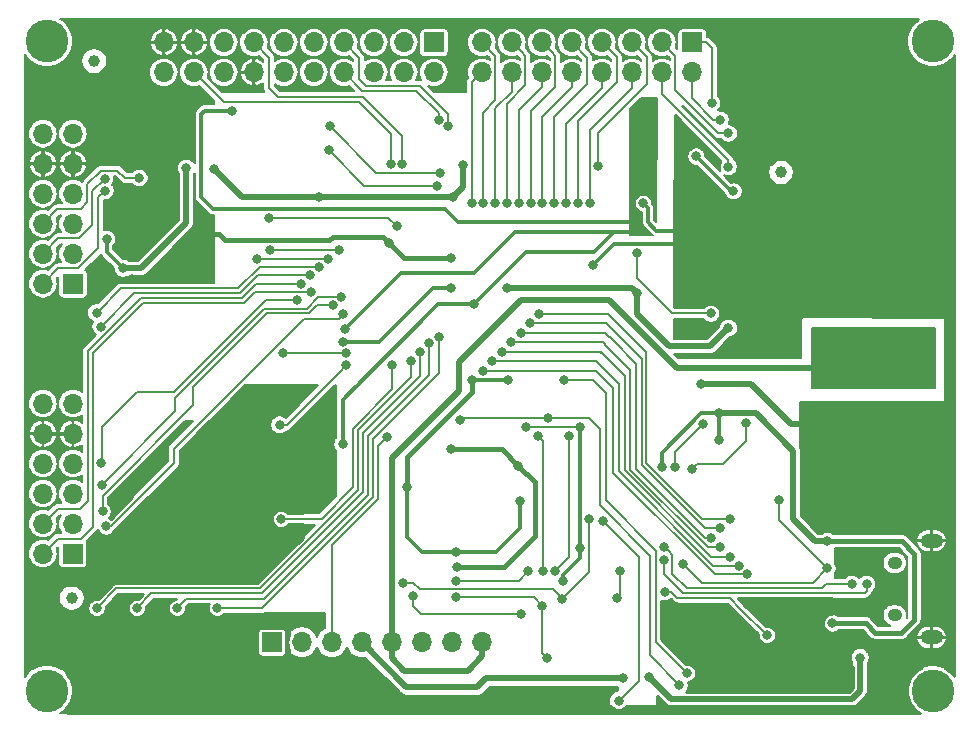
<source format=gbl>
G04 #@! TF.GenerationSoftware,KiCad,Pcbnew,5.0.2-bee76a0~70~ubuntu16.04.1*
G04 #@! TF.CreationDate,2020-05-07T16:47:39-03:00*
G04 #@! TF.ProjectId,FPGA para todos,46504741-2070-4617-9261-20746f646f73,1.2*
G04 #@! TF.SameCoordinates,Original*
G04 #@! TF.FileFunction,Copper,L2,Bot*
G04 #@! TF.FilePolarity,Positive*
%FSLAX46Y46*%
G04 Gerber Fmt 4.6, Leading zero omitted, Abs format (unit mm)*
G04 Created by KiCad (PCBNEW 5.0.2-bee76a0~70~ubuntu16.04.1) date jue 07 may 2020 16:47:39 -03*
%MOMM*%
%LPD*%
G01*
G04 APERTURE LIST*
G04 #@! TA.AperFunction,ComponentPad*
%ADD10O,1.250000X1.050000*%
G04 #@! TD*
G04 #@! TA.AperFunction,ComponentPad*
%ADD11O,1.900000X1.225000*%
G04 #@! TD*
G04 #@! TA.AperFunction,ComponentPad*
%ADD12O,1.700000X1.700000*%
G04 #@! TD*
G04 #@! TA.AperFunction,ComponentPad*
%ADD13R,1.700000X1.700000*%
G04 #@! TD*
G04 #@! TA.AperFunction,BGAPad,CuDef*
%ADD14C,1.000000*%
G04 #@! TD*
G04 #@! TA.AperFunction,ViaPad*
%ADD15C,3.610000*%
G04 #@! TD*
G04 #@! TA.AperFunction,ViaPad*
%ADD16C,0.800000*%
G04 #@! TD*
G04 #@! TA.AperFunction,Conductor*
%ADD17C,0.200000*%
G04 #@! TD*
G04 #@! TA.AperFunction,Conductor*
%ADD18C,0.300000*%
G04 #@! TD*
G04 #@! TA.AperFunction,Conductor*
%ADD19C,0.500000*%
G04 #@! TD*
G04 #@! TA.AperFunction,Conductor*
%ADD20C,0.400000*%
G04 #@! TD*
G04 #@! TA.AperFunction,Conductor*
%ADD21C,0.254000*%
G04 #@! TD*
G04 APERTURE END LIST*
D10*
G04 #@! TO.P,J1,*
G04 #@! TO.N,*
X175375000Y-112475000D03*
X175375000Y-108025000D03*
D11*
G04 #@! TO.P,J1,6*
G04 #@! TO.N,GND*
X178500000Y-114350000D03*
G04 #@! TO.P,J1,9*
X178500000Y-106150000D03*
G04 #@! TD*
D12*
G04 #@! TO.P,J5,7*
G04 #@! TO.N,/FPGA_banks/B34*
X103260612Y-84400000D03*
D13*
G04 #@! TO.P,J5,1*
G04 #@! TO.N,/FPGA_banks/B38*
X105800612Y-84400000D03*
D12*
G04 #@! TO.P,J5,2*
G04 #@! TO.N,/FPGA_banks/B37*
X105800612Y-81860000D03*
G04 #@! TO.P,J5,9*
G04 #@! TO.N,/FPGA_banks/B32*
X103260612Y-79320000D03*
G04 #@! TO.P,J5,3*
G04 #@! TO.N,/FPGA_banks/B36*
X105800612Y-79320000D03*
G04 #@! TO.P,J5,8*
G04 #@! TO.N,/FPGA_banks/B33*
X103260612Y-81860000D03*
G04 #@! TO.P,J5,4*
G04 #@! TO.N,/FPGA_banks/B35*
X105800612Y-76780000D03*
G04 #@! TO.P,J5,10*
G04 #@! TO.N,/FPGA_banks/B31*
X103260612Y-76780000D03*
G04 #@! TO.P,J5,5*
G04 #@! TO.N,GND*
X105800612Y-74240000D03*
G04 #@! TO.P,J5,11*
X103260612Y-74240000D03*
G04 #@! TO.P,J5,6*
G04 #@! TO.N,+3V3*
X105800612Y-71700000D03*
G04 #@! TO.P,J5,12*
X103260612Y-71700000D03*
G04 #@! TD*
G04 #@! TO.P,J6,7*
G04 #@! TO.N,/FPGA_banks/B312*
X103260612Y-107250000D03*
D13*
G04 #@! TO.P,J6,1*
G04 #@! TO.N,/FPGA_banks/B316*
X105800612Y-107250000D03*
D12*
G04 #@! TO.P,J6,2*
G04 #@! TO.N,/FPGA_banks/B315*
X105800612Y-104710000D03*
G04 #@! TO.P,J6,9*
G04 #@! TO.N,/FPGA_banks/B310*
X103260612Y-102170000D03*
G04 #@! TO.P,J6,3*
G04 #@! TO.N,/FPGA_banks/B314*
X105800612Y-102170000D03*
G04 #@! TO.P,J6,8*
G04 #@! TO.N,/FPGA_banks/B311*
X103260612Y-104710000D03*
G04 #@! TO.P,J6,4*
G04 #@! TO.N,/FPGA_banks/B313*
X105800612Y-99630000D03*
G04 #@! TO.P,J6,10*
G04 #@! TO.N,/FPGA_banks/B39*
X103260612Y-99630000D03*
G04 #@! TO.P,J6,5*
G04 #@! TO.N,GND*
X105800612Y-97090000D03*
G04 #@! TO.P,J6,11*
X103260612Y-97090000D03*
G04 #@! TO.P,J6,6*
G04 #@! TO.N,+3V3*
X105800612Y-94550000D03*
G04 #@! TO.P,J6,12*
X103260612Y-94550000D03*
G04 #@! TD*
D14*
G04 #@! TO.P,FID4,*
G04 #@! TO.N,*
X105700000Y-111000000D03*
G04 #@! TD*
G04 #@! TO.P,FID6,*
G04 #@! TO.N,*
X165750000Y-74950000D03*
G04 #@! TD*
G04 #@! TO.P,FID5,*
G04 #@! TO.N,*
X107600000Y-65550000D03*
G04 #@! TD*
D12*
G04 #@! TO.P,J3,15*
G04 #@! TO.N,/FPGA_banks/B17*
X140420000Y-63960000D03*
G04 #@! TO.P,J3,16*
G04 #@! TO.N,/FPGA_banks/B16*
X140420000Y-66500000D03*
G04 #@! TO.P,J3,13*
G04 #@! TO.N,/FPGA_banks/B19*
X142960000Y-63960000D03*
G04 #@! TO.P,J3,14*
G04 #@! TO.N,/FPGA_banks/B18*
X142960000Y-66500000D03*
G04 #@! TO.P,J3,11*
G04 #@! TO.N,/FPGA_banks/B111*
X145500000Y-63960000D03*
G04 #@! TO.P,J3,12*
G04 #@! TO.N,/FPGA_banks/B110*
X145500000Y-66500000D03*
G04 #@! TO.P,J3,9*
G04 #@! TO.N,/FPGA_banks/B113*
X148040000Y-63960000D03*
G04 #@! TO.P,J3,10*
G04 #@! TO.N,/FPGA_banks/B112*
X148040000Y-66500000D03*
G04 #@! TO.P,J3,7*
G04 #@! TO.N,/FPGA_banks/B115*
X150580000Y-63960000D03*
G04 #@! TO.P,J3,8*
G04 #@! TO.N,/FPGA_banks/B114*
X150580000Y-66500000D03*
G04 #@! TO.P,J3,5*
G04 #@! TO.N,/FPGA_banks/B117*
X153120000Y-63960000D03*
G04 #@! TO.P,J3,6*
G04 #@! TO.N,/FPGA_banks/B116*
X153120000Y-66500000D03*
G04 #@! TO.P,J3,3*
G04 #@! TO.N,/FPGA_banks/B119*
X155660000Y-63960000D03*
G04 #@! TO.P,J3,4*
G04 #@! TO.N,/FPGA_banks/B118*
X155660000Y-66500000D03*
G04 #@! TO.P,J3,2*
G04 #@! TO.N,/FPGA_banks/B120*
X158200000Y-66500000D03*
D13*
G04 #@! TO.P,J3,1*
G04 #@! TO.N,/FPGA_banks/B121*
X158200000Y-63960000D03*
G04 #@! TD*
D12*
G04 #@! TO.P,J2,19*
G04 #@! TO.N,GND*
X113490000Y-63960000D03*
G04 #@! TO.P,J2,20*
G04 #@! TO.N,/FPGA_banks/B016*
X113490000Y-66500000D03*
G04 #@! TO.P,J2,17*
G04 #@! TO.N,GND*
X116030000Y-63960000D03*
G04 #@! TO.P,J2,18*
G04 #@! TO.N,/FPGA_banks/B015*
X116030000Y-66500000D03*
G04 #@! TO.P,J2,15*
G04 #@! TO.N,/FPGA_banks/B014*
X118570000Y-63960000D03*
G04 #@! TO.P,J2,16*
G04 #@! TO.N,Net-(J2-Pad16)*
X118570000Y-66500000D03*
G04 #@! TO.P,J2,13*
G04 #@! TO.N,/FPGA_banks/B013*
X121110000Y-63960000D03*
G04 #@! TO.P,J2,14*
G04 #@! TO.N,GND*
X121110000Y-66500000D03*
G04 #@! TO.P,J2,11*
G04 #@! TO.N,/FPGA_banks/B011*
X123650000Y-63960000D03*
G04 #@! TO.P,J2,12*
G04 #@! TO.N,/FPGA_banks/B012*
X123650000Y-66500000D03*
G04 #@! TO.P,J2,9*
G04 #@! TO.N,/FPGA_banks/B09*
X126190000Y-63960000D03*
G04 #@! TO.P,J2,10*
G04 #@! TO.N,/FPGA_banks/B010*
X126190000Y-66500000D03*
G04 #@! TO.P,J2,7*
G04 #@! TO.N,/FPGA_banks/B07*
X128730000Y-63960000D03*
G04 #@! TO.P,J2,8*
G04 #@! TO.N,/FPGA_banks/B08*
X128730000Y-66500000D03*
G04 #@! TO.P,J2,5*
G04 #@! TO.N,/FPGA_banks/B05*
X131270000Y-63960000D03*
G04 #@! TO.P,J2,6*
G04 #@! TO.N,/FPGA_banks/B06*
X131270000Y-66500000D03*
G04 #@! TO.P,J2,3*
G04 #@! TO.N,/FPGA_banks/B03*
X133810000Y-63960000D03*
G04 #@! TO.P,J2,4*
G04 #@! TO.N,/FPGA_banks/B04*
X133810000Y-66500000D03*
G04 #@! TO.P,J2,2*
G04 #@! TO.N,/FPGA_banks/B02*
X136350000Y-66500000D03*
D13*
G04 #@! TO.P,J2,1*
G04 #@! TO.N,/FPGA_banks/B01*
X136350000Y-63960000D03*
G04 #@! TD*
D12*
G04 #@! TO.P,J4,8*
G04 #@! TO.N,+5V*
X140420000Y-114750000D03*
G04 #@! TO.P,J4,7*
G04 #@! TO.N,GND*
X137880000Y-114750000D03*
G04 #@! TO.P,J4,6*
X135340000Y-114750000D03*
G04 #@! TO.P,J4,5*
G04 #@! TO.N,+5V*
X132800000Y-114750000D03*
G04 #@! TO.P,J4,4*
G04 #@! TO.N,+3V3*
X130260000Y-114750000D03*
G04 #@! TO.P,J4,3*
G04 #@! TO.N,/FPGA_banks/B21*
X127720000Y-114750000D03*
G04 #@! TO.P,J4,2*
G04 #@! TO.N,+5V*
X125180000Y-114750000D03*
D13*
G04 #@! TO.P,J4,1*
G04 #@! TO.N,Net-(J4-Pad1)*
X122640000Y-114750000D03*
G04 #@! TD*
D15*
G04 #@! TO.N,*
X178600000Y-63850000D03*
X103600000Y-63850000D03*
X178600000Y-118850000D03*
X103600000Y-118850000D03*
D16*
G04 #@! TO.N,GND*
X175400000Y-116300000D03*
X173000000Y-108200000D03*
X172900000Y-96250000D03*
X179500000Y-99950000D03*
X179500000Y-102450000D03*
X169450000Y-77300000D03*
X165700000Y-62950000D03*
X169450000Y-79450000D03*
X159350000Y-85200000D03*
X159650000Y-78450000D03*
X152150000Y-108750000D03*
X151850000Y-111000000D03*
X168900000Y-102200000D03*
X110550000Y-68600000D03*
X154100000Y-77600000D03*
X157500000Y-71700000D03*
X158950000Y-92850000D03*
X159750000Y-111950000D03*
X125750000Y-103100000D03*
X103600000Y-111550000D03*
X123650000Y-94150000D03*
X144200000Y-96550000D03*
X148750000Y-96500000D03*
X138300000Y-108350000D03*
X143500000Y-99800000D03*
X148750000Y-106800000D03*
X147300000Y-109600000D03*
X137800000Y-98400000D03*
X132600000Y-80950000D03*
X137850000Y-82200000D03*
X149850000Y-82800000D03*
X120200000Y-120000000D03*
X122700000Y-120000000D03*
X125200000Y-120000000D03*
X127700000Y-120000000D03*
X110550000Y-62600000D03*
X108300000Y-62600000D03*
X103600000Y-112950000D03*
X103600000Y-114350000D03*
X103600000Y-115750000D03*
X167050000Y-84350000D03*
X167950000Y-112350000D03*
X111252000Y-101092000D03*
X118930000Y-101230000D03*
X110790000Y-84010000D03*
G04 #@! TO.N,+5V*
X173950000Y-90900000D03*
X175150000Y-90900000D03*
G04 #@! TO.N,+3V3*
X117750000Y-74650000D03*
X158550000Y-73600000D03*
X161700000Y-76550000D03*
X153550000Y-85150000D03*
X142550000Y-84750000D03*
X160500000Y-97600000D03*
X160500000Y-95350000D03*
X155651973Y-99898025D03*
X169650000Y-106200000D03*
X170050000Y-113150000D03*
X142650000Y-92550000D03*
X139600000Y-92550000D03*
X134100000Y-101600000D03*
X143650000Y-102800000D03*
X154550000Y-117700000D03*
X152400000Y-117750000D03*
X172450000Y-116050000D03*
X137850000Y-84750000D03*
X115400000Y-74600000D03*
X110050000Y-83100000D03*
X108650000Y-80650000D03*
X138274978Y-107100599D03*
X138000000Y-77015685D03*
X138850000Y-74350000D03*
X161300000Y-88150000D03*
X126600000Y-77050000D03*
X128700000Y-89300000D03*
G04 #@! TO.N,/FPGA_banks/btn_1*
X133200000Y-79500000D03*
X122400000Y-78800000D03*
G04 #@! TO.N,/FPGA_banks/btn_2*
X128950000Y-90300000D03*
X123600000Y-90300000D03*
G04 #@! TO.N,/FPGA_banks/btn_3*
X123300000Y-96350000D03*
X128950001Y-91300001D03*
G04 #@! TO.N,/FPGA_banks/btn_4*
X123400000Y-104300000D03*
X132850000Y-91250000D03*
G04 #@! TO.N,+1V8*
X165550000Y-102750000D03*
X157450000Y-108100000D03*
X169650000Y-108500000D03*
G04 #@! TO.N,+1V2*
X154300000Y-70050000D03*
X128800000Y-88250000D03*
X119300000Y-69750000D03*
X128650000Y-98000000D03*
X139750000Y-86150000D03*
X153575000Y-79625000D03*
G04 #@! TO.N,Net-(C34-Pad2)*
X136900000Y-75000000D03*
X127550000Y-71050000D03*
G04 #@! TO.N,Net-(C34-Pad1)*
X127450000Y-73100000D03*
X136650000Y-76100000D03*
G04 #@! TO.N,Net-(D8-Pad1)*
X157150000Y-118350000D03*
X146050000Y-95800000D03*
X138600000Y-95950000D03*
G04 #@! TO.N,/FTDI_config/USB_DM*
X171750000Y-109850000D03*
X155850000Y-106650000D03*
G04 #@! TO.N,/FTDI_config/USB_DP*
X155850000Y-107800000D03*
X173000000Y-109850000D03*
G04 #@! TO.N,/FPGA_banks/B08*
X136754654Y-70500030D03*
G04 #@! TO.N,/FPGA_banks/B07*
X137567525Y-71082475D03*
G04 #@! TO.N,/FPGA_banks/B013*
X133699639Y-74300000D03*
G04 #@! TO.N,/FPGA_banks/B015*
X132699636Y-74300000D03*
G04 #@! TO.N,/FPGA_banks/B121*
X159900000Y-69100000D03*
G04 #@! TO.N,/FPGA_banks/B120*
X160600000Y-70500000D03*
G04 #@! TO.N,/FPGA_banks/B118*
X161285674Y-74485674D03*
G04 #@! TO.N,/FPGA_banks/B119*
X161300000Y-71650000D03*
G04 #@! TO.N,/FPGA_banks/B116*
X149550024Y-77600000D03*
G04 #@! TO.N,/FPGA_banks/B117*
X150250024Y-74450000D03*
G04 #@! TO.N,/FPGA_banks/B114*
X147550018Y-77600000D03*
G04 #@! TO.N,/FPGA_banks/B115*
X148550021Y-77600000D03*
G04 #@! TO.N,/FPGA_banks/B112*
X145550012Y-77600000D03*
G04 #@! TO.N,/FPGA_banks/B113*
X146550015Y-77600000D03*
G04 #@! TO.N,/FPGA_banks/B110*
X143550006Y-77600000D03*
G04 #@! TO.N,/FPGA_banks/B111*
X144550009Y-77600000D03*
G04 #@! TO.N,/FPGA_banks/B18*
X141550000Y-77600000D03*
G04 #@! TO.N,/FPGA_banks/B19*
X142550003Y-77600000D03*
G04 #@! TO.N,/FPGA_banks/B16*
X139548617Y-77600000D03*
G04 #@! TO.N,/FPGA_banks/B17*
X140548620Y-77600000D03*
G04 #@! TO.N,/FPGA_banks/B21*
X132400000Y-97350000D03*
G04 #@! TO.N,/FPGA_banks/B33*
X108495757Y-75518551D03*
G04 #@! TO.N,/FPGA_banks/B37*
X122500000Y-81500000D03*
X128300000Y-81500000D03*
G04 #@! TO.N,/FPGA_banks/B32*
X111400000Y-75450021D03*
G04 #@! TO.N,/FPGA_banks/B34*
X108528020Y-76518032D03*
G04 #@! TO.N,/FPGA_banks/B38*
X121400000Y-82300000D03*
X127400000Y-82300000D03*
G04 #@! TO.N,/FPGA_banks/B316*
X128700000Y-86950000D03*
X108600000Y-104950000D03*
G04 #@! TO.N,/FPGA_banks/B314*
X128494373Y-85494373D03*
X108250000Y-101400000D03*
G04 #@! TO.N,/FPGA_banks/B312*
X125948988Y-85100000D03*
G04 #@! TO.N,/FPGA_banks/B310*
X125882160Y-83700000D03*
X108172176Y-88022176D03*
G04 #@! TO.N,/FPGA_banks/B315*
X127787264Y-86201481D03*
X108309274Y-103617230D03*
G04 #@! TO.N,/FPGA_banks/B313*
X124786426Y-85800000D03*
X108199999Y-99600000D03*
G04 #@! TO.N,/FPGA_banks/B311*
X125151091Y-84400000D03*
G04 #@! TO.N,/FPGA_banks/B39*
X126644309Y-83000000D03*
X107800000Y-86850000D03*
G04 #@! TO.N,/FPGA_banks/blue_led*
X107800000Y-111850000D03*
X134450000Y-90950000D03*
G04 #@! TO.N,/FPGA_banks/yellow_led*
X111200000Y-111850000D03*
X135200000Y-90200000D03*
G04 #@! TO.N,/FPGA_banks/red_led*
X114600000Y-111850000D03*
X135950000Y-89450000D03*
G04 #@! TO.N,/FPGA_banks/green_led*
X118000000Y-111850000D03*
X136800000Y-88900000D03*
G04 #@! TO.N,Net-(R17-Pad1)*
X155900000Y-110500000D03*
X164550000Y-114150000D03*
G04 #@! TO.N,/FTDI_config/EECS_ftdi*
X159150000Y-96300000D03*
X156775000Y-99876215D03*
G04 #@! TO.N,/FTDI_config/EEDATA_ftdi*
X162750000Y-96200000D03*
X158250000Y-100050000D03*
G04 #@! TO.N,Net-(R22-Pad2)*
X150700000Y-104500000D03*
X152000000Y-119706629D03*
G04 #@! TO.N,Net-(R23-Pad2)*
X147400000Y-92550000D03*
X157800000Y-117350000D03*
G04 #@! TO.N,Net-(R25-Pad2)*
X143750000Y-112350000D03*
X145600000Y-108750000D03*
X134600000Y-110800000D03*
X145200000Y-97300000D03*
G04 #@! TO.N,Net-(R26-Pad2)*
X138250000Y-110950010D03*
X147800000Y-97300000D03*
X146600000Y-108750000D03*
X145900000Y-116050000D03*
X145550000Y-111650000D03*
G04 #@! TO.N,Net-(R27-Pad2)*
X149500000Y-104350000D03*
X147250000Y-111050000D03*
X133750000Y-109700000D03*
G04 #@! TO.N,Net-(R32-Pad2)*
X144350000Y-108750000D03*
X138250000Y-109550009D03*
G04 #@! TO.N,/FPGA_banks/Rx*
X140500000Y-91750000D03*
X162907108Y-109007108D03*
G04 #@! TO.N,/FPGA_banks/Tx*
X141300000Y-90950000D03*
X162200000Y-108300000D03*
G04 #@! TO.N,/FPGA_banks/RTS*
X142100000Y-90150000D03*
X161400000Y-107500000D03*
G04 #@! TO.N,/FPGA_banks/CTS*
X142900000Y-89350000D03*
X160600000Y-106700000D03*
G04 #@! TO.N,/FPGA_banks/DTR*
X143700000Y-88550000D03*
X159800000Y-105900000D03*
G04 #@! TO.N,/FPGA_banks/DSR*
X144500000Y-87750000D03*
X160600000Y-105100000D03*
G04 #@! TO.N,/FPGA_banks/DCD*
X145300000Y-86950000D03*
X161400000Y-104300000D03*
G04 #@! TO.N,/FPGA_banks/FPGA_CLOCK*
X153550000Y-81800000D03*
X159800000Y-86900000D03*
G04 #@! TD*
D17*
G04 #@! TO.N,GND*
X152150000Y-108750000D02*
X152150000Y-110700000D01*
X152150000Y-110700000D02*
X151850000Y-111000000D01*
D18*
X154499999Y-77999999D02*
X154499999Y-79199999D01*
X154100000Y-77600000D02*
X154499999Y-77999999D01*
X154499999Y-79199999D02*
X155200000Y-79900000D01*
X158200000Y-79900000D02*
X159650000Y-78450000D01*
X155200000Y-79900000D02*
X158200000Y-79900000D01*
D19*
X158950000Y-92850000D02*
X163200000Y-92850000D01*
X166600000Y-96250000D02*
X172050000Y-96250000D01*
X163200000Y-92850000D02*
X166600000Y-96250000D01*
D17*
X144237623Y-96512377D02*
X144200000Y-96550000D01*
D20*
X144900000Y-101200000D02*
X143500000Y-99800000D01*
X144900000Y-105750000D02*
X144900000Y-101200000D01*
X138300000Y-108350000D02*
X142300000Y-108350000D01*
X142300000Y-108350000D02*
X144900000Y-105750000D01*
D18*
X148750000Y-106234315D02*
X148750000Y-96500000D01*
X148750000Y-106800000D02*
X148750000Y-106234315D01*
D17*
X144250000Y-96500000D02*
X144200000Y-96550000D01*
X148750000Y-96500000D02*
X144250000Y-96500000D01*
D18*
X148750000Y-107365685D02*
X148750000Y-106800000D01*
X148750000Y-107600000D02*
X148750000Y-107365685D01*
X147300000Y-109050000D02*
X148750000Y-107600000D01*
X147300000Y-109600000D02*
X147300000Y-109050000D01*
D20*
X142100000Y-98400000D02*
X143500000Y-99800000D01*
X137800000Y-98400000D02*
X142100000Y-98400000D01*
X116250000Y-80200000D02*
X118150000Y-80200000D01*
X118150000Y-80200000D02*
X118650000Y-80700000D01*
X132049999Y-80399999D02*
X132600000Y-80950000D01*
X127815999Y-80399999D02*
X132049999Y-80399999D01*
X118650000Y-80700000D02*
X127515998Y-80700000D01*
X127515998Y-80700000D02*
X127815999Y-80399999D01*
X133850000Y-82200000D02*
X132600000Y-80950000D01*
X137850000Y-82200000D02*
X133850000Y-82200000D01*
D18*
X151600001Y-81049999D02*
X157849999Y-81049999D01*
X149850000Y-82800000D02*
X151600001Y-81049999D01*
X125184315Y-103100000D02*
X125750000Y-103100000D01*
X123489998Y-103100000D02*
X125184315Y-103100000D01*
X117999999Y-108589999D02*
X123489998Y-103100000D01*
X117999999Y-108800001D02*
X117999999Y-108589999D01*
X117600000Y-109200000D02*
X117999999Y-108800001D01*
X105800000Y-97090000D02*
X103260000Y-97090000D01*
D19*
G04 #@! TO.N,+5V*
X132800000Y-114750000D02*
X132800000Y-99150000D01*
X132800000Y-99150000D02*
X138450000Y-93500000D01*
X138450000Y-93500000D02*
X138450000Y-91050000D01*
X138450000Y-91050000D02*
X143750000Y-85750000D01*
X143750000Y-85750000D02*
X151200000Y-85750000D01*
X156950000Y-91500000D02*
X174800000Y-91500000D01*
X151200000Y-85750000D02*
X156950000Y-91500000D01*
X132800000Y-114750000D02*
X132800000Y-116100000D01*
X132800000Y-116100000D02*
X133850000Y-117150000D01*
X139222081Y-117150000D02*
X133850000Y-117150000D01*
X140420000Y-115952081D02*
X139222081Y-117150000D01*
X140420000Y-114750000D02*
X140420000Y-115952081D01*
D18*
G04 #@! TO.N,+3V3*
X161500000Y-76550000D02*
X161700000Y-76550000D01*
X158550000Y-73600000D02*
X161500000Y-76550000D01*
D19*
X153150001Y-84750001D02*
X143200001Y-84750001D01*
X153550000Y-85150000D02*
X153150001Y-84750001D01*
X143200000Y-84750000D02*
X142550000Y-84750000D01*
X143200001Y-84750001D02*
X143200000Y-84750000D01*
D18*
X160500000Y-97600000D02*
X160500000Y-95350000D01*
X159934315Y-95350000D02*
X160500000Y-95350000D01*
X158989998Y-95350000D02*
X159934315Y-95350000D01*
X155651973Y-98688025D02*
X158989998Y-95350000D01*
X155651973Y-99898025D02*
X155651973Y-98688025D01*
D20*
X169650000Y-106200000D02*
X173350000Y-106200000D01*
D18*
X142650000Y-92550000D02*
X139600000Y-92550000D01*
D20*
X139600000Y-93115685D02*
X139600000Y-92550000D01*
X139600000Y-93589998D02*
X139600000Y-93115685D01*
X134100000Y-99089998D02*
X139600000Y-93589998D01*
X134100000Y-101600000D02*
X134100000Y-99089998D01*
D18*
X134100000Y-101600000D02*
X134100000Y-105850000D01*
X135350599Y-107100599D02*
X138274978Y-107100599D01*
X134100000Y-105850000D02*
X135350599Y-107100599D01*
X138274978Y-107100599D02*
X141649401Y-107100599D01*
X143650000Y-105100000D02*
X143650000Y-102800000D01*
X141649401Y-107100599D02*
X143650000Y-105100000D01*
D19*
X152400000Y-117750000D02*
X140800000Y-117750000D01*
X140800000Y-117750000D02*
X140050000Y-118500000D01*
X134010000Y-118500000D02*
X130260000Y-114750000D01*
X140050000Y-118500000D02*
X134010000Y-118500000D01*
X156400000Y-119550000D02*
X154550000Y-117700000D01*
X172450000Y-118900000D02*
X171800000Y-119550000D01*
X171800000Y-119550000D02*
X156400000Y-119550000D01*
X172450000Y-116050000D02*
X172450000Y-118900000D01*
X160500000Y-95350000D02*
X163600000Y-95350000D01*
X163600000Y-95350000D02*
X166800000Y-98550000D01*
X166800000Y-98550000D02*
X166800000Y-104350000D01*
X168650000Y-106200000D02*
X169650000Y-106200000D01*
X166800000Y-104350000D02*
X168650000Y-106200000D01*
D18*
X136260050Y-84750000D02*
X137850000Y-84750000D01*
X132480025Y-88530025D02*
X136260050Y-84750000D01*
D19*
X115400000Y-74600000D02*
X115400000Y-75165685D01*
X115400000Y-75165685D02*
X115400000Y-79250000D01*
X111550000Y-83100000D02*
X115400000Y-79250000D01*
X110050000Y-83100000D02*
X111550000Y-83100000D01*
X137965685Y-77050000D02*
X138000000Y-77015685D01*
X117750000Y-74650000D02*
X120150000Y-77050000D01*
X138850000Y-76165685D02*
X138000000Y-77015685D01*
D18*
X108650000Y-81700000D02*
X108650000Y-80650000D01*
X110050000Y-83100000D02*
X108650000Y-81700000D01*
D19*
X138850000Y-74350000D02*
X138850000Y-76165685D01*
X159750000Y-89700000D02*
X161300000Y-88150000D01*
X156300000Y-89700000D02*
X159750000Y-89700000D01*
X153550000Y-86950000D02*
X156300000Y-89700000D01*
X153550000Y-85150000D02*
X153550000Y-86950000D01*
X120150000Y-77050000D02*
X126600000Y-77050000D01*
X126600000Y-77050000D02*
X137965685Y-77050000D01*
D18*
X131710050Y-89300000D02*
X132480025Y-88530025D01*
X128700000Y-89300000D02*
X131710050Y-89300000D01*
D20*
X170050000Y-113150000D02*
X172950000Y-113150000D01*
X172950000Y-113150000D02*
X173750000Y-113950000D01*
X173750000Y-113950000D02*
X175950000Y-113950000D01*
X175950000Y-113950000D02*
X177050000Y-112850000D01*
X177050000Y-112850000D02*
X177050000Y-107250000D01*
X176000000Y-106200000D02*
X173350000Y-106200000D01*
X177050000Y-107250000D02*
X176000000Y-106200000D01*
D17*
G04 #@! TO.N,/FPGA_banks/btn_1*
X132500000Y-78800000D02*
X133200000Y-79500000D01*
X122400000Y-78800000D02*
X132500000Y-78800000D01*
G04 #@! TO.N,/FPGA_banks/btn_2*
X128950000Y-90300000D02*
X123600000Y-90300000D01*
G04 #@! TO.N,/FPGA_banks/btn_3*
X123900000Y-96350000D02*
X123300000Y-96350000D01*
X128300001Y-91949999D02*
X123900000Y-96350000D01*
X128950001Y-91300001D02*
X128300001Y-91949999D01*
G04 #@! TO.N,/FPGA_banks/btn_4*
X126850000Y-104300000D02*
X123400000Y-104300000D01*
X132850000Y-91250000D02*
X132850000Y-93350000D01*
X132850000Y-93350000D02*
X129500000Y-96700000D01*
X129500000Y-96700000D02*
X129500000Y-101650000D01*
X129500000Y-101650000D02*
X126850000Y-104300000D01*
G04 #@! TO.N,+1V8*
X169650000Y-108500000D02*
X165550000Y-104400000D01*
X165550000Y-104400000D02*
X165550000Y-102750000D01*
X168442891Y-109707109D02*
X169650000Y-108500000D01*
X159057109Y-109707109D02*
X168442891Y-109707109D01*
X157450000Y-108100000D02*
X159057109Y-109707109D01*
D18*
G04 #@! TO.N,+1V2*
X151650000Y-80050000D02*
X154000000Y-80050000D01*
X149950000Y-81750000D02*
X151650000Y-80050000D01*
X119300000Y-69750000D02*
X116950000Y-69750000D01*
X116950000Y-69750000D02*
X116650000Y-70050000D01*
X116650000Y-70050000D02*
X116650000Y-77050000D01*
X116650000Y-77050000D02*
X117650000Y-78050000D01*
X117650000Y-78050000D02*
X137300000Y-78050000D01*
X137300000Y-78050000D02*
X138400000Y-79150000D01*
X138400000Y-79150000D02*
X153100000Y-79150000D01*
X128650000Y-94200000D02*
X129700001Y-93149999D01*
X128650000Y-98000000D02*
X128650000Y-94200000D01*
X136700000Y-86150000D02*
X128650000Y-94200000D01*
X148100000Y-81750000D02*
X144150000Y-81750000D01*
X147900000Y-81750000D02*
X148100000Y-81750000D01*
X148100000Y-81750000D02*
X149950000Y-81750000D01*
X139750000Y-86150000D02*
X136700000Y-86150000D01*
X144150000Y-81750000D02*
X139750000Y-86150000D01*
X154000000Y-80050000D02*
X143200000Y-80050000D01*
X143200000Y-80050000D02*
X139750000Y-83500000D01*
X133550000Y-83500000D02*
X128800000Y-88250000D01*
X139750000Y-83500000D02*
X133550000Y-83500000D01*
X153575000Y-79625000D02*
X154000000Y-80050000D01*
D17*
G04 #@! TO.N,Net-(C34-Pad2)*
X131500000Y-75000000D02*
X127550000Y-71050000D01*
X136900000Y-75000000D02*
X131500000Y-75000000D01*
G04 #@! TO.N,Net-(C34-Pad1)*
X130450000Y-76100000D02*
X127450000Y-73100000D01*
X136650000Y-76100000D02*
X130450000Y-76100000D01*
G04 #@! TO.N,Net-(D8-Pad1)*
X154650000Y-107413998D02*
X154650000Y-115850000D01*
X150400000Y-103163998D02*
X154650000Y-107413998D01*
X154650000Y-115850000D02*
X157150000Y-118350000D01*
X146050000Y-95800000D02*
X149500000Y-95800000D01*
X150400000Y-96700000D02*
X150400000Y-103163998D01*
X149500000Y-95800000D02*
X150400000Y-96700000D01*
X146050000Y-95800000D02*
X138750000Y-95800000D01*
X138750000Y-95800000D02*
X138600000Y-95950000D01*
G04 #@! TO.N,/FTDI_config/USB_DM*
X156249999Y-107049999D02*
X155850000Y-106650000D01*
X156550001Y-107350001D02*
X156249999Y-107049999D01*
X156550001Y-108950001D02*
X156550001Y-107350001D01*
X171750000Y-109850000D02*
X169550000Y-109850000D01*
X169550000Y-109850000D02*
X169250000Y-110150000D01*
X157750000Y-110150000D02*
X156550001Y-108950001D01*
X169250000Y-110150000D02*
X157750000Y-110150000D01*
G04 #@! TO.N,/FTDI_config/USB_DP*
X173000000Y-110415685D02*
X172865684Y-110550001D01*
X173000000Y-109850000D02*
X173000000Y-110415685D01*
X157450001Y-110550001D02*
X158750000Y-110550001D01*
X172865684Y-110550001D02*
X158750000Y-110550001D01*
X158750000Y-110550001D02*
X158600001Y-110550001D01*
X155850000Y-107800000D02*
X155850000Y-108950000D01*
X155850000Y-108950000D02*
X157450001Y-110550001D01*
G04 #@! TO.N,/FPGA_banks/B08*
X136754654Y-69934345D02*
X134870320Y-68050011D01*
X136754654Y-70500030D02*
X136754654Y-69934345D01*
X130280011Y-68050011D02*
X128730000Y-66500000D01*
X134870320Y-68050011D02*
X130280011Y-68050011D01*
G04 #@! TO.N,/FPGA_banks/B07*
X130050000Y-65280000D02*
X128730000Y-63960000D01*
X130050000Y-67050000D02*
X130050000Y-65280000D01*
X137567525Y-71082475D02*
X137567525Y-70067525D01*
X135150001Y-67650001D02*
X130650001Y-67650001D01*
X137567525Y-70067525D02*
X135150001Y-67650001D01*
X130650001Y-67650001D02*
X130050000Y-67050000D01*
G04 #@! TO.N,/FPGA_banks/B013*
X130400000Y-68600000D02*
X133699639Y-71899639D01*
X133699639Y-71899639D02*
X133699639Y-74300000D01*
X121110000Y-63960000D02*
X122400000Y-65250000D01*
X122400000Y-65250000D02*
X122400000Y-67850000D01*
X123150000Y-68600000D02*
X130400000Y-68600000D01*
X122400000Y-67850000D02*
X123150000Y-68600000D01*
G04 #@! TO.N,/FPGA_banks/B015*
X132699636Y-71749636D02*
X130000000Y-69050000D01*
X132699636Y-74300000D02*
X132699636Y-71749636D01*
X116030000Y-66500000D02*
X118580000Y-69050000D01*
X118750000Y-69050000D02*
X118650000Y-69050000D01*
X118580000Y-69050000D02*
X118750000Y-69050000D01*
X130000000Y-69050000D02*
X118750000Y-69050000D01*
G04 #@! TO.N,/FPGA_banks/B121*
X159900000Y-64460000D02*
X159400000Y-63960000D01*
X159900000Y-69100000D02*
X159900000Y-64460000D01*
X159400000Y-63960000D02*
X158200000Y-63960000D01*
G04 #@! TO.N,/FPGA_banks/B120*
X158200000Y-68665685D02*
X158200000Y-66500000D01*
X160034315Y-70500000D02*
X158200000Y-68665685D01*
X160600000Y-70500000D02*
X160034315Y-70500000D01*
G04 #@! TO.N,/FPGA_banks/B118*
X155660000Y-68294315D02*
X155660000Y-66500000D01*
X161285674Y-73919989D02*
X155660000Y-68294315D01*
X161285674Y-74485674D02*
X161285674Y-73919989D01*
G04 #@! TO.N,/FPGA_banks/B119*
X161300000Y-71650000D02*
X160734315Y-71650000D01*
X160734315Y-71650000D02*
X160450000Y-71650000D01*
X156810001Y-68010001D02*
X157300000Y-68500000D01*
X156810001Y-65110001D02*
X156810001Y-68010001D01*
X155660000Y-63960000D02*
X156810001Y-65110001D01*
X157100000Y-68300000D02*
X157300000Y-68500000D01*
X157300000Y-68500000D02*
X160450000Y-71650000D01*
G04 #@! TO.N,/FPGA_banks/B116*
X153120000Y-67830000D02*
X153120000Y-66500000D01*
X149550024Y-71399976D02*
X153120000Y-67830000D01*
X149550024Y-77600000D02*
X149550024Y-71399976D01*
G04 #@! TO.N,/FPGA_banks/B117*
X154400000Y-65240000D02*
X153120000Y-63960000D01*
X154400000Y-67500000D02*
X154400000Y-65240000D01*
X150250024Y-71649976D02*
X154400000Y-67500000D01*
X150250024Y-74450000D02*
X150250024Y-71649976D01*
G04 #@! TO.N,/FPGA_banks/B114*
X150580000Y-67820000D02*
X150580000Y-66500000D01*
X147550018Y-70849982D02*
X150580000Y-67820000D01*
X147550018Y-77600000D02*
X147550018Y-70849982D01*
G04 #@! TO.N,/FPGA_banks/B115*
X151850000Y-67350000D02*
X151850000Y-65230000D01*
X151850000Y-65230000D02*
X150580000Y-63960000D01*
X148550021Y-70649979D02*
X151850000Y-67350000D01*
X148550021Y-77600000D02*
X148550021Y-70649979D01*
G04 #@! TO.N,/FPGA_banks/B112*
X148040000Y-67760000D02*
X148040000Y-66500000D01*
X145550012Y-77600000D02*
X145550012Y-77034315D01*
X145550000Y-77034303D02*
X145550000Y-70250000D01*
X145550012Y-77034315D02*
X145550000Y-77034303D01*
X145550000Y-70250000D02*
X148040000Y-67760000D01*
G04 #@! TO.N,/FPGA_banks/B113*
X149350000Y-65270000D02*
X148040000Y-63960000D01*
X149350000Y-67500000D02*
X149350000Y-65270000D01*
X146550015Y-70299985D02*
X149350000Y-67500000D01*
X146550015Y-77600000D02*
X146550015Y-70299985D01*
G04 #@! TO.N,/FPGA_banks/B110*
X145500000Y-66500000D02*
X145500000Y-67702081D01*
X143550006Y-77034315D02*
X143550006Y-77600000D01*
X145500000Y-67702081D02*
X143550000Y-69652081D01*
X143550000Y-69652081D02*
X143550000Y-77034309D01*
X143550000Y-77034309D02*
X143550006Y-77034315D01*
G04 #@! TO.N,/FPGA_banks/B111*
X146349999Y-64809999D02*
X145500000Y-63960000D01*
X144550009Y-69799991D02*
X146650001Y-67699999D01*
X144550009Y-77600000D02*
X144550009Y-69799991D01*
X146650001Y-65110001D02*
X146349999Y-64809999D01*
X146650001Y-67699999D02*
X146650001Y-65110001D01*
G04 #@! TO.N,/FPGA_banks/B18*
X142960000Y-68140000D02*
X142960000Y-66500000D01*
X141550000Y-69550000D02*
X142960000Y-68140000D01*
X141550000Y-77600000D02*
X141550000Y-69550000D01*
G04 #@! TO.N,/FPGA_banks/B19*
X143809999Y-64809999D02*
X142960000Y-63960000D01*
X142550003Y-77600000D02*
X142550003Y-69149997D01*
X142550003Y-69149997D02*
X144110001Y-67589999D01*
X144110001Y-67589999D02*
X144110001Y-65110001D01*
X144110001Y-65110001D02*
X143809999Y-64809999D01*
G04 #@! TO.N,/FPGA_banks/B16*
X139570001Y-77578616D02*
X139548617Y-77600000D01*
X139570001Y-67349999D02*
X139570001Y-77578616D01*
X140420000Y-66500000D02*
X139570001Y-67349999D01*
G04 #@! TO.N,/FPGA_banks/B17*
X141570001Y-68880000D02*
X140548620Y-69901381D01*
X141570001Y-65110001D02*
X141570001Y-68880000D01*
X140548620Y-69901381D02*
X140548620Y-77600000D01*
X140420000Y-63960000D02*
X141570001Y-65110001D01*
G04 #@! TO.N,/FPGA_banks/B21*
X131600010Y-98149990D02*
X132400000Y-97350000D01*
X131600010Y-102615689D02*
X131600010Y-98149990D01*
X127720000Y-106495698D02*
X131600010Y-102615689D01*
X127720000Y-114750000D02*
X127720000Y-106495698D01*
G04 #@! TO.N,/FPGA_banks/B33*
X104570000Y-80550000D02*
X103260000Y-81860000D01*
X107430024Y-79391978D02*
X106272002Y-80550000D01*
X106272002Y-80550000D02*
X104570000Y-80550000D01*
X108491499Y-75518551D02*
X108495757Y-75518551D01*
X107430024Y-76580026D02*
X108491499Y-75518551D01*
X107430024Y-79391978D02*
X107430024Y-76580026D01*
G04 #@! TO.N,/FPGA_banks/B37*
X128300000Y-81500000D02*
X122500000Y-81500000D01*
G04 #@! TO.N,/FPGA_banks/B32*
X103260000Y-79320000D02*
X104480000Y-78100000D01*
X108159756Y-74818550D02*
X109568550Y-74818550D01*
X110200021Y-75450021D02*
X111400000Y-75450021D01*
X109568550Y-74818550D02*
X110200021Y-75450021D01*
X104480000Y-78100000D02*
X106450000Y-78100000D01*
X107030014Y-77519986D02*
X107030014Y-75948292D01*
X107030014Y-75948292D02*
X108159756Y-74818550D01*
X106450000Y-78100000D02*
X107030014Y-77519986D01*
G04 #@! TO.N,/FPGA_banks/B34*
X106262002Y-83100000D02*
X104560000Y-83100000D01*
X107950000Y-81412002D02*
X106262002Y-83100000D01*
X104560000Y-83100000D02*
X103260000Y-84400000D01*
X107950000Y-81412002D02*
X107950000Y-77096052D01*
X107950000Y-77096052D02*
X108528020Y-76518032D01*
G04 #@! TO.N,/FPGA_banks/B38*
X127400000Y-82300000D02*
X121400000Y-82300000D01*
G04 #@! TO.N,/FPGA_banks/B316*
X128300001Y-87349999D02*
X125350001Y-87349999D01*
X128700000Y-86950000D02*
X128300001Y-87349999D01*
X125350001Y-87349999D02*
X114350000Y-98350000D01*
X114350000Y-99604002D02*
X109004002Y-104950000D01*
X109004002Y-104950000D02*
X108600000Y-104950000D01*
X114350000Y-98350000D02*
X114350000Y-99604002D01*
G04 #@! TO.N,/FPGA_banks/B314*
X126590617Y-85494373D02*
X128494373Y-85494373D01*
X125584989Y-86500001D02*
X126590617Y-85494373D01*
X122015697Y-86500001D02*
X125584989Y-86500001D01*
X114465698Y-94050000D02*
X122015697Y-86500001D01*
X114465698Y-95184302D02*
X108250000Y-101400000D01*
X114465698Y-94050000D02*
X114465698Y-95184302D01*
G04 #@! TO.N,/FPGA_banks/B312*
X106500000Y-106000000D02*
X104510000Y-106000000D01*
X107499998Y-104999998D02*
X107500000Y-105000000D01*
X107499998Y-90250002D02*
X107499998Y-104999998D01*
X104510000Y-106000000D02*
X103260000Y-107250000D01*
X107500000Y-105000000D02*
X106500000Y-106000000D01*
X125948988Y-85100000D02*
X121250000Y-85100000D01*
X121250000Y-85100000D02*
X120300001Y-86049999D01*
X120300001Y-86049999D02*
X111700001Y-86049999D01*
X111700001Y-86049999D02*
X107499998Y-90250002D01*
G04 #@! TO.N,/FPGA_banks/B310*
X125882160Y-83700000D02*
X121469700Y-83700000D01*
X121469700Y-83700000D02*
X119969691Y-85200010D01*
X119969691Y-85200010D02*
X111700010Y-85200010D01*
X110994342Y-85200010D02*
X108172176Y-88022176D01*
X111700010Y-85200010D02*
X110994342Y-85200010D01*
G04 #@! TO.N,/FPGA_banks/B315*
X126449207Y-86201481D02*
X127787264Y-86201481D01*
X108309274Y-103617230D02*
X108309274Y-102340726D01*
X125750679Y-86900009D02*
X126449207Y-86201481D01*
X122181387Y-86918613D02*
X122181387Y-86900009D01*
X108309274Y-102340726D02*
X116000000Y-94650000D01*
X122181387Y-86900009D02*
X125750679Y-86900009D01*
X116000000Y-94650000D02*
X116000000Y-93100000D01*
X116000000Y-93100000D02*
X122181387Y-86918613D01*
G04 #@! TO.N,/FPGA_banks/B313*
X114350000Y-93600000D02*
X111200000Y-93600000D01*
X111200000Y-93600000D02*
X108250000Y-96550000D01*
X122150000Y-85800000D02*
X114350000Y-93600000D01*
X124786426Y-85800000D02*
X122150000Y-85800000D01*
X108250000Y-99549999D02*
X108199999Y-99600000D01*
X108250000Y-96550000D02*
X108250000Y-99549999D01*
G04 #@! TO.N,/FPGA_banks/B311*
X104520000Y-103450000D02*
X103260000Y-104710000D01*
X106400000Y-103450000D02*
X104520000Y-103450000D01*
X107050000Y-102800000D02*
X106400000Y-103450000D01*
X107050000Y-90134302D02*
X107050000Y-102800000D01*
X125151091Y-84400000D02*
X121335399Y-84400000D01*
X121335399Y-84400000D02*
X120135380Y-85600020D01*
X120135380Y-85600020D02*
X111584282Y-85600020D01*
X111584282Y-85600020D02*
X107050000Y-90134302D01*
G04 #@! TO.N,/FPGA_banks/B39*
X121604002Y-83000000D02*
X126644309Y-83000000D01*
X119804002Y-84800000D02*
X121604002Y-83000000D01*
X109950000Y-84800000D02*
X119804002Y-84800000D01*
X109850000Y-84800000D02*
X107800000Y-86850000D01*
X109950000Y-84800000D02*
X109850000Y-84800000D01*
G04 #@! TO.N,/FPGA_banks/blue_led*
X134450000Y-90950000D02*
X134450000Y-92315699D01*
X109450000Y-110200000D02*
X107800000Y-111850000D01*
X121600000Y-110200000D02*
X109450000Y-110200000D01*
X129950000Y-101850000D02*
X121600000Y-110200000D01*
X134450000Y-92315699D02*
X129950000Y-96815699D01*
X129950000Y-96815699D02*
X129950000Y-101850000D01*
G04 #@! TO.N,/FPGA_banks/yellow_led*
X112450000Y-110600000D02*
X111200000Y-111850000D01*
X121800000Y-110600000D02*
X112450000Y-110600000D01*
X135200000Y-90200000D02*
X135200000Y-92200000D01*
X130350000Y-102050000D02*
X121800000Y-110600000D01*
X135200000Y-92200000D02*
X130350000Y-97050000D01*
X130350000Y-97050000D02*
X130350000Y-102050000D01*
G04 #@! TO.N,/FPGA_banks/red_led*
X115400000Y-111050000D02*
X114600000Y-111850000D01*
X122000000Y-111050000D02*
X115400000Y-111050000D01*
X135950000Y-92100000D02*
X130750000Y-97300000D01*
X135950000Y-89450000D02*
X135950000Y-92100000D01*
X130750000Y-97300000D02*
X130750000Y-102300000D01*
X130750000Y-102300000D02*
X122000000Y-111050000D01*
G04 #@! TO.N,/FPGA_banks/green_led*
X121800000Y-111850000D02*
X118000000Y-111850000D01*
X136800000Y-88900000D02*
X136800000Y-91913998D01*
X136800000Y-91913998D02*
X131200000Y-97513998D01*
X131200000Y-97513998D02*
X131200000Y-102450000D01*
X131200000Y-102450000D02*
X121800000Y-111850000D01*
G04 #@! TO.N,Net-(R17-Pad1)*
X164550000Y-114150000D02*
X162300000Y-111900000D01*
X156465685Y-110500000D02*
X156965685Y-111000000D01*
X155900000Y-110500000D02*
X156465685Y-110500000D01*
X161400000Y-111000000D02*
X162300000Y-111900000D01*
X156965685Y-111000000D02*
X161400000Y-111000000D01*
G04 #@! TO.N,/FTDI_config/EECS_ftdi*
X156775000Y-98675000D02*
X159150000Y-96300000D01*
X156775000Y-99876215D02*
X156775000Y-98675000D01*
G04 #@! TO.N,/FTDI_config/EEDATA_ftdi*
X158649999Y-99650001D02*
X160799999Y-99650001D01*
X158250000Y-100050000D02*
X158649999Y-99650001D01*
X162750000Y-97700000D02*
X162750000Y-96200000D01*
X160799999Y-99650001D02*
X162750000Y-97700000D01*
G04 #@! TO.N,Net-(R22-Pad2)*
X153700000Y-107500000D02*
X150700000Y-104500000D01*
X153700000Y-117900000D02*
X153700000Y-107500000D01*
X153700000Y-118006629D02*
X152000000Y-119706629D01*
X153700000Y-117900000D02*
X153700000Y-118006629D01*
G04 #@! TO.N,Net-(R23-Pad2)*
X155149999Y-114699999D02*
X157800000Y-117350000D01*
X155149999Y-106999999D02*
X155149999Y-114699999D01*
X147400000Y-92550000D02*
X149800000Y-92550000D01*
X150900000Y-102750000D02*
X155149999Y-106999999D01*
X149800000Y-92550000D02*
X150900000Y-93650000D01*
X150900000Y-93650000D02*
X150900000Y-102750000D01*
G04 #@! TO.N,Net-(R25-Pad2)*
X143750000Y-112350000D02*
X143184315Y-112350000D01*
X143184315Y-112350000D02*
X135300000Y-112350000D01*
X134600000Y-111650000D02*
X134600000Y-110800000D01*
X135300000Y-112350000D02*
X134600000Y-111650000D01*
X145600000Y-108750000D02*
X145600000Y-97700000D01*
X145600000Y-97700000D02*
X145200000Y-97300000D01*
G04 #@! TO.N,Net-(R26-Pad2)*
X147800000Y-97300000D02*
X147800000Y-107234315D01*
X147800000Y-107234315D02*
X147800000Y-107550000D01*
X147800000Y-107550000D02*
X146600000Y-108750000D01*
X145550000Y-115700000D02*
X145900000Y-116050000D01*
X145550000Y-111650000D02*
X145550000Y-115700000D01*
X144850010Y-110950010D02*
X145550000Y-111650000D01*
X138250000Y-110950010D02*
X144850010Y-110950010D01*
G04 #@! TO.N,Net-(R27-Pad2)*
X149500000Y-108800000D02*
X147250000Y-111050000D01*
X149500000Y-104350000D02*
X149500000Y-108800000D01*
X146450009Y-110250009D02*
X146850001Y-110650001D01*
X146850001Y-110650001D02*
X147250000Y-111050000D01*
X135150009Y-110250009D02*
X146450009Y-110250009D01*
X134600000Y-109700000D02*
X135150009Y-110250009D01*
X133750000Y-109700000D02*
X134600000Y-109700000D01*
G04 #@! TO.N,Net-(R32-Pad2)*
X138815685Y-109550009D02*
X138815694Y-109550000D01*
X138250000Y-109550009D02*
X138815685Y-109550009D01*
X143550000Y-109550000D02*
X144350000Y-108750000D01*
X138815694Y-109550000D02*
X143550000Y-109550000D01*
G04 #@! TO.N,/FPGA_banks/Rx*
X151550000Y-100383096D02*
X151550000Y-93250000D01*
X150050000Y-91750000D02*
X150550000Y-92250000D01*
X150550000Y-92250000D02*
X150500000Y-92200000D01*
X140500000Y-91750000D02*
X150050000Y-91750000D01*
X151550000Y-93250000D02*
X150550000Y-92250000D01*
X160174012Y-109007108D02*
X151550000Y-100383096D01*
X162907108Y-109007108D02*
X160174012Y-109007108D01*
G04 #@! TO.N,/FPGA_banks/Tx*
X160032602Y-108300000D02*
X162200000Y-108300000D01*
X141300000Y-90950000D02*
X150100000Y-90950000D01*
X150100000Y-90950000D02*
X152000000Y-92850000D01*
X152000000Y-92850000D02*
X152000000Y-100267398D01*
X152000000Y-100267398D02*
X160032602Y-108300000D01*
G04 #@! TO.N,/FPGA_banks/RTS*
X159798300Y-107500000D02*
X152500000Y-100201700D01*
X161400000Y-107500000D02*
X159798300Y-107500000D01*
X152500000Y-100201700D02*
X152500000Y-92200000D01*
X150450000Y-90150000D02*
X150750000Y-90450000D01*
X142100000Y-90150000D02*
X150450000Y-90150000D01*
X150750000Y-90450000D02*
X150500000Y-90200000D01*
X152500000Y-92200000D02*
X150750000Y-90450000D01*
G04 #@! TO.N,/FPGA_banks/CTS*
X159563998Y-106700000D02*
X153000000Y-100136002D01*
X160600000Y-106700000D02*
X159563998Y-106700000D01*
X153000000Y-100136002D02*
X153000000Y-91700000D01*
X150650000Y-89350000D02*
X151100000Y-89800000D01*
X151100000Y-89800000D02*
X150850000Y-89550000D01*
X142900000Y-89350000D02*
X150650000Y-89350000D01*
X153000000Y-91700000D02*
X151100000Y-89800000D01*
G04 #@! TO.N,/FPGA_banks/DTR*
X159350000Y-105900000D02*
X153500000Y-100050000D01*
X153500000Y-100050000D02*
X153500000Y-91200000D01*
X159800000Y-105900000D02*
X159350000Y-105900000D01*
X143700000Y-88550000D02*
X150850000Y-88550000D01*
X151500000Y-89200000D02*
X151050000Y-88750000D01*
X150850000Y-88550000D02*
X151500000Y-89200000D01*
X153500000Y-91200000D02*
X151500000Y-89200000D01*
G04 #@! TO.N,/FPGA_banks/DSR*
X144500000Y-87750000D02*
X150950000Y-87750000D01*
X150950000Y-87750000D02*
X151550000Y-88350000D01*
X151400000Y-88200000D02*
X151550000Y-88350000D01*
X153950000Y-90750000D02*
X151550000Y-88350000D01*
X159298299Y-105100000D02*
X153950000Y-99751701D01*
X153950000Y-99751701D02*
X153950000Y-90750000D01*
X160600000Y-105100000D02*
X159298299Y-105100000D01*
G04 #@! TO.N,/FPGA_banks/DCD*
X151100000Y-86950000D02*
X151700000Y-87550000D01*
X145300000Y-86950000D02*
X151100000Y-86950000D01*
X151700000Y-87550000D02*
X151550000Y-87400000D01*
X154350000Y-90200000D02*
X151700000Y-87550000D01*
X154350000Y-99586002D02*
X154350000Y-90200000D01*
X159063998Y-104300000D02*
X154350000Y-99586002D01*
X161400000Y-104300000D02*
X159063998Y-104300000D01*
G04 #@! TO.N,/FPGA_banks/FPGA_CLOCK*
X153550000Y-81800000D02*
X153550000Y-83900000D01*
X156550000Y-86900000D02*
X159800000Y-86900000D01*
X153550000Y-83900000D02*
X156550000Y-86900000D01*
G04 #@! TD*
G04 #@! TO.N,+1V2*
G36*
X155205071Y-79197965D02*
X154999999Y-78992894D01*
X154999999Y-78024558D01*
X155002418Y-77999998D01*
X154992764Y-77901981D01*
X154964174Y-77807733D01*
X154964174Y-77807732D01*
X154917745Y-77720870D01*
X154855263Y-77644735D01*
X154850000Y-77640416D01*
X154850000Y-77526131D01*
X154821178Y-77381233D01*
X154764641Y-77244742D01*
X154682563Y-77121903D01*
X154578097Y-77017437D01*
X154455258Y-76935359D01*
X154318767Y-76878822D01*
X154173869Y-76850000D01*
X154026131Y-76850000D01*
X153881233Y-76878822D01*
X153744742Y-76935359D01*
X153621903Y-77017437D01*
X153517437Y-77121903D01*
X153435359Y-77244742D01*
X153378822Y-77381233D01*
X153350000Y-77526131D01*
X153350000Y-77673869D01*
X153378822Y-77818767D01*
X153435359Y-77955258D01*
X153517437Y-78078097D01*
X153621903Y-78182563D01*
X153744742Y-78264641D01*
X153881233Y-78321178D01*
X153999999Y-78344802D01*
X154000000Y-79175429D01*
X153997580Y-79199999D01*
X154007234Y-79298016D01*
X154035825Y-79392266D01*
X154082254Y-79479128D01*
X154144736Y-79555263D01*
X154163818Y-79570923D01*
X154829075Y-80236181D01*
X154844736Y-80255264D01*
X154899247Y-80300000D01*
X152950000Y-80300000D01*
X152950000Y-69586396D01*
X153886396Y-68650000D01*
X155249577Y-68650000D01*
X155205071Y-79197965D01*
X155205071Y-79197965D01*
G37*
X155205071Y-79197965D02*
X154999999Y-78992894D01*
X154999999Y-78024558D01*
X155002418Y-77999998D01*
X154992764Y-77901981D01*
X154964174Y-77807733D01*
X154964174Y-77807732D01*
X154917745Y-77720870D01*
X154855263Y-77644735D01*
X154850000Y-77640416D01*
X154850000Y-77526131D01*
X154821178Y-77381233D01*
X154764641Y-77244742D01*
X154682563Y-77121903D01*
X154578097Y-77017437D01*
X154455258Y-76935359D01*
X154318767Y-76878822D01*
X154173869Y-76850000D01*
X154026131Y-76850000D01*
X153881233Y-76878822D01*
X153744742Y-76935359D01*
X153621903Y-77017437D01*
X153517437Y-77121903D01*
X153435359Y-77244742D01*
X153378822Y-77381233D01*
X153350000Y-77526131D01*
X153350000Y-77673869D01*
X153378822Y-77818767D01*
X153435359Y-77955258D01*
X153517437Y-78078097D01*
X153621903Y-78182563D01*
X153744742Y-78264641D01*
X153881233Y-78321178D01*
X153999999Y-78344802D01*
X154000000Y-79175429D01*
X153997580Y-79199999D01*
X154007234Y-79298016D01*
X154035825Y-79392266D01*
X154082254Y-79479128D01*
X154144736Y-79555263D01*
X154163818Y-79570923D01*
X154829075Y-80236181D01*
X154844736Y-80255264D01*
X154899247Y-80300000D01*
X152950000Y-80300000D01*
X152950000Y-69586396D01*
X153886396Y-68650000D01*
X155249577Y-68650000D01*
X155205071Y-79197965D01*
G04 #@! TO.N,+5V*
G36*
X178800000Y-93200000D02*
X168400000Y-93200000D01*
X168400000Y-88150000D01*
X178800000Y-88150000D01*
X178800000Y-93200000D01*
X178800000Y-93200000D01*
G37*
X178800000Y-93200000D02*
X168400000Y-93200000D01*
X168400000Y-88150000D01*
X178800000Y-88150000D01*
X178800000Y-93200000D01*
G04 #@! TO.N,GND*
G36*
X127120000Y-113539958D02*
X126966351Y-113622085D01*
X126760787Y-113790787D01*
X126592085Y-113996351D01*
X126466728Y-114230878D01*
X126450000Y-114286022D01*
X126433272Y-114230878D01*
X126307915Y-113996351D01*
X126139213Y-113790787D01*
X125933649Y-113622085D01*
X125699122Y-113496728D01*
X125444646Y-113419533D01*
X125246321Y-113400000D01*
X125113679Y-113400000D01*
X124915354Y-113419533D01*
X124660878Y-113496728D01*
X124426351Y-113622085D01*
X124220787Y-113790787D01*
X124052085Y-113996351D01*
X123992419Y-114107978D01*
X123992419Y-113900000D01*
X123982765Y-113801983D01*
X123954175Y-113707733D01*
X123907746Y-113620871D01*
X123845264Y-113544736D01*
X123769129Y-113482254D01*
X123682267Y-113435825D01*
X123588017Y-113407235D01*
X123490000Y-113397581D01*
X121790000Y-113397581D01*
X121691983Y-113407235D01*
X121597733Y-113435825D01*
X121510871Y-113482254D01*
X121434736Y-113544736D01*
X121372254Y-113620871D01*
X121325825Y-113707733D01*
X121297235Y-113801983D01*
X121287581Y-113900000D01*
X121287581Y-115600000D01*
X121297235Y-115698017D01*
X121325825Y-115792267D01*
X121372254Y-115879129D01*
X121434736Y-115955264D01*
X121510871Y-116017746D01*
X121597733Y-116064175D01*
X121691983Y-116092765D01*
X121790000Y-116102419D01*
X123490000Y-116102419D01*
X123588017Y-116092765D01*
X123682267Y-116064175D01*
X123769129Y-116017746D01*
X123845264Y-115955264D01*
X123907746Y-115879129D01*
X123954175Y-115792267D01*
X123982765Y-115698017D01*
X123992419Y-115600000D01*
X123992419Y-115392022D01*
X124052085Y-115503649D01*
X124220787Y-115709213D01*
X124426351Y-115877915D01*
X124660878Y-116003272D01*
X124915354Y-116080467D01*
X125113679Y-116100000D01*
X125246321Y-116100000D01*
X125444646Y-116080467D01*
X125699122Y-116003272D01*
X125933649Y-115877915D01*
X126139213Y-115709213D01*
X126307915Y-115503649D01*
X126433272Y-115269122D01*
X126450000Y-115213978D01*
X126466728Y-115269122D01*
X126592085Y-115503649D01*
X126760787Y-115709213D01*
X126966351Y-115877915D01*
X127200878Y-116003272D01*
X127455354Y-116080467D01*
X127653679Y-116100000D01*
X127786321Y-116100000D01*
X127984646Y-116080467D01*
X128239122Y-116003272D01*
X128473649Y-115877915D01*
X128679213Y-115709213D01*
X128847915Y-115503649D01*
X128973272Y-115269122D01*
X128990000Y-115213978D01*
X129006728Y-115269122D01*
X129132085Y-115503649D01*
X129300787Y-115709213D01*
X129506351Y-115877915D01*
X129740878Y-116003272D01*
X129995354Y-116080467D01*
X130193679Y-116100000D01*
X130326321Y-116100000D01*
X130524646Y-116080467D01*
X130528606Y-116079266D01*
X133453626Y-119004286D01*
X133477105Y-119032895D01*
X133591307Y-119126619D01*
X133721599Y-119196261D01*
X133800000Y-119220044D01*
X133800000Y-120625179D01*
X120050000Y-120649820D01*
X120050000Y-112450000D01*
X121770526Y-112450000D01*
X121800000Y-112452903D01*
X121829474Y-112450000D01*
X121917621Y-112441318D01*
X122030721Y-112407010D01*
X122134955Y-112351296D01*
X122202377Y-112295964D01*
X127120000Y-112287151D01*
X127120000Y-113539958D01*
X127120000Y-113539958D01*
G37*
X127120000Y-113539958D02*
X126966351Y-113622085D01*
X126760787Y-113790787D01*
X126592085Y-113996351D01*
X126466728Y-114230878D01*
X126450000Y-114286022D01*
X126433272Y-114230878D01*
X126307915Y-113996351D01*
X126139213Y-113790787D01*
X125933649Y-113622085D01*
X125699122Y-113496728D01*
X125444646Y-113419533D01*
X125246321Y-113400000D01*
X125113679Y-113400000D01*
X124915354Y-113419533D01*
X124660878Y-113496728D01*
X124426351Y-113622085D01*
X124220787Y-113790787D01*
X124052085Y-113996351D01*
X123992419Y-114107978D01*
X123992419Y-113900000D01*
X123982765Y-113801983D01*
X123954175Y-113707733D01*
X123907746Y-113620871D01*
X123845264Y-113544736D01*
X123769129Y-113482254D01*
X123682267Y-113435825D01*
X123588017Y-113407235D01*
X123490000Y-113397581D01*
X121790000Y-113397581D01*
X121691983Y-113407235D01*
X121597733Y-113435825D01*
X121510871Y-113482254D01*
X121434736Y-113544736D01*
X121372254Y-113620871D01*
X121325825Y-113707733D01*
X121297235Y-113801983D01*
X121287581Y-113900000D01*
X121287581Y-115600000D01*
X121297235Y-115698017D01*
X121325825Y-115792267D01*
X121372254Y-115879129D01*
X121434736Y-115955264D01*
X121510871Y-116017746D01*
X121597733Y-116064175D01*
X121691983Y-116092765D01*
X121790000Y-116102419D01*
X123490000Y-116102419D01*
X123588017Y-116092765D01*
X123682267Y-116064175D01*
X123769129Y-116017746D01*
X123845264Y-115955264D01*
X123907746Y-115879129D01*
X123954175Y-115792267D01*
X123982765Y-115698017D01*
X123992419Y-115600000D01*
X123992419Y-115392022D01*
X124052085Y-115503649D01*
X124220787Y-115709213D01*
X124426351Y-115877915D01*
X124660878Y-116003272D01*
X124915354Y-116080467D01*
X125113679Y-116100000D01*
X125246321Y-116100000D01*
X125444646Y-116080467D01*
X125699122Y-116003272D01*
X125933649Y-115877915D01*
X126139213Y-115709213D01*
X126307915Y-115503649D01*
X126433272Y-115269122D01*
X126450000Y-115213978D01*
X126466728Y-115269122D01*
X126592085Y-115503649D01*
X126760787Y-115709213D01*
X126966351Y-115877915D01*
X127200878Y-116003272D01*
X127455354Y-116080467D01*
X127653679Y-116100000D01*
X127786321Y-116100000D01*
X127984646Y-116080467D01*
X128239122Y-116003272D01*
X128473649Y-115877915D01*
X128679213Y-115709213D01*
X128847915Y-115503649D01*
X128973272Y-115269122D01*
X128990000Y-115213978D01*
X129006728Y-115269122D01*
X129132085Y-115503649D01*
X129300787Y-115709213D01*
X129506351Y-115877915D01*
X129740878Y-116003272D01*
X129995354Y-116080467D01*
X130193679Y-116100000D01*
X130326321Y-116100000D01*
X130524646Y-116080467D01*
X130528606Y-116079266D01*
X133453626Y-119004286D01*
X133477105Y-119032895D01*
X133591307Y-119126619D01*
X133721599Y-119196261D01*
X133800000Y-119220044D01*
X133800000Y-120625179D01*
X120050000Y-120649820D01*
X120050000Y-112450000D01*
X121770526Y-112450000D01*
X121800000Y-112452903D01*
X121829474Y-112450000D01*
X121917621Y-112441318D01*
X122030721Y-112407010D01*
X122134955Y-112351296D01*
X122202377Y-112295964D01*
X127120000Y-112287151D01*
X127120000Y-113539958D01*
G36*
X123812133Y-95730762D02*
X123809970Y-95728599D01*
X123678942Y-95641049D01*
X123533351Y-95580743D01*
X123378793Y-95550000D01*
X123221207Y-95550000D01*
X123066649Y-95580743D01*
X122921058Y-95641049D01*
X122790030Y-95728599D01*
X122678599Y-95840030D01*
X122591049Y-95971058D01*
X122530743Y-96116649D01*
X122500000Y-96271207D01*
X122500000Y-96428793D01*
X122530743Y-96583351D01*
X122591049Y-96728942D01*
X122678599Y-96859970D01*
X122790030Y-96971401D01*
X122921058Y-97058951D01*
X123066649Y-97119257D01*
X123221207Y-97150000D01*
X123378793Y-97150000D01*
X123533351Y-97119257D01*
X123678942Y-97058951D01*
X123809970Y-96971401D01*
X123921401Y-96859970D01*
X123928309Y-96849631D01*
X123998017Y-96842765D01*
X124092267Y-96814175D01*
X124179129Y-96767746D01*
X124255264Y-96705264D01*
X124270929Y-96686176D01*
X127957106Y-93000000D01*
X128100000Y-93000000D01*
X128100000Y-94172993D01*
X128097340Y-94200000D01*
X128100000Y-94227008D01*
X128100000Y-97418629D01*
X128028599Y-97490030D01*
X127941049Y-97621058D01*
X127880743Y-97766649D01*
X127850000Y-97921207D01*
X127850000Y-98078793D01*
X127880743Y-98233351D01*
X127941049Y-98378942D01*
X128028599Y-98509970D01*
X128100000Y-98581371D01*
X128100000Y-102342894D01*
X126642895Y-103800000D01*
X124028063Y-103800000D01*
X124021401Y-103790030D01*
X123909970Y-103678599D01*
X123778942Y-103591049D01*
X123633351Y-103530743D01*
X123478793Y-103500000D01*
X123321207Y-103500000D01*
X123166649Y-103530743D01*
X123021058Y-103591049D01*
X122890030Y-103678599D01*
X122778599Y-103790030D01*
X122691049Y-103921058D01*
X122630743Y-104066649D01*
X122600000Y-104221207D01*
X122600000Y-104378793D01*
X122630743Y-104533351D01*
X122691049Y-104678942D01*
X122778599Y-104809970D01*
X122890030Y-104921401D01*
X123021058Y-105008951D01*
X123166649Y-105069257D01*
X123321207Y-105100000D01*
X123478793Y-105100000D01*
X123633351Y-105069257D01*
X123778942Y-105008951D01*
X123909970Y-104921401D01*
X124021401Y-104809970D01*
X124028063Y-104800000D01*
X126292894Y-104800000D01*
X125192894Y-105900000D01*
X117400000Y-105900000D01*
X117400000Y-96007105D01*
X120407106Y-93000000D01*
X126542894Y-93000000D01*
X123812133Y-95730762D01*
X123812133Y-95730762D01*
G37*
X123812133Y-95730762D02*
X123809970Y-95728599D01*
X123678942Y-95641049D01*
X123533351Y-95580743D01*
X123378793Y-95550000D01*
X123221207Y-95550000D01*
X123066649Y-95580743D01*
X122921058Y-95641049D01*
X122790030Y-95728599D01*
X122678599Y-95840030D01*
X122591049Y-95971058D01*
X122530743Y-96116649D01*
X122500000Y-96271207D01*
X122500000Y-96428793D01*
X122530743Y-96583351D01*
X122591049Y-96728942D01*
X122678599Y-96859970D01*
X122790030Y-96971401D01*
X122921058Y-97058951D01*
X123066649Y-97119257D01*
X123221207Y-97150000D01*
X123378793Y-97150000D01*
X123533351Y-97119257D01*
X123678942Y-97058951D01*
X123809970Y-96971401D01*
X123921401Y-96859970D01*
X123928309Y-96849631D01*
X123998017Y-96842765D01*
X124092267Y-96814175D01*
X124179129Y-96767746D01*
X124255264Y-96705264D01*
X124270929Y-96686176D01*
X127957106Y-93000000D01*
X128100000Y-93000000D01*
X128100000Y-94172993D01*
X128097340Y-94200000D01*
X128100000Y-94227008D01*
X128100000Y-97418629D01*
X128028599Y-97490030D01*
X127941049Y-97621058D01*
X127880743Y-97766649D01*
X127850000Y-97921207D01*
X127850000Y-98078793D01*
X127880743Y-98233351D01*
X127941049Y-98378942D01*
X128028599Y-98509970D01*
X128100000Y-98581371D01*
X128100000Y-102342894D01*
X126642895Y-103800000D01*
X124028063Y-103800000D01*
X124021401Y-103790030D01*
X123909970Y-103678599D01*
X123778942Y-103591049D01*
X123633351Y-103530743D01*
X123478793Y-103500000D01*
X123321207Y-103500000D01*
X123166649Y-103530743D01*
X123021058Y-103591049D01*
X122890030Y-103678599D01*
X122778599Y-103790030D01*
X122691049Y-103921058D01*
X122630743Y-104066649D01*
X122600000Y-104221207D01*
X122600000Y-104378793D01*
X122630743Y-104533351D01*
X122691049Y-104678942D01*
X122778599Y-104809970D01*
X122890030Y-104921401D01*
X123021058Y-105008951D01*
X123166649Y-105069257D01*
X123321207Y-105100000D01*
X123478793Y-105100000D01*
X123633351Y-105069257D01*
X123778942Y-105008951D01*
X123909970Y-104921401D01*
X124021401Y-104809970D01*
X124028063Y-104800000D01*
X126292894Y-104800000D01*
X125192894Y-105900000D01*
X117400000Y-105900000D01*
X117400000Y-96007105D01*
X120407106Y-93000000D01*
X126542894Y-93000000D01*
X123812133Y-95730762D01*
D21*
G36*
X125256666Y-103823000D02*
X124015770Y-103823000D01*
X124003536Y-103804691D01*
X123895309Y-103696464D01*
X123768048Y-103611431D01*
X123626643Y-103552859D01*
X123476528Y-103523000D01*
X123323472Y-103523000D01*
X123173357Y-103552859D01*
X123031952Y-103611431D01*
X122904691Y-103696464D01*
X122796464Y-103804691D01*
X122711431Y-103931952D01*
X122652859Y-104073357D01*
X122623000Y-104223472D01*
X122623000Y-104376528D01*
X122652859Y-104526643D01*
X122711431Y-104668048D01*
X122796464Y-104795309D01*
X122904691Y-104903536D01*
X123031952Y-104988569D01*
X123173357Y-105047141D01*
X123323472Y-105077000D01*
X123476528Y-105077000D01*
X123626643Y-105047141D01*
X123768048Y-104988569D01*
X123895309Y-104903536D01*
X124003536Y-104795309D01*
X124015770Y-104777000D01*
X125249466Y-104777000D01*
X125241109Y-105884312D01*
X121402421Y-109723000D01*
X109473414Y-109723000D01*
X109449999Y-109720694D01*
X109426584Y-109723000D01*
X109426577Y-109723000D01*
X109365338Y-109729032D01*
X109356491Y-109729903D01*
X109344858Y-109733432D01*
X109266577Y-109757178D01*
X109183711Y-109801471D01*
X109111079Y-109861079D01*
X109096149Y-109879271D01*
X107898125Y-111077296D01*
X107876528Y-111073000D01*
X107723472Y-111073000D01*
X107573357Y-111102859D01*
X107431952Y-111161431D01*
X107304691Y-111246464D01*
X107196464Y-111354691D01*
X107111431Y-111481952D01*
X107052859Y-111623357D01*
X107023000Y-111773472D01*
X107023000Y-111926528D01*
X107052859Y-112076643D01*
X107111431Y-112218048D01*
X107196464Y-112345309D01*
X107304691Y-112453536D01*
X107431952Y-112538569D01*
X107573357Y-112597141D01*
X107723472Y-112627000D01*
X107876528Y-112627000D01*
X108026643Y-112597141D01*
X108168048Y-112538569D01*
X108295309Y-112453536D01*
X108403536Y-112345309D01*
X108488569Y-112218048D01*
X108547141Y-112076643D01*
X108577000Y-111926528D01*
X108577000Y-111773472D01*
X108572704Y-111751875D01*
X109647580Y-110677000D01*
X111698420Y-110677000D01*
X111298125Y-111077296D01*
X111276528Y-111073000D01*
X111123472Y-111073000D01*
X110973357Y-111102859D01*
X110831952Y-111161431D01*
X110704691Y-111246464D01*
X110596464Y-111354691D01*
X110511431Y-111481952D01*
X110452859Y-111623357D01*
X110423000Y-111773472D01*
X110423000Y-111926528D01*
X110452859Y-112076643D01*
X110511431Y-112218048D01*
X110596464Y-112345309D01*
X110704691Y-112453536D01*
X110831952Y-112538569D01*
X110973357Y-112597141D01*
X111123472Y-112627000D01*
X111276528Y-112627000D01*
X111426643Y-112597141D01*
X111568048Y-112538569D01*
X111695309Y-112453536D01*
X111803536Y-112345309D01*
X111888569Y-112218048D01*
X111947141Y-112076643D01*
X111977000Y-111926528D01*
X111977000Y-111773472D01*
X111972704Y-111751875D01*
X112647580Y-111077000D01*
X114503362Y-111077000D01*
X114373357Y-111102859D01*
X114231952Y-111161431D01*
X114104691Y-111246464D01*
X113996464Y-111354691D01*
X113911431Y-111481952D01*
X113852859Y-111623357D01*
X113823000Y-111773472D01*
X113823000Y-111926528D01*
X113852859Y-112076643D01*
X113911431Y-112218048D01*
X113996464Y-112345309D01*
X114104691Y-112453536D01*
X114231952Y-112538569D01*
X114373357Y-112597141D01*
X114523472Y-112627000D01*
X114676528Y-112627000D01*
X114826643Y-112597141D01*
X114968048Y-112538569D01*
X115095309Y-112453536D01*
X115203536Y-112345309D01*
X115288569Y-112218048D01*
X115347141Y-112076643D01*
X115377000Y-111926528D01*
X115377000Y-111773472D01*
X115372704Y-111751875D01*
X115597580Y-111527000D01*
X117292771Y-111527000D01*
X117252859Y-111623357D01*
X117223000Y-111773472D01*
X117223000Y-111926528D01*
X117252859Y-112076643D01*
X117311431Y-112218048D01*
X117396464Y-112345309D01*
X117504691Y-112453536D01*
X117631952Y-112538569D01*
X117773357Y-112597141D01*
X117923472Y-112627000D01*
X118076528Y-112627000D01*
X118226643Y-112597141D01*
X118368048Y-112538569D01*
X118495309Y-112453536D01*
X118603536Y-112345309D01*
X118615770Y-112327000D01*
X121776585Y-112327000D01*
X121800000Y-112329306D01*
X121823415Y-112327000D01*
X121823423Y-112327000D01*
X121836711Y-112325691D01*
X121850000Y-112327000D01*
X124073000Y-112327000D01*
X124073000Y-114218151D01*
X124040916Y-114278176D01*
X123970755Y-114509466D01*
X123947064Y-114750000D01*
X123970755Y-114990534D01*
X124040916Y-115221824D01*
X124073000Y-115281849D01*
X124073000Y-120012500D01*
X124075440Y-120037276D01*
X124082667Y-120061101D01*
X124094403Y-120083057D01*
X124110197Y-120102303D01*
X124129443Y-120118097D01*
X124151399Y-120129833D01*
X124175224Y-120137060D01*
X124199846Y-120139500D01*
X151376782Y-120172482D01*
X151396464Y-120201938D01*
X151504691Y-120310165D01*
X151631952Y-120395198D01*
X151773357Y-120453770D01*
X151923472Y-120483629D01*
X152076528Y-120483629D01*
X152226643Y-120453770D01*
X152368048Y-120395198D01*
X152495309Y-120310165D01*
X152603536Y-120201938D01*
X152622208Y-120173993D01*
X155099846Y-120177000D01*
X155124625Y-120174590D01*
X155148458Y-120167392D01*
X155170429Y-120155682D01*
X155189694Y-120139911D01*
X155205511Y-120120686D01*
X155217274Y-120098743D01*
X155224530Y-120074928D01*
X155227000Y-120050000D01*
X155227000Y-119263712D01*
X155934866Y-119971578D01*
X155954499Y-119995501D01*
X156049972Y-120073853D01*
X156158897Y-120132075D01*
X156277087Y-120167927D01*
X156399999Y-120180033D01*
X156430793Y-120177000D01*
X171769206Y-120177000D01*
X171800000Y-120180033D01*
X171830794Y-120177000D01*
X171922913Y-120167927D01*
X172041103Y-120132075D01*
X172150028Y-120073853D01*
X172245501Y-119995501D01*
X172265138Y-119971573D01*
X172871578Y-119365134D01*
X172895501Y-119345501D01*
X172973853Y-119250028D01*
X173032075Y-119141103D01*
X173067927Y-119022913D01*
X173077000Y-118930794D01*
X173080033Y-118900000D01*
X173077000Y-118869206D01*
X173077000Y-116877000D01*
X177661401Y-116877000D01*
X177566435Y-116916336D01*
X177209056Y-117155130D01*
X176905130Y-117459056D01*
X176666336Y-117816435D01*
X176501853Y-118213534D01*
X176418000Y-118635092D01*
X176418000Y-119064908D01*
X176501853Y-119486466D01*
X176666336Y-119883565D01*
X176905130Y-120240944D01*
X177209056Y-120544870D01*
X177513060Y-120748000D01*
X105327029Y-120748000D01*
X105327186Y-120192581D01*
X105533664Y-119883565D01*
X105698147Y-119486466D01*
X105782000Y-119064908D01*
X105782000Y-118635092D01*
X105698147Y-118213534D01*
X105533664Y-117816435D01*
X105327942Y-117508551D01*
X105328959Y-113900000D01*
X121411176Y-113900000D01*
X121411176Y-115600000D01*
X121418455Y-115673905D01*
X121440012Y-115744970D01*
X121475019Y-115810463D01*
X121522131Y-115867869D01*
X121579537Y-115914981D01*
X121645030Y-115949988D01*
X121716095Y-115971545D01*
X121790000Y-115978824D01*
X123490000Y-115978824D01*
X123563905Y-115971545D01*
X123634970Y-115949988D01*
X123700463Y-115914981D01*
X123757869Y-115867869D01*
X123804981Y-115810463D01*
X123839988Y-115744970D01*
X123861545Y-115673905D01*
X123868824Y-115600000D01*
X123868824Y-113900000D01*
X123861545Y-113826095D01*
X123839988Y-113755030D01*
X123804981Y-113689537D01*
X123757869Y-113632131D01*
X123700463Y-113585019D01*
X123634970Y-113550012D01*
X123563905Y-113528455D01*
X123490000Y-113521176D01*
X121790000Y-113521176D01*
X121716095Y-113528455D01*
X121645030Y-113550012D01*
X121579537Y-113585019D01*
X121522131Y-113632131D01*
X121475019Y-113689537D01*
X121440012Y-113755030D01*
X121418455Y-113826095D01*
X121411176Y-113900000D01*
X105328959Y-113900000D01*
X105329476Y-112066380D01*
X105371266Y-112083690D01*
X105589000Y-112127000D01*
X105811000Y-112127000D01*
X106028734Y-112083690D01*
X106233835Y-111998734D01*
X106418421Y-111875398D01*
X106575398Y-111718421D01*
X106698734Y-111533835D01*
X106783690Y-111328734D01*
X106827000Y-111111000D01*
X106827000Y-110889000D01*
X106783690Y-110671266D01*
X106698734Y-110466165D01*
X106575398Y-110281579D01*
X106418421Y-110124602D01*
X106233835Y-110001266D01*
X106028734Y-109916310D01*
X105811000Y-109873000D01*
X105589000Y-109873000D01*
X105371266Y-109916310D01*
X105330077Y-109933371D01*
X105330487Y-108478824D01*
X106650000Y-108478824D01*
X106723905Y-108471545D01*
X106794970Y-108449988D01*
X106860463Y-108414981D01*
X106917869Y-108367869D01*
X106964981Y-108310463D01*
X106999988Y-108244970D01*
X107021545Y-108173905D01*
X107028824Y-108100000D01*
X107028824Y-106400000D01*
X107021545Y-106326095D01*
X106999988Y-106255030D01*
X106971969Y-106202610D01*
X107820731Y-105353849D01*
X107838921Y-105338921D01*
X107856051Y-105318048D01*
X107892855Y-105273202D01*
X107911431Y-105318048D01*
X107996464Y-105445309D01*
X108104691Y-105553536D01*
X108231952Y-105638569D01*
X108373357Y-105697141D01*
X108523472Y-105727000D01*
X108676528Y-105727000D01*
X108826643Y-105697141D01*
X108968048Y-105638569D01*
X109095309Y-105553536D01*
X109203536Y-105445309D01*
X109267042Y-105350266D01*
X109270291Y-105348529D01*
X109342923Y-105288921D01*
X109357857Y-105270724D01*
X112151582Y-102477000D01*
X125266824Y-102477000D01*
X125256666Y-103823000D01*
X125256666Y-103823000D01*
G37*
X125256666Y-103823000D02*
X124015770Y-103823000D01*
X124003536Y-103804691D01*
X123895309Y-103696464D01*
X123768048Y-103611431D01*
X123626643Y-103552859D01*
X123476528Y-103523000D01*
X123323472Y-103523000D01*
X123173357Y-103552859D01*
X123031952Y-103611431D01*
X122904691Y-103696464D01*
X122796464Y-103804691D01*
X122711431Y-103931952D01*
X122652859Y-104073357D01*
X122623000Y-104223472D01*
X122623000Y-104376528D01*
X122652859Y-104526643D01*
X122711431Y-104668048D01*
X122796464Y-104795309D01*
X122904691Y-104903536D01*
X123031952Y-104988569D01*
X123173357Y-105047141D01*
X123323472Y-105077000D01*
X123476528Y-105077000D01*
X123626643Y-105047141D01*
X123768048Y-104988569D01*
X123895309Y-104903536D01*
X124003536Y-104795309D01*
X124015770Y-104777000D01*
X125249466Y-104777000D01*
X125241109Y-105884312D01*
X121402421Y-109723000D01*
X109473414Y-109723000D01*
X109449999Y-109720694D01*
X109426584Y-109723000D01*
X109426577Y-109723000D01*
X109365338Y-109729032D01*
X109356491Y-109729903D01*
X109344858Y-109733432D01*
X109266577Y-109757178D01*
X109183711Y-109801471D01*
X109111079Y-109861079D01*
X109096149Y-109879271D01*
X107898125Y-111077296D01*
X107876528Y-111073000D01*
X107723472Y-111073000D01*
X107573357Y-111102859D01*
X107431952Y-111161431D01*
X107304691Y-111246464D01*
X107196464Y-111354691D01*
X107111431Y-111481952D01*
X107052859Y-111623357D01*
X107023000Y-111773472D01*
X107023000Y-111926528D01*
X107052859Y-112076643D01*
X107111431Y-112218048D01*
X107196464Y-112345309D01*
X107304691Y-112453536D01*
X107431952Y-112538569D01*
X107573357Y-112597141D01*
X107723472Y-112627000D01*
X107876528Y-112627000D01*
X108026643Y-112597141D01*
X108168048Y-112538569D01*
X108295309Y-112453536D01*
X108403536Y-112345309D01*
X108488569Y-112218048D01*
X108547141Y-112076643D01*
X108577000Y-111926528D01*
X108577000Y-111773472D01*
X108572704Y-111751875D01*
X109647580Y-110677000D01*
X111698420Y-110677000D01*
X111298125Y-111077296D01*
X111276528Y-111073000D01*
X111123472Y-111073000D01*
X110973357Y-111102859D01*
X110831952Y-111161431D01*
X110704691Y-111246464D01*
X110596464Y-111354691D01*
X110511431Y-111481952D01*
X110452859Y-111623357D01*
X110423000Y-111773472D01*
X110423000Y-111926528D01*
X110452859Y-112076643D01*
X110511431Y-112218048D01*
X110596464Y-112345309D01*
X110704691Y-112453536D01*
X110831952Y-112538569D01*
X110973357Y-112597141D01*
X111123472Y-112627000D01*
X111276528Y-112627000D01*
X111426643Y-112597141D01*
X111568048Y-112538569D01*
X111695309Y-112453536D01*
X111803536Y-112345309D01*
X111888569Y-112218048D01*
X111947141Y-112076643D01*
X111977000Y-111926528D01*
X111977000Y-111773472D01*
X111972704Y-111751875D01*
X112647580Y-111077000D01*
X114503362Y-111077000D01*
X114373357Y-111102859D01*
X114231952Y-111161431D01*
X114104691Y-111246464D01*
X113996464Y-111354691D01*
X113911431Y-111481952D01*
X113852859Y-111623357D01*
X113823000Y-111773472D01*
X113823000Y-111926528D01*
X113852859Y-112076643D01*
X113911431Y-112218048D01*
X113996464Y-112345309D01*
X114104691Y-112453536D01*
X114231952Y-112538569D01*
X114373357Y-112597141D01*
X114523472Y-112627000D01*
X114676528Y-112627000D01*
X114826643Y-112597141D01*
X114968048Y-112538569D01*
X115095309Y-112453536D01*
X115203536Y-112345309D01*
X115288569Y-112218048D01*
X115347141Y-112076643D01*
X115377000Y-111926528D01*
X115377000Y-111773472D01*
X115372704Y-111751875D01*
X115597580Y-111527000D01*
X117292771Y-111527000D01*
X117252859Y-111623357D01*
X117223000Y-111773472D01*
X117223000Y-111926528D01*
X117252859Y-112076643D01*
X117311431Y-112218048D01*
X117396464Y-112345309D01*
X117504691Y-112453536D01*
X117631952Y-112538569D01*
X117773357Y-112597141D01*
X117923472Y-112627000D01*
X118076528Y-112627000D01*
X118226643Y-112597141D01*
X118368048Y-112538569D01*
X118495309Y-112453536D01*
X118603536Y-112345309D01*
X118615770Y-112327000D01*
X121776585Y-112327000D01*
X121800000Y-112329306D01*
X121823415Y-112327000D01*
X121823423Y-112327000D01*
X121836711Y-112325691D01*
X121850000Y-112327000D01*
X124073000Y-112327000D01*
X124073000Y-114218151D01*
X124040916Y-114278176D01*
X123970755Y-114509466D01*
X123947064Y-114750000D01*
X123970755Y-114990534D01*
X124040916Y-115221824D01*
X124073000Y-115281849D01*
X124073000Y-120012500D01*
X124075440Y-120037276D01*
X124082667Y-120061101D01*
X124094403Y-120083057D01*
X124110197Y-120102303D01*
X124129443Y-120118097D01*
X124151399Y-120129833D01*
X124175224Y-120137060D01*
X124199846Y-120139500D01*
X151376782Y-120172482D01*
X151396464Y-120201938D01*
X151504691Y-120310165D01*
X151631952Y-120395198D01*
X151773357Y-120453770D01*
X151923472Y-120483629D01*
X152076528Y-120483629D01*
X152226643Y-120453770D01*
X152368048Y-120395198D01*
X152495309Y-120310165D01*
X152603536Y-120201938D01*
X152622208Y-120173993D01*
X155099846Y-120177000D01*
X155124625Y-120174590D01*
X155148458Y-120167392D01*
X155170429Y-120155682D01*
X155189694Y-120139911D01*
X155205511Y-120120686D01*
X155217274Y-120098743D01*
X155224530Y-120074928D01*
X155227000Y-120050000D01*
X155227000Y-119263712D01*
X155934866Y-119971578D01*
X155954499Y-119995501D01*
X156049972Y-120073853D01*
X156158897Y-120132075D01*
X156277087Y-120167927D01*
X156399999Y-120180033D01*
X156430793Y-120177000D01*
X171769206Y-120177000D01*
X171800000Y-120180033D01*
X171830794Y-120177000D01*
X171922913Y-120167927D01*
X172041103Y-120132075D01*
X172150028Y-120073853D01*
X172245501Y-119995501D01*
X172265138Y-119971573D01*
X172871578Y-119365134D01*
X172895501Y-119345501D01*
X172973853Y-119250028D01*
X173032075Y-119141103D01*
X173067927Y-119022913D01*
X173077000Y-118930794D01*
X173080033Y-118900000D01*
X173077000Y-118869206D01*
X173077000Y-116877000D01*
X177661401Y-116877000D01*
X177566435Y-116916336D01*
X177209056Y-117155130D01*
X176905130Y-117459056D01*
X176666336Y-117816435D01*
X176501853Y-118213534D01*
X176418000Y-118635092D01*
X176418000Y-119064908D01*
X176501853Y-119486466D01*
X176666336Y-119883565D01*
X176905130Y-120240944D01*
X177209056Y-120544870D01*
X177513060Y-120748000D01*
X105327029Y-120748000D01*
X105327186Y-120192581D01*
X105533664Y-119883565D01*
X105698147Y-119486466D01*
X105782000Y-119064908D01*
X105782000Y-118635092D01*
X105698147Y-118213534D01*
X105533664Y-117816435D01*
X105327942Y-117508551D01*
X105328959Y-113900000D01*
X121411176Y-113900000D01*
X121411176Y-115600000D01*
X121418455Y-115673905D01*
X121440012Y-115744970D01*
X121475019Y-115810463D01*
X121522131Y-115867869D01*
X121579537Y-115914981D01*
X121645030Y-115949988D01*
X121716095Y-115971545D01*
X121790000Y-115978824D01*
X123490000Y-115978824D01*
X123563905Y-115971545D01*
X123634970Y-115949988D01*
X123700463Y-115914981D01*
X123757869Y-115867869D01*
X123804981Y-115810463D01*
X123839988Y-115744970D01*
X123861545Y-115673905D01*
X123868824Y-115600000D01*
X123868824Y-113900000D01*
X123861545Y-113826095D01*
X123839988Y-113755030D01*
X123804981Y-113689537D01*
X123757869Y-113632131D01*
X123700463Y-113585019D01*
X123634970Y-113550012D01*
X123563905Y-113528455D01*
X123490000Y-113521176D01*
X121790000Y-113521176D01*
X121716095Y-113528455D01*
X121645030Y-113550012D01*
X121579537Y-113585019D01*
X121522131Y-113632131D01*
X121475019Y-113689537D01*
X121440012Y-113755030D01*
X121418455Y-113826095D01*
X121411176Y-113900000D01*
X105328959Y-113900000D01*
X105329476Y-112066380D01*
X105371266Y-112083690D01*
X105589000Y-112127000D01*
X105811000Y-112127000D01*
X106028734Y-112083690D01*
X106233835Y-111998734D01*
X106418421Y-111875398D01*
X106575398Y-111718421D01*
X106698734Y-111533835D01*
X106783690Y-111328734D01*
X106827000Y-111111000D01*
X106827000Y-110889000D01*
X106783690Y-110671266D01*
X106698734Y-110466165D01*
X106575398Y-110281579D01*
X106418421Y-110124602D01*
X106233835Y-110001266D01*
X106028734Y-109916310D01*
X105811000Y-109873000D01*
X105589000Y-109873000D01*
X105371266Y-109916310D01*
X105330077Y-109933371D01*
X105330487Y-108478824D01*
X106650000Y-108478824D01*
X106723905Y-108471545D01*
X106794970Y-108449988D01*
X106860463Y-108414981D01*
X106917869Y-108367869D01*
X106964981Y-108310463D01*
X106999988Y-108244970D01*
X107021545Y-108173905D01*
X107028824Y-108100000D01*
X107028824Y-106400000D01*
X107021545Y-106326095D01*
X106999988Y-106255030D01*
X106971969Y-106202610D01*
X107820731Y-105353849D01*
X107838921Y-105338921D01*
X107856051Y-105318048D01*
X107892855Y-105273202D01*
X107911431Y-105318048D01*
X107996464Y-105445309D01*
X108104691Y-105553536D01*
X108231952Y-105638569D01*
X108373357Y-105697141D01*
X108523472Y-105727000D01*
X108676528Y-105727000D01*
X108826643Y-105697141D01*
X108968048Y-105638569D01*
X109095309Y-105553536D01*
X109203536Y-105445309D01*
X109267042Y-105350266D01*
X109270291Y-105348529D01*
X109342923Y-105288921D01*
X109357857Y-105270724D01*
X112151582Y-102477000D01*
X125266824Y-102477000D01*
X125256666Y-103823000D01*
G36*
X170073000Y-112373000D02*
X169973472Y-112373000D01*
X169823357Y-112402859D01*
X169681952Y-112461431D01*
X169554691Y-112546464D01*
X169446464Y-112654691D01*
X169361431Y-112781952D01*
X169302859Y-112923357D01*
X169273000Y-113073472D01*
X169273000Y-113226528D01*
X169302859Y-113376643D01*
X169361431Y-113518048D01*
X169446464Y-113645309D01*
X169554691Y-113753536D01*
X169681952Y-113838569D01*
X169823357Y-113897141D01*
X169973472Y-113927000D01*
X170073000Y-113927000D01*
X170073000Y-116750000D01*
X170075440Y-116774776D01*
X170082667Y-116798601D01*
X170094403Y-116820557D01*
X170110197Y-116839803D01*
X170129443Y-116855597D01*
X170151399Y-116867333D01*
X170175224Y-116874560D01*
X170200000Y-116877000D01*
X171823000Y-116877000D01*
X171823001Y-118640287D01*
X171540289Y-118923000D01*
X157675845Y-118923000D01*
X157753536Y-118845309D01*
X157838569Y-118718048D01*
X157897141Y-118576643D01*
X157927000Y-118426528D01*
X157927000Y-118273472D01*
X157897141Y-118123357D01*
X157896966Y-118122935D01*
X158026643Y-118097141D01*
X158168048Y-118038569D01*
X158295309Y-117953536D01*
X158403536Y-117845309D01*
X158488569Y-117718048D01*
X158547141Y-117576643D01*
X158577000Y-117426528D01*
X158577000Y-117273472D01*
X158547141Y-117123357D01*
X158488569Y-116981952D01*
X158403536Y-116854691D01*
X158295309Y-116746464D01*
X158168048Y-116661431D01*
X158026643Y-116602859D01*
X157876528Y-116573000D01*
X157723472Y-116573000D01*
X157701876Y-116577296D01*
X155626999Y-114502420D01*
X155626999Y-111227939D01*
X155673357Y-111247141D01*
X155823472Y-111277000D01*
X155976528Y-111277000D01*
X156126643Y-111247141D01*
X156268048Y-111188569D01*
X156394909Y-111103803D01*
X156611832Y-111320727D01*
X156626764Y-111338921D01*
X156644955Y-111353850D01*
X156644957Y-111353852D01*
X156687689Y-111388921D01*
X156699396Y-111398529D01*
X156782262Y-111442822D01*
X156872177Y-111470097D01*
X156942262Y-111477000D01*
X156942270Y-111477000D01*
X156965685Y-111479306D01*
X156989100Y-111477000D01*
X161202421Y-111477000D01*
X161979272Y-112253852D01*
X163777296Y-114051876D01*
X163773000Y-114073472D01*
X163773000Y-114226528D01*
X163802859Y-114376643D01*
X163861431Y-114518048D01*
X163946464Y-114645309D01*
X164054691Y-114753536D01*
X164181952Y-114838569D01*
X164323357Y-114897141D01*
X164473472Y-114927000D01*
X164626528Y-114927000D01*
X164776643Y-114897141D01*
X164918048Y-114838569D01*
X165045309Y-114753536D01*
X165153536Y-114645309D01*
X165238569Y-114518048D01*
X165297141Y-114376643D01*
X165327000Y-114226528D01*
X165327000Y-114073472D01*
X165297141Y-113923357D01*
X165238569Y-113781952D01*
X165153536Y-113654691D01*
X165045309Y-113546464D01*
X164918048Y-113461431D01*
X164776643Y-113402859D01*
X164626528Y-113373000D01*
X164473472Y-113373000D01*
X164451876Y-113377296D01*
X162653852Y-111579272D01*
X162101580Y-111027001D01*
X170073000Y-111027001D01*
X170073000Y-112373000D01*
X170073000Y-112373000D01*
G37*
X170073000Y-112373000D02*
X169973472Y-112373000D01*
X169823357Y-112402859D01*
X169681952Y-112461431D01*
X169554691Y-112546464D01*
X169446464Y-112654691D01*
X169361431Y-112781952D01*
X169302859Y-112923357D01*
X169273000Y-113073472D01*
X169273000Y-113226528D01*
X169302859Y-113376643D01*
X169361431Y-113518048D01*
X169446464Y-113645309D01*
X169554691Y-113753536D01*
X169681952Y-113838569D01*
X169823357Y-113897141D01*
X169973472Y-113927000D01*
X170073000Y-113927000D01*
X170073000Y-116750000D01*
X170075440Y-116774776D01*
X170082667Y-116798601D01*
X170094403Y-116820557D01*
X170110197Y-116839803D01*
X170129443Y-116855597D01*
X170151399Y-116867333D01*
X170175224Y-116874560D01*
X170200000Y-116877000D01*
X171823000Y-116877000D01*
X171823001Y-118640287D01*
X171540289Y-118923000D01*
X157675845Y-118923000D01*
X157753536Y-118845309D01*
X157838569Y-118718048D01*
X157897141Y-118576643D01*
X157927000Y-118426528D01*
X157927000Y-118273472D01*
X157897141Y-118123357D01*
X157896966Y-118122935D01*
X158026643Y-118097141D01*
X158168048Y-118038569D01*
X158295309Y-117953536D01*
X158403536Y-117845309D01*
X158488569Y-117718048D01*
X158547141Y-117576643D01*
X158577000Y-117426528D01*
X158577000Y-117273472D01*
X158547141Y-117123357D01*
X158488569Y-116981952D01*
X158403536Y-116854691D01*
X158295309Y-116746464D01*
X158168048Y-116661431D01*
X158026643Y-116602859D01*
X157876528Y-116573000D01*
X157723472Y-116573000D01*
X157701876Y-116577296D01*
X155626999Y-114502420D01*
X155626999Y-111227939D01*
X155673357Y-111247141D01*
X155823472Y-111277000D01*
X155976528Y-111277000D01*
X156126643Y-111247141D01*
X156268048Y-111188569D01*
X156394909Y-111103803D01*
X156611832Y-111320727D01*
X156626764Y-111338921D01*
X156644955Y-111353850D01*
X156644957Y-111353852D01*
X156687689Y-111388921D01*
X156699396Y-111398529D01*
X156782262Y-111442822D01*
X156872177Y-111470097D01*
X156942262Y-111477000D01*
X156942270Y-111477000D01*
X156965685Y-111479306D01*
X156989100Y-111477000D01*
X161202421Y-111477000D01*
X161979272Y-112253852D01*
X163777296Y-114051876D01*
X163773000Y-114073472D01*
X163773000Y-114226528D01*
X163802859Y-114376643D01*
X163861431Y-114518048D01*
X163946464Y-114645309D01*
X164054691Y-114753536D01*
X164181952Y-114838569D01*
X164323357Y-114897141D01*
X164473472Y-114927000D01*
X164626528Y-114927000D01*
X164776643Y-114897141D01*
X164918048Y-114838569D01*
X165045309Y-114753536D01*
X165153536Y-114645309D01*
X165238569Y-114518048D01*
X165297141Y-114376643D01*
X165327000Y-114226528D01*
X165327000Y-114073472D01*
X165297141Y-113923357D01*
X165238569Y-113781952D01*
X165153536Y-113654691D01*
X165045309Y-113546464D01*
X164918048Y-113461431D01*
X164776643Y-113402859D01*
X164626528Y-113373000D01*
X164473472Y-113373000D01*
X164451876Y-113377296D01*
X162653852Y-111579272D01*
X162101580Y-111027001D01*
X170073000Y-111027001D01*
X170073000Y-112373000D01*
G36*
X180423000Y-117650815D02*
X180294870Y-117459056D01*
X179990944Y-117155130D01*
X179633565Y-116916336D01*
X179538599Y-116877000D01*
X180423000Y-116877000D01*
X180423000Y-117650815D01*
X180423000Y-117650815D01*
G37*
X180423000Y-117650815D02*
X180294870Y-117459056D01*
X179990944Y-117155130D01*
X179633565Y-116916336D01*
X179538599Y-116877000D01*
X180423000Y-116877000D01*
X180423000Y-117650815D01*
G36*
X108997987Y-104281436D02*
X108968048Y-104261431D01*
X108826643Y-104202859D01*
X108823179Y-104202170D01*
X108912810Y-104112539D01*
X108997843Y-103985278D01*
X109056415Y-103843873D01*
X109086274Y-103693758D01*
X109086274Y-103540702D01*
X109056415Y-103390587D01*
X108997843Y-103249182D01*
X108912810Y-103121921D01*
X108804583Y-103013694D01*
X108786274Y-103001460D01*
X108786274Y-102538305D01*
X108847579Y-102477000D01*
X110802423Y-102477000D01*
X108997987Y-104281436D01*
X108997987Y-104281436D01*
G37*
X108997987Y-104281436D02*
X108968048Y-104261431D01*
X108826643Y-104202859D01*
X108823179Y-104202170D01*
X108912810Y-104112539D01*
X108997843Y-103985278D01*
X109056415Y-103843873D01*
X109086274Y-103693758D01*
X109086274Y-103540702D01*
X109056415Y-103390587D01*
X108997843Y-103249182D01*
X108912810Y-103121921D01*
X108804583Y-103013694D01*
X108786274Y-103001460D01*
X108786274Y-102538305D01*
X108847579Y-102477000D01*
X110802423Y-102477000D01*
X108997987Y-104281436D01*
D17*
G36*
X111321694Y-74650021D02*
X111321207Y-74650021D01*
X111166649Y-74680764D01*
X111021058Y-74741070D01*
X110890030Y-74828620D01*
X110778599Y-74940051D01*
X110771937Y-74950021D01*
X110407128Y-74950021D01*
X109939479Y-74482374D01*
X109923814Y-74463286D01*
X109847679Y-74400804D01*
X109760817Y-74354375D01*
X109666567Y-74325785D01*
X109593110Y-74318550D01*
X109568550Y-74316131D01*
X109543990Y-74318550D01*
X108184305Y-74318550D01*
X108159755Y-74316132D01*
X108135205Y-74318550D01*
X108135196Y-74318550D01*
X108061739Y-74325785D01*
X107967489Y-74354375D01*
X107880627Y-74400804D01*
X107804492Y-74463286D01*
X107788836Y-74482363D01*
X106693833Y-75577368D01*
X106674751Y-75593028D01*
X106612269Y-75669163D01*
X106590004Y-75710818D01*
X106565840Y-75756025D01*
X106557235Y-75784392D01*
X106497823Y-75735634D01*
X106280669Y-75619563D01*
X106045043Y-75548087D01*
X105861405Y-75530000D01*
X105738595Y-75530000D01*
X105554957Y-75548087D01*
X105319331Y-75619563D01*
X105102177Y-75735634D01*
X104911840Y-75891840D01*
X104755634Y-76082177D01*
X104639563Y-76299331D01*
X104568087Y-76534957D01*
X104543952Y-76780000D01*
X104568087Y-77025043D01*
X104639563Y-77260669D01*
X104755634Y-77477823D01*
X104855902Y-77600000D01*
X104504560Y-77600000D01*
X104480000Y-77597581D01*
X104455440Y-77600000D01*
X104381983Y-77607235D01*
X104287733Y-77635825D01*
X104200871Y-77682254D01*
X104124736Y-77744736D01*
X104109080Y-77763813D01*
X103719693Y-78153200D01*
X103505043Y-78088087D01*
X103321405Y-78070000D01*
X103198595Y-78070000D01*
X103014957Y-78088087D01*
X102779331Y-78159563D01*
X102562177Y-78275634D01*
X102371840Y-78431840D01*
X102215634Y-78622177D01*
X102099563Y-78839331D01*
X102028087Y-79074957D01*
X102003952Y-79320000D01*
X102028087Y-79565043D01*
X102099563Y-79800669D01*
X102215634Y-80017823D01*
X102371840Y-80208160D01*
X102562177Y-80364366D01*
X102779331Y-80480437D01*
X103014957Y-80551913D01*
X103198595Y-80570000D01*
X103321405Y-80570000D01*
X103505043Y-80551913D01*
X103740669Y-80480437D01*
X103957823Y-80364366D01*
X104148160Y-80208160D01*
X104304366Y-80017823D01*
X104420437Y-79800669D01*
X104491913Y-79565043D01*
X104516048Y-79320000D01*
X104491913Y-79074957D01*
X104426800Y-78860307D01*
X104687107Y-78600000D01*
X104773834Y-78600000D01*
X104755634Y-78622177D01*
X104639563Y-78839331D01*
X104568087Y-79074957D01*
X104543952Y-79320000D01*
X104568087Y-79565043D01*
X104639563Y-79800669D01*
X104755634Y-80017823D01*
X104782041Y-80050000D01*
X104594560Y-80050000D01*
X104570000Y-80047581D01*
X104545440Y-80050000D01*
X104471983Y-80057235D01*
X104377733Y-80085825D01*
X104290871Y-80132254D01*
X104214736Y-80194736D01*
X104199080Y-80213813D01*
X103719694Y-80693200D01*
X103505043Y-80628087D01*
X103321405Y-80610000D01*
X103198595Y-80610000D01*
X103014957Y-80628087D01*
X102779331Y-80699563D01*
X102562177Y-80815634D01*
X102371840Y-80971840D01*
X102215634Y-81162177D01*
X102099563Y-81379331D01*
X102028087Y-81614957D01*
X102003952Y-81860000D01*
X102028087Y-82105043D01*
X102099563Y-82340669D01*
X102215634Y-82557823D01*
X102371840Y-82748160D01*
X102562177Y-82904366D01*
X102779331Y-83020437D01*
X103014957Y-83091913D01*
X103198595Y-83110000D01*
X103321405Y-83110000D01*
X103505043Y-83091913D01*
X103740669Y-83020437D01*
X103957823Y-82904366D01*
X104148160Y-82748160D01*
X104304366Y-82557823D01*
X104420437Y-82340669D01*
X104491913Y-82105043D01*
X104516048Y-81860000D01*
X104491913Y-81614957D01*
X104426800Y-81400306D01*
X104777107Y-81050000D01*
X104847696Y-81050000D01*
X104755634Y-81162177D01*
X104639563Y-81379331D01*
X104568087Y-81614957D01*
X104543952Y-81860000D01*
X104568087Y-82105043D01*
X104639563Y-82340669D01*
X104755634Y-82557823D01*
X104790248Y-82600000D01*
X104584560Y-82600000D01*
X104560000Y-82597581D01*
X104535440Y-82600000D01*
X104461983Y-82607235D01*
X104367733Y-82635825D01*
X104280871Y-82682254D01*
X104204736Y-82744736D01*
X104189080Y-82763813D01*
X103719694Y-83233200D01*
X103505043Y-83168087D01*
X103321405Y-83150000D01*
X103198595Y-83150000D01*
X103014957Y-83168087D01*
X102779331Y-83239563D01*
X102562177Y-83355634D01*
X102371840Y-83511840D01*
X102215634Y-83702177D01*
X102099563Y-83919331D01*
X102028087Y-84154957D01*
X102003952Y-84400000D01*
X102028087Y-84645043D01*
X102099563Y-84880669D01*
X102215634Y-85097823D01*
X102371840Y-85288160D01*
X102562177Y-85444366D01*
X102779331Y-85560437D01*
X103014957Y-85631913D01*
X103198595Y-85650000D01*
X103321405Y-85650000D01*
X103505043Y-85631913D01*
X103740669Y-85560437D01*
X103957823Y-85444366D01*
X104148160Y-85288160D01*
X104304366Y-85097823D01*
X104420437Y-84880669D01*
X104491913Y-84645043D01*
X104516048Y-84400000D01*
X104491913Y-84154957D01*
X104426800Y-83940306D01*
X104548065Y-83819041D01*
X104548065Y-85250000D01*
X104555788Y-85328414D01*
X104578660Y-85403814D01*
X104615803Y-85473303D01*
X104665789Y-85534211D01*
X104726697Y-85584197D01*
X104796186Y-85621340D01*
X104871586Y-85644212D01*
X104950000Y-85651935D01*
X106650000Y-85651935D01*
X106728414Y-85644212D01*
X106803814Y-85621340D01*
X106873303Y-85584197D01*
X106934211Y-85534211D01*
X106984197Y-85473303D01*
X107021340Y-85403814D01*
X107044212Y-85328414D01*
X107051935Y-85250000D01*
X107051935Y-83550000D01*
X107044212Y-83471586D01*
X107021340Y-83396186D01*
X106984197Y-83326697D01*
X106934211Y-83265789D01*
X106873303Y-83215803D01*
X106860270Y-83208837D01*
X108145750Y-81923359D01*
X108190479Y-82007042D01*
X108259210Y-82090790D01*
X108280196Y-82108013D01*
X109250000Y-83077818D01*
X109250000Y-83178793D01*
X109280743Y-83333351D01*
X109341049Y-83478942D01*
X109428599Y-83609970D01*
X109540030Y-83721401D01*
X109671058Y-83808951D01*
X109816649Y-83869257D01*
X109971207Y-83900000D01*
X110128793Y-83900000D01*
X110283351Y-83869257D01*
X110428942Y-83808951D01*
X110517169Y-83750000D01*
X111337118Y-83750000D01*
X111338050Y-84300000D01*
X109874560Y-84300000D01*
X109850000Y-84297581D01*
X109825440Y-84300000D01*
X109751983Y-84307235D01*
X109657733Y-84335825D01*
X109570871Y-84382254D01*
X109494736Y-84444736D01*
X109479080Y-84463813D01*
X107890555Y-86052340D01*
X107878793Y-86050000D01*
X107721207Y-86050000D01*
X107566649Y-86080743D01*
X107421058Y-86141049D01*
X107290030Y-86228599D01*
X107178599Y-86340030D01*
X107091049Y-86471058D01*
X107030743Y-86616649D01*
X107000000Y-86771207D01*
X107000000Y-86928793D01*
X107030743Y-87083351D01*
X107091049Y-87228942D01*
X107178599Y-87359970D01*
X107290030Y-87471401D01*
X107421058Y-87558951D01*
X107498193Y-87590901D01*
X107463225Y-87643234D01*
X107402919Y-87788825D01*
X107372176Y-87943383D01*
X107372176Y-88100969D01*
X107402919Y-88255527D01*
X107463225Y-88401118D01*
X107550775Y-88532146D01*
X107662206Y-88643577D01*
X107764961Y-88712236D01*
X106713824Y-89763373D01*
X106694736Y-89779038D01*
X106632254Y-89855173D01*
X106585825Y-89942036D01*
X106565908Y-90007695D01*
X106557235Y-90036285D01*
X106547581Y-90134302D01*
X106550000Y-90158862D01*
X106550000Y-93548455D01*
X106497823Y-93505634D01*
X106280669Y-93389563D01*
X106045043Y-93318087D01*
X105861405Y-93300000D01*
X105738595Y-93300000D01*
X105554957Y-93318087D01*
X105319331Y-93389563D01*
X105102177Y-93505634D01*
X104911840Y-93661840D01*
X104755634Y-93852177D01*
X104639563Y-94069331D01*
X104568087Y-94304957D01*
X104543952Y-94550000D01*
X104568087Y-94795043D01*
X104639563Y-95030669D01*
X104755634Y-95247823D01*
X104911840Y-95438160D01*
X105102177Y-95594366D01*
X105319331Y-95710437D01*
X105554957Y-95781913D01*
X105738595Y-95800000D01*
X105861405Y-95800000D01*
X106045043Y-95781913D01*
X106280669Y-95710437D01*
X106497823Y-95594366D01*
X106550000Y-95551545D01*
X106550000Y-96160585D01*
X106448178Y-96080116D01*
X106238705Y-95973067D01*
X106012373Y-95908941D01*
X105825000Y-95977759D01*
X105825000Y-97065000D01*
X105845000Y-97065000D01*
X105845000Y-97115000D01*
X105825000Y-97115000D01*
X105825000Y-98202241D01*
X106012373Y-98271059D01*
X106238705Y-98206933D01*
X106448178Y-98099884D01*
X106550001Y-98019415D01*
X106550001Y-98628455D01*
X106497823Y-98585634D01*
X106280669Y-98469563D01*
X106045043Y-98398087D01*
X105861405Y-98380000D01*
X105738595Y-98380000D01*
X105554957Y-98398087D01*
X105319331Y-98469563D01*
X105102177Y-98585634D01*
X104911840Y-98741840D01*
X104755634Y-98932177D01*
X104639563Y-99149331D01*
X104568087Y-99384957D01*
X104543952Y-99630000D01*
X104568087Y-99875043D01*
X104639563Y-100110669D01*
X104755634Y-100327823D01*
X104911840Y-100518160D01*
X105102177Y-100674366D01*
X105319331Y-100790437D01*
X105554957Y-100861913D01*
X105738595Y-100880000D01*
X105861405Y-100880000D01*
X106045043Y-100861913D01*
X106280669Y-100790437D01*
X106497823Y-100674366D01*
X106550001Y-100631545D01*
X106550001Y-101168455D01*
X106497823Y-101125634D01*
X106280669Y-101009563D01*
X106045043Y-100938087D01*
X105861405Y-100920000D01*
X105738595Y-100920000D01*
X105554957Y-100938087D01*
X105319331Y-101009563D01*
X105102177Y-101125634D01*
X104911840Y-101281840D01*
X104755634Y-101472177D01*
X104639563Y-101689331D01*
X104568087Y-101924957D01*
X104543952Y-102170000D01*
X104568087Y-102415043D01*
X104639563Y-102650669D01*
X104755634Y-102867823D01*
X104823075Y-102950000D01*
X104544557Y-102950000D01*
X104519999Y-102947581D01*
X104495441Y-102950000D01*
X104495440Y-102950000D01*
X104421983Y-102957235D01*
X104327733Y-102985825D01*
X104240871Y-103032254D01*
X104164736Y-103094736D01*
X104149075Y-103113819D01*
X103719694Y-103543200D01*
X103505043Y-103478087D01*
X103321405Y-103460000D01*
X103198595Y-103460000D01*
X103014957Y-103478087D01*
X102779331Y-103549563D01*
X102562177Y-103665634D01*
X102371840Y-103821840D01*
X102215634Y-104012177D01*
X102099563Y-104229331D01*
X102028087Y-104464957D01*
X102003952Y-104710000D01*
X102028087Y-104955043D01*
X102099563Y-105190669D01*
X102215634Y-105407823D01*
X102371840Y-105598160D01*
X102562177Y-105754366D01*
X102779331Y-105870437D01*
X103014957Y-105941913D01*
X103198595Y-105960000D01*
X103321405Y-105960000D01*
X103505043Y-105941913D01*
X103740669Y-105870437D01*
X103957823Y-105754366D01*
X104148160Y-105598160D01*
X104304366Y-105407823D01*
X104420437Y-105190669D01*
X104491913Y-104955043D01*
X104516048Y-104710000D01*
X104491913Y-104464957D01*
X104426800Y-104250306D01*
X104727106Y-103950000D01*
X104806661Y-103950000D01*
X104755634Y-104012177D01*
X104639563Y-104229331D01*
X104568087Y-104464957D01*
X104543952Y-104710000D01*
X104568087Y-104955043D01*
X104639563Y-105190669D01*
X104755634Y-105407823D01*
X104831282Y-105500000D01*
X104534560Y-105500000D01*
X104510000Y-105497581D01*
X104485440Y-105500000D01*
X104411983Y-105507235D01*
X104317733Y-105535825D01*
X104230871Y-105582254D01*
X104154736Y-105644736D01*
X104139075Y-105663819D01*
X103719694Y-106083200D01*
X103505043Y-106018087D01*
X103321405Y-106000000D01*
X103198595Y-106000000D01*
X103014957Y-106018087D01*
X102779331Y-106089563D01*
X102562177Y-106205634D01*
X102371840Y-106361840D01*
X102215634Y-106552177D01*
X102099563Y-106769331D01*
X102028087Y-107004957D01*
X102003952Y-107250000D01*
X102028087Y-107495043D01*
X102099563Y-107730669D01*
X102215634Y-107947823D01*
X102371840Y-108138160D01*
X102562177Y-108294366D01*
X102779331Y-108410437D01*
X103014957Y-108481913D01*
X103198595Y-108500000D01*
X103321405Y-108500000D01*
X103505043Y-108481913D01*
X103740669Y-108410437D01*
X103957823Y-108294366D01*
X104148160Y-108138160D01*
X104304366Y-107947823D01*
X104420437Y-107730669D01*
X104491913Y-107495043D01*
X104516048Y-107250000D01*
X104491913Y-107004957D01*
X104426800Y-106790306D01*
X104548065Y-106669041D01*
X104548065Y-108100000D01*
X104555788Y-108178414D01*
X104578660Y-108253814D01*
X104615803Y-108323303D01*
X104665789Y-108384211D01*
X104726697Y-108434197D01*
X104796186Y-108471340D01*
X104871586Y-108494212D01*
X104950000Y-108501935D01*
X106650000Y-108501935D01*
X106728414Y-108494212D01*
X106803814Y-108471340D01*
X106873303Y-108434197D01*
X106934211Y-108384211D01*
X106984197Y-108323303D01*
X107021340Y-108253814D01*
X107044212Y-108178414D01*
X107051935Y-108100000D01*
X107051935Y-106400000D01*
X107044212Y-106321586D01*
X107021340Y-106246186D01*
X107000294Y-106206812D01*
X107836187Y-105370920D01*
X107855264Y-105355264D01*
X107886292Y-105317457D01*
X107891049Y-105328942D01*
X107978599Y-105459970D01*
X108090030Y-105571401D01*
X108221058Y-105658951D01*
X108366649Y-105719257D01*
X108521207Y-105750000D01*
X108678793Y-105750000D01*
X108833351Y-105719257D01*
X108978942Y-105658951D01*
X109109970Y-105571401D01*
X109221401Y-105459970D01*
X109282963Y-105367836D01*
X109283131Y-105367746D01*
X109359266Y-105305264D01*
X109374931Y-105286176D01*
X111370238Y-103290869D01*
X111381101Y-109700000D01*
X109474549Y-109700000D01*
X109449999Y-109697582D01*
X109425449Y-109700000D01*
X109425440Y-109700000D01*
X109351983Y-109707235D01*
X109257733Y-109735825D01*
X109170871Y-109782254D01*
X109094736Y-109844736D01*
X109079080Y-109863813D01*
X107890555Y-111052340D01*
X107878793Y-111050000D01*
X107721207Y-111050000D01*
X107566649Y-111080743D01*
X107421058Y-111141049D01*
X107290030Y-111228599D01*
X107178599Y-111340030D01*
X107091049Y-111471058D01*
X107030743Y-111616649D01*
X107000000Y-111771207D01*
X107000000Y-111928793D01*
X107030743Y-112083351D01*
X107091049Y-112228942D01*
X107178599Y-112359970D01*
X107290030Y-112471401D01*
X107421058Y-112558951D01*
X107566649Y-112619257D01*
X107721207Y-112650000D01*
X107878793Y-112650000D01*
X108033351Y-112619257D01*
X108178942Y-112558951D01*
X108309970Y-112471401D01*
X108421401Y-112359970D01*
X108508951Y-112228942D01*
X108569257Y-112083351D01*
X108600000Y-111928793D01*
X108600000Y-111771207D01*
X108597660Y-111759445D01*
X109657107Y-110700000D01*
X111382796Y-110700000D01*
X111383236Y-110959659D01*
X111290555Y-111052340D01*
X111278793Y-111050000D01*
X111121207Y-111050000D01*
X110966649Y-111080743D01*
X110821058Y-111141049D01*
X110690030Y-111228599D01*
X110578599Y-111340030D01*
X110491049Y-111471058D01*
X110430743Y-111616649D01*
X110400000Y-111771207D01*
X110400000Y-111928793D01*
X110430743Y-112083351D01*
X110491049Y-112228942D01*
X110578599Y-112359970D01*
X110690030Y-112471401D01*
X110821058Y-112558951D01*
X110966649Y-112619257D01*
X111121207Y-112650000D01*
X111278793Y-112650000D01*
X111386065Y-112628663D01*
X111399830Y-120750000D01*
X104725344Y-120750000D01*
X105005606Y-120562735D01*
X105312735Y-120255606D01*
X105554046Y-119894459D01*
X105720263Y-119493175D01*
X105805000Y-119067174D01*
X105805000Y-118632826D01*
X105720263Y-118206825D01*
X105554046Y-117805541D01*
X105312735Y-117444394D01*
X105005606Y-117137265D01*
X104644459Y-116895954D01*
X104243175Y-116729737D01*
X103817174Y-116645000D01*
X103382826Y-116645000D01*
X102956825Y-116729737D01*
X102555541Y-116895954D01*
X102194394Y-117137265D01*
X101887265Y-117444394D01*
X101700000Y-117724656D01*
X101700000Y-110891659D01*
X104600000Y-110891659D01*
X104600000Y-111108341D01*
X104642273Y-111320858D01*
X104725193Y-111521045D01*
X104845575Y-111701209D01*
X104998791Y-111854425D01*
X105178955Y-111974807D01*
X105379142Y-112057727D01*
X105591659Y-112100000D01*
X105808341Y-112100000D01*
X106020858Y-112057727D01*
X106221045Y-111974807D01*
X106401209Y-111854425D01*
X106554425Y-111701209D01*
X106674807Y-111521045D01*
X106757727Y-111320858D01*
X106800000Y-111108341D01*
X106800000Y-110891659D01*
X106757727Y-110679142D01*
X106674807Y-110478955D01*
X106554425Y-110298791D01*
X106401209Y-110145575D01*
X106221045Y-110025193D01*
X106020858Y-109942273D01*
X105808341Y-109900000D01*
X105591659Y-109900000D01*
X105379142Y-109942273D01*
X105178955Y-110025193D01*
X104998791Y-110145575D01*
X104845575Y-110298791D01*
X104725193Y-110478955D01*
X104642273Y-110679142D01*
X104600000Y-110891659D01*
X101700000Y-110891659D01*
X101700000Y-102170000D01*
X102003952Y-102170000D01*
X102028087Y-102415043D01*
X102099563Y-102650669D01*
X102215634Y-102867823D01*
X102371840Y-103058160D01*
X102562177Y-103214366D01*
X102779331Y-103330437D01*
X103014957Y-103401913D01*
X103198595Y-103420000D01*
X103321405Y-103420000D01*
X103505043Y-103401913D01*
X103740669Y-103330437D01*
X103957823Y-103214366D01*
X104148160Y-103058160D01*
X104304366Y-102867823D01*
X104420437Y-102650669D01*
X104491913Y-102415043D01*
X104516048Y-102170000D01*
X104491913Y-101924957D01*
X104420437Y-101689331D01*
X104304366Y-101472177D01*
X104148160Y-101281840D01*
X103957823Y-101125634D01*
X103740669Y-101009563D01*
X103505043Y-100938087D01*
X103321405Y-100920000D01*
X103198595Y-100920000D01*
X103014957Y-100938087D01*
X102779331Y-101009563D01*
X102562177Y-101125634D01*
X102371840Y-101281840D01*
X102215634Y-101472177D01*
X102099563Y-101689331D01*
X102028087Y-101924957D01*
X102003952Y-102170000D01*
X101700000Y-102170000D01*
X101700000Y-99630000D01*
X102003952Y-99630000D01*
X102028087Y-99875043D01*
X102099563Y-100110669D01*
X102215634Y-100327823D01*
X102371840Y-100518160D01*
X102562177Y-100674366D01*
X102779331Y-100790437D01*
X103014957Y-100861913D01*
X103198595Y-100880000D01*
X103321405Y-100880000D01*
X103505043Y-100861913D01*
X103740669Y-100790437D01*
X103957823Y-100674366D01*
X104148160Y-100518160D01*
X104304366Y-100327823D01*
X104420437Y-100110669D01*
X104491913Y-99875043D01*
X104516048Y-99630000D01*
X104491913Y-99384957D01*
X104420437Y-99149331D01*
X104304366Y-98932177D01*
X104148160Y-98741840D01*
X103957823Y-98585634D01*
X103740669Y-98469563D01*
X103505043Y-98398087D01*
X103321405Y-98380000D01*
X103198595Y-98380000D01*
X103014957Y-98398087D01*
X102779331Y-98469563D01*
X102562177Y-98585634D01*
X102371840Y-98741840D01*
X102215634Y-98932177D01*
X102099563Y-99149331D01*
X102028087Y-99384957D01*
X102003952Y-99630000D01*
X101700000Y-99630000D01*
X101700000Y-97302373D01*
X102078942Y-97302373D01*
X102087573Y-97345764D01*
X102159998Y-97569579D01*
X102274696Y-97774964D01*
X102427258Y-97954026D01*
X102611822Y-98099884D01*
X102821295Y-98206933D01*
X103047627Y-98271059D01*
X103235000Y-98202241D01*
X103235000Y-97115000D01*
X103285000Y-97115000D01*
X103285000Y-98202241D01*
X103472373Y-98271059D01*
X103698705Y-98206933D01*
X103908178Y-98099884D01*
X104092742Y-97954026D01*
X104245304Y-97774964D01*
X104360002Y-97569579D01*
X104432427Y-97345764D01*
X104441058Y-97302373D01*
X104618942Y-97302373D01*
X104627573Y-97345764D01*
X104699998Y-97569579D01*
X104814696Y-97774964D01*
X104967258Y-97954026D01*
X105151822Y-98099884D01*
X105361295Y-98206933D01*
X105587627Y-98271059D01*
X105775000Y-98202241D01*
X105775000Y-97115000D01*
X104687781Y-97115000D01*
X104618942Y-97302373D01*
X104441058Y-97302373D01*
X104372219Y-97115000D01*
X103285000Y-97115000D01*
X103235000Y-97115000D01*
X102147781Y-97115000D01*
X102078942Y-97302373D01*
X101700000Y-97302373D01*
X101700000Y-96877627D01*
X102078942Y-96877627D01*
X102147781Y-97065000D01*
X103235000Y-97065000D01*
X103235000Y-95977759D01*
X103285000Y-95977759D01*
X103285000Y-97065000D01*
X104372219Y-97065000D01*
X104441058Y-96877627D01*
X104618942Y-96877627D01*
X104687781Y-97065000D01*
X105775000Y-97065000D01*
X105775000Y-95977759D01*
X105587627Y-95908941D01*
X105361295Y-95973067D01*
X105151822Y-96080116D01*
X104967258Y-96225974D01*
X104814696Y-96405036D01*
X104699998Y-96610421D01*
X104627573Y-96834236D01*
X104618942Y-96877627D01*
X104441058Y-96877627D01*
X104432427Y-96834236D01*
X104360002Y-96610421D01*
X104245304Y-96405036D01*
X104092742Y-96225974D01*
X103908178Y-96080116D01*
X103698705Y-95973067D01*
X103472373Y-95908941D01*
X103285000Y-95977759D01*
X103235000Y-95977759D01*
X103047627Y-95908941D01*
X102821295Y-95973067D01*
X102611822Y-96080116D01*
X102427258Y-96225974D01*
X102274696Y-96405036D01*
X102159998Y-96610421D01*
X102087573Y-96834236D01*
X102078942Y-96877627D01*
X101700000Y-96877627D01*
X101700000Y-94550000D01*
X102003952Y-94550000D01*
X102028087Y-94795043D01*
X102099563Y-95030669D01*
X102215634Y-95247823D01*
X102371840Y-95438160D01*
X102562177Y-95594366D01*
X102779331Y-95710437D01*
X103014957Y-95781913D01*
X103198595Y-95800000D01*
X103321405Y-95800000D01*
X103505043Y-95781913D01*
X103740669Y-95710437D01*
X103957823Y-95594366D01*
X104148160Y-95438160D01*
X104304366Y-95247823D01*
X104420437Y-95030669D01*
X104491913Y-94795043D01*
X104516048Y-94550000D01*
X104491913Y-94304957D01*
X104420437Y-94069331D01*
X104304366Y-93852177D01*
X104148160Y-93661840D01*
X103957823Y-93505634D01*
X103740669Y-93389563D01*
X103505043Y-93318087D01*
X103321405Y-93300000D01*
X103198595Y-93300000D01*
X103014957Y-93318087D01*
X102779331Y-93389563D01*
X102562177Y-93505634D01*
X102371840Y-93661840D01*
X102215634Y-93852177D01*
X102099563Y-94069331D01*
X102028087Y-94304957D01*
X102003952Y-94550000D01*
X101700000Y-94550000D01*
X101700000Y-76780000D01*
X102003952Y-76780000D01*
X102028087Y-77025043D01*
X102099563Y-77260669D01*
X102215634Y-77477823D01*
X102371840Y-77668160D01*
X102562177Y-77824366D01*
X102779331Y-77940437D01*
X103014957Y-78011913D01*
X103198595Y-78030000D01*
X103321405Y-78030000D01*
X103505043Y-78011913D01*
X103740669Y-77940437D01*
X103957823Y-77824366D01*
X104148160Y-77668160D01*
X104304366Y-77477823D01*
X104420437Y-77260669D01*
X104491913Y-77025043D01*
X104516048Y-76780000D01*
X104491913Y-76534957D01*
X104420437Y-76299331D01*
X104304366Y-76082177D01*
X104148160Y-75891840D01*
X103957823Y-75735634D01*
X103740669Y-75619563D01*
X103505043Y-75548087D01*
X103321405Y-75530000D01*
X103198595Y-75530000D01*
X103014957Y-75548087D01*
X102779331Y-75619563D01*
X102562177Y-75735634D01*
X102371840Y-75891840D01*
X102215634Y-76082177D01*
X102099563Y-76299331D01*
X102028087Y-76534957D01*
X102003952Y-76780000D01*
X101700000Y-76780000D01*
X101700000Y-74452373D01*
X102078942Y-74452373D01*
X102087573Y-74495764D01*
X102159998Y-74719579D01*
X102274696Y-74924964D01*
X102427258Y-75104026D01*
X102611822Y-75249884D01*
X102821295Y-75356933D01*
X103047627Y-75421059D01*
X103235000Y-75352241D01*
X103235000Y-74265000D01*
X103285000Y-74265000D01*
X103285000Y-75352241D01*
X103472373Y-75421059D01*
X103698705Y-75356933D01*
X103908178Y-75249884D01*
X104092742Y-75104026D01*
X104245304Y-74924964D01*
X104360002Y-74719579D01*
X104432427Y-74495764D01*
X104441058Y-74452373D01*
X104618942Y-74452373D01*
X104627573Y-74495764D01*
X104699998Y-74719579D01*
X104814696Y-74924964D01*
X104967258Y-75104026D01*
X105151822Y-75249884D01*
X105361295Y-75356933D01*
X105587627Y-75421059D01*
X105775000Y-75352241D01*
X105775000Y-74265000D01*
X105825000Y-74265000D01*
X105825000Y-75352241D01*
X106012373Y-75421059D01*
X106238705Y-75356933D01*
X106448178Y-75249884D01*
X106632742Y-75104026D01*
X106785304Y-74924964D01*
X106900002Y-74719579D01*
X106972427Y-74495764D01*
X106981058Y-74452373D01*
X106912219Y-74265000D01*
X105825000Y-74265000D01*
X105775000Y-74265000D01*
X104687781Y-74265000D01*
X104618942Y-74452373D01*
X104441058Y-74452373D01*
X104372219Y-74265000D01*
X103285000Y-74265000D01*
X103235000Y-74265000D01*
X102147781Y-74265000D01*
X102078942Y-74452373D01*
X101700000Y-74452373D01*
X101700000Y-74027627D01*
X102078942Y-74027627D01*
X102147781Y-74215000D01*
X103235000Y-74215000D01*
X103235000Y-73127759D01*
X103285000Y-73127759D01*
X103285000Y-74215000D01*
X104372219Y-74215000D01*
X104441058Y-74027627D01*
X104618942Y-74027627D01*
X104687781Y-74215000D01*
X105775000Y-74215000D01*
X105775000Y-73127759D01*
X105825000Y-73127759D01*
X105825000Y-74215000D01*
X106912219Y-74215000D01*
X106981058Y-74027627D01*
X106972427Y-73984236D01*
X106900002Y-73760421D01*
X106785304Y-73555036D01*
X106632742Y-73375974D01*
X106448178Y-73230116D01*
X106238705Y-73123067D01*
X106012373Y-73058941D01*
X105825000Y-73127759D01*
X105775000Y-73127759D01*
X105587627Y-73058941D01*
X105361295Y-73123067D01*
X105151822Y-73230116D01*
X104967258Y-73375974D01*
X104814696Y-73555036D01*
X104699998Y-73760421D01*
X104627573Y-73984236D01*
X104618942Y-74027627D01*
X104441058Y-74027627D01*
X104432427Y-73984236D01*
X104360002Y-73760421D01*
X104245304Y-73555036D01*
X104092742Y-73375974D01*
X103908178Y-73230116D01*
X103698705Y-73123067D01*
X103472373Y-73058941D01*
X103285000Y-73127759D01*
X103235000Y-73127759D01*
X103047627Y-73058941D01*
X102821295Y-73123067D01*
X102611822Y-73230116D01*
X102427258Y-73375974D01*
X102274696Y-73555036D01*
X102159998Y-73760421D01*
X102087573Y-73984236D01*
X102078942Y-74027627D01*
X101700000Y-74027627D01*
X101700000Y-71700000D01*
X102003952Y-71700000D01*
X102028087Y-71945043D01*
X102099563Y-72180669D01*
X102215634Y-72397823D01*
X102371840Y-72588160D01*
X102562177Y-72744366D01*
X102779331Y-72860437D01*
X103014957Y-72931913D01*
X103198595Y-72950000D01*
X103321405Y-72950000D01*
X103505043Y-72931913D01*
X103740669Y-72860437D01*
X103957823Y-72744366D01*
X104148160Y-72588160D01*
X104304366Y-72397823D01*
X104420437Y-72180669D01*
X104491913Y-71945043D01*
X104516048Y-71700000D01*
X104543952Y-71700000D01*
X104568087Y-71945043D01*
X104639563Y-72180669D01*
X104755634Y-72397823D01*
X104911840Y-72588160D01*
X105102177Y-72744366D01*
X105319331Y-72860437D01*
X105554957Y-72931913D01*
X105738595Y-72950000D01*
X105861405Y-72950000D01*
X106045043Y-72931913D01*
X106280669Y-72860437D01*
X106497823Y-72744366D01*
X106688160Y-72588160D01*
X106844366Y-72397823D01*
X106960437Y-72180669D01*
X107031913Y-71945043D01*
X107056048Y-71700000D01*
X107031913Y-71454957D01*
X106960437Y-71219331D01*
X106844366Y-71002177D01*
X106688160Y-70811840D01*
X106497823Y-70655634D01*
X106280669Y-70539563D01*
X106045043Y-70468087D01*
X105861405Y-70450000D01*
X105738595Y-70450000D01*
X105554957Y-70468087D01*
X105319331Y-70539563D01*
X105102177Y-70655634D01*
X104911840Y-70811840D01*
X104755634Y-71002177D01*
X104639563Y-71219331D01*
X104568087Y-71454957D01*
X104543952Y-71700000D01*
X104516048Y-71700000D01*
X104491913Y-71454957D01*
X104420437Y-71219331D01*
X104304366Y-71002177D01*
X104148160Y-70811840D01*
X103957823Y-70655634D01*
X103740669Y-70539563D01*
X103505043Y-70468087D01*
X103321405Y-70450000D01*
X103198595Y-70450000D01*
X103014957Y-70468087D01*
X102779331Y-70539563D01*
X102562177Y-70655634D01*
X102371840Y-70811840D01*
X102215634Y-71002177D01*
X102099563Y-71219331D01*
X102028087Y-71454957D01*
X102003952Y-71700000D01*
X101700000Y-71700000D01*
X101700000Y-64975344D01*
X101887265Y-65255606D01*
X102194394Y-65562735D01*
X102555541Y-65804046D01*
X102956825Y-65970263D01*
X103382826Y-66055000D01*
X103817174Y-66055000D01*
X104243175Y-65970263D01*
X104644459Y-65804046D01*
X105005606Y-65562735D01*
X105126682Y-65441659D01*
X106500000Y-65441659D01*
X106500000Y-65658341D01*
X106542273Y-65870858D01*
X106625193Y-66071045D01*
X106745575Y-66251209D01*
X106898791Y-66404425D01*
X107078955Y-66524807D01*
X107279142Y-66607727D01*
X107491659Y-66650000D01*
X107708341Y-66650000D01*
X107920858Y-66607727D01*
X108121045Y-66524807D01*
X108301209Y-66404425D01*
X108454425Y-66251209D01*
X108574807Y-66071045D01*
X108657727Y-65870858D01*
X108700000Y-65658341D01*
X108700000Y-65441659D01*
X108657727Y-65229142D01*
X108574807Y-65028955D01*
X108454425Y-64848791D01*
X108301209Y-64695575D01*
X108121045Y-64575193D01*
X107920858Y-64492273D01*
X107708341Y-64450000D01*
X107491659Y-64450000D01*
X107279142Y-64492273D01*
X107078955Y-64575193D01*
X106898791Y-64695575D01*
X106745575Y-64848791D01*
X106625193Y-65028955D01*
X106542273Y-65229142D01*
X106500000Y-65441659D01*
X105126682Y-65441659D01*
X105312735Y-65255606D01*
X105554046Y-64894459D01*
X105720263Y-64493175D01*
X105805000Y-64067174D01*
X105805000Y-63632826D01*
X105720263Y-63206825D01*
X105554046Y-62805541D01*
X105312735Y-62444394D01*
X105005606Y-62137265D01*
X104725344Y-61950000D01*
X111300169Y-61950000D01*
X111321694Y-74650021D01*
X111321694Y-74650021D01*
G37*
X111321694Y-74650021D02*
X111321207Y-74650021D01*
X111166649Y-74680764D01*
X111021058Y-74741070D01*
X110890030Y-74828620D01*
X110778599Y-74940051D01*
X110771937Y-74950021D01*
X110407128Y-74950021D01*
X109939479Y-74482374D01*
X109923814Y-74463286D01*
X109847679Y-74400804D01*
X109760817Y-74354375D01*
X109666567Y-74325785D01*
X109593110Y-74318550D01*
X109568550Y-74316131D01*
X109543990Y-74318550D01*
X108184305Y-74318550D01*
X108159755Y-74316132D01*
X108135205Y-74318550D01*
X108135196Y-74318550D01*
X108061739Y-74325785D01*
X107967489Y-74354375D01*
X107880627Y-74400804D01*
X107804492Y-74463286D01*
X107788836Y-74482363D01*
X106693833Y-75577368D01*
X106674751Y-75593028D01*
X106612269Y-75669163D01*
X106590004Y-75710818D01*
X106565840Y-75756025D01*
X106557235Y-75784392D01*
X106497823Y-75735634D01*
X106280669Y-75619563D01*
X106045043Y-75548087D01*
X105861405Y-75530000D01*
X105738595Y-75530000D01*
X105554957Y-75548087D01*
X105319331Y-75619563D01*
X105102177Y-75735634D01*
X104911840Y-75891840D01*
X104755634Y-76082177D01*
X104639563Y-76299331D01*
X104568087Y-76534957D01*
X104543952Y-76780000D01*
X104568087Y-77025043D01*
X104639563Y-77260669D01*
X104755634Y-77477823D01*
X104855902Y-77600000D01*
X104504560Y-77600000D01*
X104480000Y-77597581D01*
X104455440Y-77600000D01*
X104381983Y-77607235D01*
X104287733Y-77635825D01*
X104200871Y-77682254D01*
X104124736Y-77744736D01*
X104109080Y-77763813D01*
X103719693Y-78153200D01*
X103505043Y-78088087D01*
X103321405Y-78070000D01*
X103198595Y-78070000D01*
X103014957Y-78088087D01*
X102779331Y-78159563D01*
X102562177Y-78275634D01*
X102371840Y-78431840D01*
X102215634Y-78622177D01*
X102099563Y-78839331D01*
X102028087Y-79074957D01*
X102003952Y-79320000D01*
X102028087Y-79565043D01*
X102099563Y-79800669D01*
X102215634Y-80017823D01*
X102371840Y-80208160D01*
X102562177Y-80364366D01*
X102779331Y-80480437D01*
X103014957Y-80551913D01*
X103198595Y-80570000D01*
X103321405Y-80570000D01*
X103505043Y-80551913D01*
X103740669Y-80480437D01*
X103957823Y-80364366D01*
X104148160Y-80208160D01*
X104304366Y-80017823D01*
X104420437Y-79800669D01*
X104491913Y-79565043D01*
X104516048Y-79320000D01*
X104491913Y-79074957D01*
X104426800Y-78860307D01*
X104687107Y-78600000D01*
X104773834Y-78600000D01*
X104755634Y-78622177D01*
X104639563Y-78839331D01*
X104568087Y-79074957D01*
X104543952Y-79320000D01*
X104568087Y-79565043D01*
X104639563Y-79800669D01*
X104755634Y-80017823D01*
X104782041Y-80050000D01*
X104594560Y-80050000D01*
X104570000Y-80047581D01*
X104545440Y-80050000D01*
X104471983Y-80057235D01*
X104377733Y-80085825D01*
X104290871Y-80132254D01*
X104214736Y-80194736D01*
X104199080Y-80213813D01*
X103719694Y-80693200D01*
X103505043Y-80628087D01*
X103321405Y-80610000D01*
X103198595Y-80610000D01*
X103014957Y-80628087D01*
X102779331Y-80699563D01*
X102562177Y-80815634D01*
X102371840Y-80971840D01*
X102215634Y-81162177D01*
X102099563Y-81379331D01*
X102028087Y-81614957D01*
X102003952Y-81860000D01*
X102028087Y-82105043D01*
X102099563Y-82340669D01*
X102215634Y-82557823D01*
X102371840Y-82748160D01*
X102562177Y-82904366D01*
X102779331Y-83020437D01*
X103014957Y-83091913D01*
X103198595Y-83110000D01*
X103321405Y-83110000D01*
X103505043Y-83091913D01*
X103740669Y-83020437D01*
X103957823Y-82904366D01*
X104148160Y-82748160D01*
X104304366Y-82557823D01*
X104420437Y-82340669D01*
X104491913Y-82105043D01*
X104516048Y-81860000D01*
X104491913Y-81614957D01*
X104426800Y-81400306D01*
X104777107Y-81050000D01*
X104847696Y-81050000D01*
X104755634Y-81162177D01*
X104639563Y-81379331D01*
X104568087Y-81614957D01*
X104543952Y-81860000D01*
X104568087Y-82105043D01*
X104639563Y-82340669D01*
X104755634Y-82557823D01*
X104790248Y-82600000D01*
X104584560Y-82600000D01*
X104560000Y-82597581D01*
X104535440Y-82600000D01*
X104461983Y-82607235D01*
X104367733Y-82635825D01*
X104280871Y-82682254D01*
X104204736Y-82744736D01*
X104189080Y-82763813D01*
X103719694Y-83233200D01*
X103505043Y-83168087D01*
X103321405Y-83150000D01*
X103198595Y-83150000D01*
X103014957Y-83168087D01*
X102779331Y-83239563D01*
X102562177Y-83355634D01*
X102371840Y-83511840D01*
X102215634Y-83702177D01*
X102099563Y-83919331D01*
X102028087Y-84154957D01*
X102003952Y-84400000D01*
X102028087Y-84645043D01*
X102099563Y-84880669D01*
X102215634Y-85097823D01*
X102371840Y-85288160D01*
X102562177Y-85444366D01*
X102779331Y-85560437D01*
X103014957Y-85631913D01*
X103198595Y-85650000D01*
X103321405Y-85650000D01*
X103505043Y-85631913D01*
X103740669Y-85560437D01*
X103957823Y-85444366D01*
X104148160Y-85288160D01*
X104304366Y-85097823D01*
X104420437Y-84880669D01*
X104491913Y-84645043D01*
X104516048Y-84400000D01*
X104491913Y-84154957D01*
X104426800Y-83940306D01*
X104548065Y-83819041D01*
X104548065Y-85250000D01*
X104555788Y-85328414D01*
X104578660Y-85403814D01*
X104615803Y-85473303D01*
X104665789Y-85534211D01*
X104726697Y-85584197D01*
X104796186Y-85621340D01*
X104871586Y-85644212D01*
X104950000Y-85651935D01*
X106650000Y-85651935D01*
X106728414Y-85644212D01*
X106803814Y-85621340D01*
X106873303Y-85584197D01*
X106934211Y-85534211D01*
X106984197Y-85473303D01*
X107021340Y-85403814D01*
X107044212Y-85328414D01*
X107051935Y-85250000D01*
X107051935Y-83550000D01*
X107044212Y-83471586D01*
X107021340Y-83396186D01*
X106984197Y-83326697D01*
X106934211Y-83265789D01*
X106873303Y-83215803D01*
X106860270Y-83208837D01*
X108145750Y-81923359D01*
X108190479Y-82007042D01*
X108259210Y-82090790D01*
X108280196Y-82108013D01*
X109250000Y-83077818D01*
X109250000Y-83178793D01*
X109280743Y-83333351D01*
X109341049Y-83478942D01*
X109428599Y-83609970D01*
X109540030Y-83721401D01*
X109671058Y-83808951D01*
X109816649Y-83869257D01*
X109971207Y-83900000D01*
X110128793Y-83900000D01*
X110283351Y-83869257D01*
X110428942Y-83808951D01*
X110517169Y-83750000D01*
X111337118Y-83750000D01*
X111338050Y-84300000D01*
X109874560Y-84300000D01*
X109850000Y-84297581D01*
X109825440Y-84300000D01*
X109751983Y-84307235D01*
X109657733Y-84335825D01*
X109570871Y-84382254D01*
X109494736Y-84444736D01*
X109479080Y-84463813D01*
X107890555Y-86052340D01*
X107878793Y-86050000D01*
X107721207Y-86050000D01*
X107566649Y-86080743D01*
X107421058Y-86141049D01*
X107290030Y-86228599D01*
X107178599Y-86340030D01*
X107091049Y-86471058D01*
X107030743Y-86616649D01*
X107000000Y-86771207D01*
X107000000Y-86928793D01*
X107030743Y-87083351D01*
X107091049Y-87228942D01*
X107178599Y-87359970D01*
X107290030Y-87471401D01*
X107421058Y-87558951D01*
X107498193Y-87590901D01*
X107463225Y-87643234D01*
X107402919Y-87788825D01*
X107372176Y-87943383D01*
X107372176Y-88100969D01*
X107402919Y-88255527D01*
X107463225Y-88401118D01*
X107550775Y-88532146D01*
X107662206Y-88643577D01*
X107764961Y-88712236D01*
X106713824Y-89763373D01*
X106694736Y-89779038D01*
X106632254Y-89855173D01*
X106585825Y-89942036D01*
X106565908Y-90007695D01*
X106557235Y-90036285D01*
X106547581Y-90134302D01*
X106550000Y-90158862D01*
X106550000Y-93548455D01*
X106497823Y-93505634D01*
X106280669Y-93389563D01*
X106045043Y-93318087D01*
X105861405Y-93300000D01*
X105738595Y-93300000D01*
X105554957Y-93318087D01*
X105319331Y-93389563D01*
X105102177Y-93505634D01*
X104911840Y-93661840D01*
X104755634Y-93852177D01*
X104639563Y-94069331D01*
X104568087Y-94304957D01*
X104543952Y-94550000D01*
X104568087Y-94795043D01*
X104639563Y-95030669D01*
X104755634Y-95247823D01*
X104911840Y-95438160D01*
X105102177Y-95594366D01*
X105319331Y-95710437D01*
X105554957Y-95781913D01*
X105738595Y-95800000D01*
X105861405Y-95800000D01*
X106045043Y-95781913D01*
X106280669Y-95710437D01*
X106497823Y-95594366D01*
X106550000Y-95551545D01*
X106550000Y-96160585D01*
X106448178Y-96080116D01*
X106238705Y-95973067D01*
X106012373Y-95908941D01*
X105825000Y-95977759D01*
X105825000Y-97065000D01*
X105845000Y-97065000D01*
X105845000Y-97115000D01*
X105825000Y-97115000D01*
X105825000Y-98202241D01*
X106012373Y-98271059D01*
X106238705Y-98206933D01*
X106448178Y-98099884D01*
X106550001Y-98019415D01*
X106550001Y-98628455D01*
X106497823Y-98585634D01*
X106280669Y-98469563D01*
X106045043Y-98398087D01*
X105861405Y-98380000D01*
X105738595Y-98380000D01*
X105554957Y-98398087D01*
X105319331Y-98469563D01*
X105102177Y-98585634D01*
X104911840Y-98741840D01*
X104755634Y-98932177D01*
X104639563Y-99149331D01*
X104568087Y-99384957D01*
X104543952Y-99630000D01*
X104568087Y-99875043D01*
X104639563Y-100110669D01*
X104755634Y-100327823D01*
X104911840Y-100518160D01*
X105102177Y-100674366D01*
X105319331Y-100790437D01*
X105554957Y-100861913D01*
X105738595Y-100880000D01*
X105861405Y-100880000D01*
X106045043Y-100861913D01*
X106280669Y-100790437D01*
X106497823Y-100674366D01*
X106550001Y-100631545D01*
X106550001Y-101168455D01*
X106497823Y-101125634D01*
X106280669Y-101009563D01*
X106045043Y-100938087D01*
X105861405Y-100920000D01*
X105738595Y-100920000D01*
X105554957Y-100938087D01*
X105319331Y-101009563D01*
X105102177Y-101125634D01*
X104911840Y-101281840D01*
X104755634Y-101472177D01*
X104639563Y-101689331D01*
X104568087Y-101924957D01*
X104543952Y-102170000D01*
X104568087Y-102415043D01*
X104639563Y-102650669D01*
X104755634Y-102867823D01*
X104823075Y-102950000D01*
X104544557Y-102950000D01*
X104519999Y-102947581D01*
X104495441Y-102950000D01*
X104495440Y-102950000D01*
X104421983Y-102957235D01*
X104327733Y-102985825D01*
X104240871Y-103032254D01*
X104164736Y-103094736D01*
X104149075Y-103113819D01*
X103719694Y-103543200D01*
X103505043Y-103478087D01*
X103321405Y-103460000D01*
X103198595Y-103460000D01*
X103014957Y-103478087D01*
X102779331Y-103549563D01*
X102562177Y-103665634D01*
X102371840Y-103821840D01*
X102215634Y-104012177D01*
X102099563Y-104229331D01*
X102028087Y-104464957D01*
X102003952Y-104710000D01*
X102028087Y-104955043D01*
X102099563Y-105190669D01*
X102215634Y-105407823D01*
X102371840Y-105598160D01*
X102562177Y-105754366D01*
X102779331Y-105870437D01*
X103014957Y-105941913D01*
X103198595Y-105960000D01*
X103321405Y-105960000D01*
X103505043Y-105941913D01*
X103740669Y-105870437D01*
X103957823Y-105754366D01*
X104148160Y-105598160D01*
X104304366Y-105407823D01*
X104420437Y-105190669D01*
X104491913Y-104955043D01*
X104516048Y-104710000D01*
X104491913Y-104464957D01*
X104426800Y-104250306D01*
X104727106Y-103950000D01*
X104806661Y-103950000D01*
X104755634Y-104012177D01*
X104639563Y-104229331D01*
X104568087Y-104464957D01*
X104543952Y-104710000D01*
X104568087Y-104955043D01*
X104639563Y-105190669D01*
X104755634Y-105407823D01*
X104831282Y-105500000D01*
X104534560Y-105500000D01*
X104510000Y-105497581D01*
X104485440Y-105500000D01*
X104411983Y-105507235D01*
X104317733Y-105535825D01*
X104230871Y-105582254D01*
X104154736Y-105644736D01*
X104139075Y-105663819D01*
X103719694Y-106083200D01*
X103505043Y-106018087D01*
X103321405Y-106000000D01*
X103198595Y-106000000D01*
X103014957Y-106018087D01*
X102779331Y-106089563D01*
X102562177Y-106205634D01*
X102371840Y-106361840D01*
X102215634Y-106552177D01*
X102099563Y-106769331D01*
X102028087Y-107004957D01*
X102003952Y-107250000D01*
X102028087Y-107495043D01*
X102099563Y-107730669D01*
X102215634Y-107947823D01*
X102371840Y-108138160D01*
X102562177Y-108294366D01*
X102779331Y-108410437D01*
X103014957Y-108481913D01*
X103198595Y-108500000D01*
X103321405Y-108500000D01*
X103505043Y-108481913D01*
X103740669Y-108410437D01*
X103957823Y-108294366D01*
X104148160Y-108138160D01*
X104304366Y-107947823D01*
X104420437Y-107730669D01*
X104491913Y-107495043D01*
X104516048Y-107250000D01*
X104491913Y-107004957D01*
X104426800Y-106790306D01*
X104548065Y-106669041D01*
X104548065Y-108100000D01*
X104555788Y-108178414D01*
X104578660Y-108253814D01*
X104615803Y-108323303D01*
X104665789Y-108384211D01*
X104726697Y-108434197D01*
X104796186Y-108471340D01*
X104871586Y-108494212D01*
X104950000Y-108501935D01*
X106650000Y-108501935D01*
X106728414Y-108494212D01*
X106803814Y-108471340D01*
X106873303Y-108434197D01*
X106934211Y-108384211D01*
X106984197Y-108323303D01*
X107021340Y-108253814D01*
X107044212Y-108178414D01*
X107051935Y-108100000D01*
X107051935Y-106400000D01*
X107044212Y-106321586D01*
X107021340Y-106246186D01*
X107000294Y-106206812D01*
X107836187Y-105370920D01*
X107855264Y-105355264D01*
X107886292Y-105317457D01*
X107891049Y-105328942D01*
X107978599Y-105459970D01*
X108090030Y-105571401D01*
X108221058Y-105658951D01*
X108366649Y-105719257D01*
X108521207Y-105750000D01*
X108678793Y-105750000D01*
X108833351Y-105719257D01*
X108978942Y-105658951D01*
X109109970Y-105571401D01*
X109221401Y-105459970D01*
X109282963Y-105367836D01*
X109283131Y-105367746D01*
X109359266Y-105305264D01*
X109374931Y-105286176D01*
X111370238Y-103290869D01*
X111381101Y-109700000D01*
X109474549Y-109700000D01*
X109449999Y-109697582D01*
X109425449Y-109700000D01*
X109425440Y-109700000D01*
X109351983Y-109707235D01*
X109257733Y-109735825D01*
X109170871Y-109782254D01*
X109094736Y-109844736D01*
X109079080Y-109863813D01*
X107890555Y-111052340D01*
X107878793Y-111050000D01*
X107721207Y-111050000D01*
X107566649Y-111080743D01*
X107421058Y-111141049D01*
X107290030Y-111228599D01*
X107178599Y-111340030D01*
X107091049Y-111471058D01*
X107030743Y-111616649D01*
X107000000Y-111771207D01*
X107000000Y-111928793D01*
X107030743Y-112083351D01*
X107091049Y-112228942D01*
X107178599Y-112359970D01*
X107290030Y-112471401D01*
X107421058Y-112558951D01*
X107566649Y-112619257D01*
X107721207Y-112650000D01*
X107878793Y-112650000D01*
X108033351Y-112619257D01*
X108178942Y-112558951D01*
X108309970Y-112471401D01*
X108421401Y-112359970D01*
X108508951Y-112228942D01*
X108569257Y-112083351D01*
X108600000Y-111928793D01*
X108600000Y-111771207D01*
X108597660Y-111759445D01*
X109657107Y-110700000D01*
X111382796Y-110700000D01*
X111383236Y-110959659D01*
X111290555Y-111052340D01*
X111278793Y-111050000D01*
X111121207Y-111050000D01*
X110966649Y-111080743D01*
X110821058Y-111141049D01*
X110690030Y-111228599D01*
X110578599Y-111340030D01*
X110491049Y-111471058D01*
X110430743Y-111616649D01*
X110400000Y-111771207D01*
X110400000Y-111928793D01*
X110430743Y-112083351D01*
X110491049Y-112228942D01*
X110578599Y-112359970D01*
X110690030Y-112471401D01*
X110821058Y-112558951D01*
X110966649Y-112619257D01*
X111121207Y-112650000D01*
X111278793Y-112650000D01*
X111386065Y-112628663D01*
X111399830Y-120750000D01*
X104725344Y-120750000D01*
X105005606Y-120562735D01*
X105312735Y-120255606D01*
X105554046Y-119894459D01*
X105720263Y-119493175D01*
X105805000Y-119067174D01*
X105805000Y-118632826D01*
X105720263Y-118206825D01*
X105554046Y-117805541D01*
X105312735Y-117444394D01*
X105005606Y-117137265D01*
X104644459Y-116895954D01*
X104243175Y-116729737D01*
X103817174Y-116645000D01*
X103382826Y-116645000D01*
X102956825Y-116729737D01*
X102555541Y-116895954D01*
X102194394Y-117137265D01*
X101887265Y-117444394D01*
X101700000Y-117724656D01*
X101700000Y-110891659D01*
X104600000Y-110891659D01*
X104600000Y-111108341D01*
X104642273Y-111320858D01*
X104725193Y-111521045D01*
X104845575Y-111701209D01*
X104998791Y-111854425D01*
X105178955Y-111974807D01*
X105379142Y-112057727D01*
X105591659Y-112100000D01*
X105808341Y-112100000D01*
X106020858Y-112057727D01*
X106221045Y-111974807D01*
X106401209Y-111854425D01*
X106554425Y-111701209D01*
X106674807Y-111521045D01*
X106757727Y-111320858D01*
X106800000Y-111108341D01*
X106800000Y-110891659D01*
X106757727Y-110679142D01*
X106674807Y-110478955D01*
X106554425Y-110298791D01*
X106401209Y-110145575D01*
X106221045Y-110025193D01*
X106020858Y-109942273D01*
X105808341Y-109900000D01*
X105591659Y-109900000D01*
X105379142Y-109942273D01*
X105178955Y-110025193D01*
X104998791Y-110145575D01*
X104845575Y-110298791D01*
X104725193Y-110478955D01*
X104642273Y-110679142D01*
X104600000Y-110891659D01*
X101700000Y-110891659D01*
X101700000Y-102170000D01*
X102003952Y-102170000D01*
X102028087Y-102415043D01*
X102099563Y-102650669D01*
X102215634Y-102867823D01*
X102371840Y-103058160D01*
X102562177Y-103214366D01*
X102779331Y-103330437D01*
X103014957Y-103401913D01*
X103198595Y-103420000D01*
X103321405Y-103420000D01*
X103505043Y-103401913D01*
X103740669Y-103330437D01*
X103957823Y-103214366D01*
X104148160Y-103058160D01*
X104304366Y-102867823D01*
X104420437Y-102650669D01*
X104491913Y-102415043D01*
X104516048Y-102170000D01*
X104491913Y-101924957D01*
X104420437Y-101689331D01*
X104304366Y-101472177D01*
X104148160Y-101281840D01*
X103957823Y-101125634D01*
X103740669Y-101009563D01*
X103505043Y-100938087D01*
X103321405Y-100920000D01*
X103198595Y-100920000D01*
X103014957Y-100938087D01*
X102779331Y-101009563D01*
X102562177Y-101125634D01*
X102371840Y-101281840D01*
X102215634Y-101472177D01*
X102099563Y-101689331D01*
X102028087Y-101924957D01*
X102003952Y-102170000D01*
X101700000Y-102170000D01*
X101700000Y-99630000D01*
X102003952Y-99630000D01*
X102028087Y-99875043D01*
X102099563Y-100110669D01*
X102215634Y-100327823D01*
X102371840Y-100518160D01*
X102562177Y-100674366D01*
X102779331Y-100790437D01*
X103014957Y-100861913D01*
X103198595Y-100880000D01*
X103321405Y-100880000D01*
X103505043Y-100861913D01*
X103740669Y-100790437D01*
X103957823Y-100674366D01*
X104148160Y-100518160D01*
X104304366Y-100327823D01*
X104420437Y-100110669D01*
X104491913Y-99875043D01*
X104516048Y-99630000D01*
X104491913Y-99384957D01*
X104420437Y-99149331D01*
X104304366Y-98932177D01*
X104148160Y-98741840D01*
X103957823Y-98585634D01*
X103740669Y-98469563D01*
X103505043Y-98398087D01*
X103321405Y-98380000D01*
X103198595Y-98380000D01*
X103014957Y-98398087D01*
X102779331Y-98469563D01*
X102562177Y-98585634D01*
X102371840Y-98741840D01*
X102215634Y-98932177D01*
X102099563Y-99149331D01*
X102028087Y-99384957D01*
X102003952Y-99630000D01*
X101700000Y-99630000D01*
X101700000Y-97302373D01*
X102078942Y-97302373D01*
X102087573Y-97345764D01*
X102159998Y-97569579D01*
X102274696Y-97774964D01*
X102427258Y-97954026D01*
X102611822Y-98099884D01*
X102821295Y-98206933D01*
X103047627Y-98271059D01*
X103235000Y-98202241D01*
X103235000Y-97115000D01*
X103285000Y-97115000D01*
X103285000Y-98202241D01*
X103472373Y-98271059D01*
X103698705Y-98206933D01*
X103908178Y-98099884D01*
X104092742Y-97954026D01*
X104245304Y-97774964D01*
X104360002Y-97569579D01*
X104432427Y-97345764D01*
X104441058Y-97302373D01*
X104618942Y-97302373D01*
X104627573Y-97345764D01*
X104699998Y-97569579D01*
X104814696Y-97774964D01*
X104967258Y-97954026D01*
X105151822Y-98099884D01*
X105361295Y-98206933D01*
X105587627Y-98271059D01*
X105775000Y-98202241D01*
X105775000Y-97115000D01*
X104687781Y-97115000D01*
X104618942Y-97302373D01*
X104441058Y-97302373D01*
X104372219Y-97115000D01*
X103285000Y-97115000D01*
X103235000Y-97115000D01*
X102147781Y-97115000D01*
X102078942Y-97302373D01*
X101700000Y-97302373D01*
X101700000Y-96877627D01*
X102078942Y-96877627D01*
X102147781Y-97065000D01*
X103235000Y-97065000D01*
X103235000Y-95977759D01*
X103285000Y-95977759D01*
X103285000Y-97065000D01*
X104372219Y-97065000D01*
X104441058Y-96877627D01*
X104618942Y-96877627D01*
X104687781Y-97065000D01*
X105775000Y-97065000D01*
X105775000Y-95977759D01*
X105587627Y-95908941D01*
X105361295Y-95973067D01*
X105151822Y-96080116D01*
X104967258Y-96225974D01*
X104814696Y-96405036D01*
X104699998Y-96610421D01*
X104627573Y-96834236D01*
X104618942Y-96877627D01*
X104441058Y-96877627D01*
X104432427Y-96834236D01*
X104360002Y-96610421D01*
X104245304Y-96405036D01*
X104092742Y-96225974D01*
X103908178Y-96080116D01*
X103698705Y-95973067D01*
X103472373Y-95908941D01*
X103285000Y-95977759D01*
X103235000Y-95977759D01*
X103047627Y-95908941D01*
X102821295Y-95973067D01*
X102611822Y-96080116D01*
X102427258Y-96225974D01*
X102274696Y-96405036D01*
X102159998Y-96610421D01*
X102087573Y-96834236D01*
X102078942Y-96877627D01*
X101700000Y-96877627D01*
X101700000Y-94550000D01*
X102003952Y-94550000D01*
X102028087Y-94795043D01*
X102099563Y-95030669D01*
X102215634Y-95247823D01*
X102371840Y-95438160D01*
X102562177Y-95594366D01*
X102779331Y-95710437D01*
X103014957Y-95781913D01*
X103198595Y-95800000D01*
X103321405Y-95800000D01*
X103505043Y-95781913D01*
X103740669Y-95710437D01*
X103957823Y-95594366D01*
X104148160Y-95438160D01*
X104304366Y-95247823D01*
X104420437Y-95030669D01*
X104491913Y-94795043D01*
X104516048Y-94550000D01*
X104491913Y-94304957D01*
X104420437Y-94069331D01*
X104304366Y-93852177D01*
X104148160Y-93661840D01*
X103957823Y-93505634D01*
X103740669Y-93389563D01*
X103505043Y-93318087D01*
X103321405Y-93300000D01*
X103198595Y-93300000D01*
X103014957Y-93318087D01*
X102779331Y-93389563D01*
X102562177Y-93505634D01*
X102371840Y-93661840D01*
X102215634Y-93852177D01*
X102099563Y-94069331D01*
X102028087Y-94304957D01*
X102003952Y-94550000D01*
X101700000Y-94550000D01*
X101700000Y-76780000D01*
X102003952Y-76780000D01*
X102028087Y-77025043D01*
X102099563Y-77260669D01*
X102215634Y-77477823D01*
X102371840Y-77668160D01*
X102562177Y-77824366D01*
X102779331Y-77940437D01*
X103014957Y-78011913D01*
X103198595Y-78030000D01*
X103321405Y-78030000D01*
X103505043Y-78011913D01*
X103740669Y-77940437D01*
X103957823Y-77824366D01*
X104148160Y-77668160D01*
X104304366Y-77477823D01*
X104420437Y-77260669D01*
X104491913Y-77025043D01*
X104516048Y-76780000D01*
X104491913Y-76534957D01*
X104420437Y-76299331D01*
X104304366Y-76082177D01*
X104148160Y-75891840D01*
X103957823Y-75735634D01*
X103740669Y-75619563D01*
X103505043Y-75548087D01*
X103321405Y-75530000D01*
X103198595Y-75530000D01*
X103014957Y-75548087D01*
X102779331Y-75619563D01*
X102562177Y-75735634D01*
X102371840Y-75891840D01*
X102215634Y-76082177D01*
X102099563Y-76299331D01*
X102028087Y-76534957D01*
X102003952Y-76780000D01*
X101700000Y-76780000D01*
X101700000Y-74452373D01*
X102078942Y-74452373D01*
X102087573Y-74495764D01*
X102159998Y-74719579D01*
X102274696Y-74924964D01*
X102427258Y-75104026D01*
X102611822Y-75249884D01*
X102821295Y-75356933D01*
X103047627Y-75421059D01*
X103235000Y-75352241D01*
X103235000Y-74265000D01*
X103285000Y-74265000D01*
X103285000Y-75352241D01*
X103472373Y-75421059D01*
X103698705Y-75356933D01*
X103908178Y-75249884D01*
X104092742Y-75104026D01*
X104245304Y-74924964D01*
X104360002Y-74719579D01*
X104432427Y-74495764D01*
X104441058Y-74452373D01*
X104618942Y-74452373D01*
X104627573Y-74495764D01*
X104699998Y-74719579D01*
X104814696Y-74924964D01*
X104967258Y-75104026D01*
X105151822Y-75249884D01*
X105361295Y-75356933D01*
X105587627Y-75421059D01*
X105775000Y-75352241D01*
X105775000Y-74265000D01*
X105825000Y-74265000D01*
X105825000Y-75352241D01*
X106012373Y-75421059D01*
X106238705Y-75356933D01*
X106448178Y-75249884D01*
X106632742Y-75104026D01*
X106785304Y-74924964D01*
X106900002Y-74719579D01*
X106972427Y-74495764D01*
X106981058Y-74452373D01*
X106912219Y-74265000D01*
X105825000Y-74265000D01*
X105775000Y-74265000D01*
X104687781Y-74265000D01*
X104618942Y-74452373D01*
X104441058Y-74452373D01*
X104372219Y-74265000D01*
X103285000Y-74265000D01*
X103235000Y-74265000D01*
X102147781Y-74265000D01*
X102078942Y-74452373D01*
X101700000Y-74452373D01*
X101700000Y-74027627D01*
X102078942Y-74027627D01*
X102147781Y-74215000D01*
X103235000Y-74215000D01*
X103235000Y-73127759D01*
X103285000Y-73127759D01*
X103285000Y-74215000D01*
X104372219Y-74215000D01*
X104441058Y-74027627D01*
X104618942Y-74027627D01*
X104687781Y-74215000D01*
X105775000Y-74215000D01*
X105775000Y-73127759D01*
X105825000Y-73127759D01*
X105825000Y-74215000D01*
X106912219Y-74215000D01*
X106981058Y-74027627D01*
X106972427Y-73984236D01*
X106900002Y-73760421D01*
X106785304Y-73555036D01*
X106632742Y-73375974D01*
X106448178Y-73230116D01*
X106238705Y-73123067D01*
X106012373Y-73058941D01*
X105825000Y-73127759D01*
X105775000Y-73127759D01*
X105587627Y-73058941D01*
X105361295Y-73123067D01*
X105151822Y-73230116D01*
X104967258Y-73375974D01*
X104814696Y-73555036D01*
X104699998Y-73760421D01*
X104627573Y-73984236D01*
X104618942Y-74027627D01*
X104441058Y-74027627D01*
X104432427Y-73984236D01*
X104360002Y-73760421D01*
X104245304Y-73555036D01*
X104092742Y-73375974D01*
X103908178Y-73230116D01*
X103698705Y-73123067D01*
X103472373Y-73058941D01*
X103285000Y-73127759D01*
X103235000Y-73127759D01*
X103047627Y-73058941D01*
X102821295Y-73123067D01*
X102611822Y-73230116D01*
X102427258Y-73375974D01*
X102274696Y-73555036D01*
X102159998Y-73760421D01*
X102087573Y-73984236D01*
X102078942Y-74027627D01*
X101700000Y-74027627D01*
X101700000Y-71700000D01*
X102003952Y-71700000D01*
X102028087Y-71945043D01*
X102099563Y-72180669D01*
X102215634Y-72397823D01*
X102371840Y-72588160D01*
X102562177Y-72744366D01*
X102779331Y-72860437D01*
X103014957Y-72931913D01*
X103198595Y-72950000D01*
X103321405Y-72950000D01*
X103505043Y-72931913D01*
X103740669Y-72860437D01*
X103957823Y-72744366D01*
X104148160Y-72588160D01*
X104304366Y-72397823D01*
X104420437Y-72180669D01*
X104491913Y-71945043D01*
X104516048Y-71700000D01*
X104543952Y-71700000D01*
X104568087Y-71945043D01*
X104639563Y-72180669D01*
X104755634Y-72397823D01*
X104911840Y-72588160D01*
X105102177Y-72744366D01*
X105319331Y-72860437D01*
X105554957Y-72931913D01*
X105738595Y-72950000D01*
X105861405Y-72950000D01*
X106045043Y-72931913D01*
X106280669Y-72860437D01*
X106497823Y-72744366D01*
X106688160Y-72588160D01*
X106844366Y-72397823D01*
X106960437Y-72180669D01*
X107031913Y-71945043D01*
X107056048Y-71700000D01*
X107031913Y-71454957D01*
X106960437Y-71219331D01*
X106844366Y-71002177D01*
X106688160Y-70811840D01*
X106497823Y-70655634D01*
X106280669Y-70539563D01*
X106045043Y-70468087D01*
X105861405Y-70450000D01*
X105738595Y-70450000D01*
X105554957Y-70468087D01*
X105319331Y-70539563D01*
X105102177Y-70655634D01*
X104911840Y-70811840D01*
X104755634Y-71002177D01*
X104639563Y-71219331D01*
X104568087Y-71454957D01*
X104543952Y-71700000D01*
X104516048Y-71700000D01*
X104491913Y-71454957D01*
X104420437Y-71219331D01*
X104304366Y-71002177D01*
X104148160Y-70811840D01*
X103957823Y-70655634D01*
X103740669Y-70539563D01*
X103505043Y-70468087D01*
X103321405Y-70450000D01*
X103198595Y-70450000D01*
X103014957Y-70468087D01*
X102779331Y-70539563D01*
X102562177Y-70655634D01*
X102371840Y-70811840D01*
X102215634Y-71002177D01*
X102099563Y-71219331D01*
X102028087Y-71454957D01*
X102003952Y-71700000D01*
X101700000Y-71700000D01*
X101700000Y-64975344D01*
X101887265Y-65255606D01*
X102194394Y-65562735D01*
X102555541Y-65804046D01*
X102956825Y-65970263D01*
X103382826Y-66055000D01*
X103817174Y-66055000D01*
X104243175Y-65970263D01*
X104644459Y-65804046D01*
X105005606Y-65562735D01*
X105126682Y-65441659D01*
X106500000Y-65441659D01*
X106500000Y-65658341D01*
X106542273Y-65870858D01*
X106625193Y-66071045D01*
X106745575Y-66251209D01*
X106898791Y-66404425D01*
X107078955Y-66524807D01*
X107279142Y-66607727D01*
X107491659Y-66650000D01*
X107708341Y-66650000D01*
X107920858Y-66607727D01*
X108121045Y-66524807D01*
X108301209Y-66404425D01*
X108454425Y-66251209D01*
X108574807Y-66071045D01*
X108657727Y-65870858D01*
X108700000Y-65658341D01*
X108700000Y-65441659D01*
X108657727Y-65229142D01*
X108574807Y-65028955D01*
X108454425Y-64848791D01*
X108301209Y-64695575D01*
X108121045Y-64575193D01*
X107920858Y-64492273D01*
X107708341Y-64450000D01*
X107491659Y-64450000D01*
X107279142Y-64492273D01*
X107078955Y-64575193D01*
X106898791Y-64695575D01*
X106745575Y-64848791D01*
X106625193Y-65028955D01*
X106542273Y-65229142D01*
X106500000Y-65441659D01*
X105126682Y-65441659D01*
X105312735Y-65255606D01*
X105554046Y-64894459D01*
X105720263Y-64493175D01*
X105805000Y-64067174D01*
X105805000Y-63632826D01*
X105720263Y-63206825D01*
X105554046Y-62805541D01*
X105312735Y-62444394D01*
X105005606Y-62137265D01*
X104725344Y-61950000D01*
X111300169Y-61950000D01*
X111321694Y-74650021D01*
G36*
X111367845Y-101879051D02*
X108995071Y-104251826D01*
X108978942Y-104241049D01*
X108864309Y-104193566D01*
X108930675Y-104127200D01*
X109018225Y-103996172D01*
X109078531Y-103850581D01*
X109109274Y-103696023D01*
X109109274Y-103538437D01*
X109078531Y-103383879D01*
X109018225Y-103238288D01*
X108930675Y-103107260D01*
X108819244Y-102995829D01*
X108809274Y-102989167D01*
X108809274Y-102547831D01*
X111364648Y-99992458D01*
X111367845Y-101879051D01*
X111367845Y-101879051D01*
G37*
X111367845Y-101879051D02*
X108995071Y-104251826D01*
X108978942Y-104241049D01*
X108864309Y-104193566D01*
X108930675Y-104127200D01*
X109018225Y-103996172D01*
X109078531Y-103850581D01*
X109109274Y-103696023D01*
X109109274Y-103538437D01*
X109078531Y-103383879D01*
X109018225Y-103238288D01*
X108930675Y-103107260D01*
X108819244Y-102995829D01*
X108809274Y-102989167D01*
X108809274Y-102547831D01*
X111364648Y-99992458D01*
X111367845Y-101879051D01*
G36*
X109829101Y-75786207D02*
X109844757Y-75805285D01*
X109920892Y-75867767D01*
X110007754Y-75914196D01*
X110102004Y-75942786D01*
X110200021Y-75952440D01*
X110224581Y-75950021D01*
X110771937Y-75950021D01*
X110778599Y-75959991D01*
X110890030Y-76071422D01*
X111021058Y-76158972D01*
X111166649Y-76219278D01*
X111321207Y-76250021D01*
X111324406Y-76250021D01*
X111334823Y-82395939D01*
X111280762Y-82450000D01*
X110517169Y-82450000D01*
X110428942Y-82391049D01*
X110283351Y-82330743D01*
X110128793Y-82300000D01*
X110027818Y-82300000D01*
X109200000Y-81472183D01*
X109200000Y-81231371D01*
X109271401Y-81159970D01*
X109358951Y-81028942D01*
X109419257Y-80883351D01*
X109450000Y-80728793D01*
X109450000Y-80571207D01*
X109419257Y-80416649D01*
X109358951Y-80271058D01*
X109271401Y-80140030D01*
X109159970Y-80028599D01*
X109028942Y-79941049D01*
X108883351Y-79880743D01*
X108728793Y-79850000D01*
X108571207Y-79850000D01*
X108450000Y-79874109D01*
X108450000Y-77318032D01*
X108606813Y-77318032D01*
X108761371Y-77287289D01*
X108906962Y-77226983D01*
X109037990Y-77139433D01*
X109149421Y-77028002D01*
X109236971Y-76896974D01*
X109297277Y-76751383D01*
X109328020Y-76596825D01*
X109328020Y-76439239D01*
X109297277Y-76284681D01*
X109236971Y-76139090D01*
X109149421Y-76008062D01*
X109138275Y-75996916D01*
X109204708Y-75897493D01*
X109265014Y-75751902D01*
X109295757Y-75597344D01*
X109295757Y-75439758D01*
X109271648Y-75318550D01*
X109361445Y-75318550D01*
X109829101Y-75786207D01*
X109829101Y-75786207D01*
G37*
X109829101Y-75786207D02*
X109844757Y-75805285D01*
X109920892Y-75867767D01*
X110007754Y-75914196D01*
X110102004Y-75942786D01*
X110200021Y-75952440D01*
X110224581Y-75950021D01*
X110771937Y-75950021D01*
X110778599Y-75959991D01*
X110890030Y-76071422D01*
X111021058Y-76158972D01*
X111166649Y-76219278D01*
X111321207Y-76250021D01*
X111324406Y-76250021D01*
X111334823Y-82395939D01*
X111280762Y-82450000D01*
X110517169Y-82450000D01*
X110428942Y-82391049D01*
X110283351Y-82330743D01*
X110128793Y-82300000D01*
X110027818Y-82300000D01*
X109200000Y-81472183D01*
X109200000Y-81231371D01*
X109271401Y-81159970D01*
X109358951Y-81028942D01*
X109419257Y-80883351D01*
X109450000Y-80728793D01*
X109450000Y-80571207D01*
X109419257Y-80416649D01*
X109358951Y-80271058D01*
X109271401Y-80140030D01*
X109159970Y-80028599D01*
X109028942Y-79941049D01*
X108883351Y-79880743D01*
X108728793Y-79850000D01*
X108571207Y-79850000D01*
X108450000Y-79874109D01*
X108450000Y-77318032D01*
X108606813Y-77318032D01*
X108761371Y-77287289D01*
X108906962Y-77226983D01*
X109037990Y-77139433D01*
X109149421Y-77028002D01*
X109236971Y-76896974D01*
X109297277Y-76751383D01*
X109328020Y-76596825D01*
X109328020Y-76439239D01*
X109297277Y-76284681D01*
X109236971Y-76139090D01*
X109149421Y-76008062D01*
X109138275Y-75996916D01*
X109204708Y-75897493D01*
X109265014Y-75751902D01*
X109295757Y-75597344D01*
X109295757Y-75439758D01*
X109271648Y-75318550D01*
X109361445Y-75318550D01*
X109829101Y-75786207D01*
D21*
G36*
X133433592Y-119022436D02*
X133457920Y-119052080D01*
X133487564Y-119076408D01*
X133487565Y-119076409D01*
X133576233Y-119149177D01*
X133643725Y-119185252D01*
X133711216Y-119221327D01*
X133857681Y-119265757D01*
X133971834Y-119277000D01*
X133971836Y-119277000D01*
X134010000Y-119280759D01*
X134048163Y-119277000D01*
X140011837Y-119277000D01*
X140050000Y-119280759D01*
X140088163Y-119277000D01*
X140088166Y-119277000D01*
X140202319Y-119265757D01*
X140348784Y-119221327D01*
X140483766Y-119149177D01*
X140602080Y-119052080D01*
X140626412Y-119022431D01*
X141121844Y-118527000D01*
X151823000Y-118527000D01*
X151823000Y-118796675D01*
X151729604Y-118815253D01*
X151560901Y-118885133D01*
X151409072Y-118986581D01*
X151279952Y-119115701D01*
X151178504Y-119267530D01*
X151108624Y-119436233D01*
X151073000Y-119615328D01*
X151073000Y-119797930D01*
X151108624Y-119977025D01*
X151178504Y-120145728D01*
X151279952Y-120297557D01*
X151409072Y-120426677D01*
X151560901Y-120528125D01*
X151669237Y-120573000D01*
X131727000Y-120573000D01*
X131727000Y-117877000D01*
X132288156Y-117877000D01*
X133433592Y-119022436D01*
X133433592Y-119022436D01*
G37*
X133433592Y-119022436D02*
X133457920Y-119052080D01*
X133487564Y-119076408D01*
X133487565Y-119076409D01*
X133576233Y-119149177D01*
X133643725Y-119185252D01*
X133711216Y-119221327D01*
X133857681Y-119265757D01*
X133971834Y-119277000D01*
X133971836Y-119277000D01*
X134010000Y-119280759D01*
X134048163Y-119277000D01*
X140011837Y-119277000D01*
X140050000Y-119280759D01*
X140088163Y-119277000D01*
X140088166Y-119277000D01*
X140202319Y-119265757D01*
X140348784Y-119221327D01*
X140483766Y-119149177D01*
X140602080Y-119052080D01*
X140626412Y-119022431D01*
X141121844Y-118527000D01*
X151823000Y-118527000D01*
X151823000Y-118796675D01*
X151729604Y-118815253D01*
X151560901Y-118885133D01*
X151409072Y-118986581D01*
X151279952Y-119115701D01*
X151178504Y-119267530D01*
X151108624Y-119436233D01*
X151073000Y-119615328D01*
X151073000Y-119797930D01*
X151108624Y-119977025D01*
X151178504Y-120145728D01*
X151279952Y-120297557D01*
X151409072Y-120426677D01*
X151560901Y-120528125D01*
X151669237Y-120573000D01*
X131727000Y-120573000D01*
X131727000Y-117877000D01*
X132288156Y-117877000D01*
X133433592Y-119022436D01*
D17*
G36*
X177194394Y-62137265D02*
X176887265Y-62444394D01*
X176645954Y-62805541D01*
X176479737Y-63206825D01*
X176395000Y-63632826D01*
X176395000Y-64067174D01*
X176479737Y-64493175D01*
X176645954Y-64894459D01*
X176887265Y-65255606D01*
X177194394Y-65562735D01*
X177555541Y-65804046D01*
X177956825Y-65970263D01*
X178382826Y-66055000D01*
X178817174Y-66055000D01*
X179243175Y-65970263D01*
X179644459Y-65804046D01*
X180005606Y-65562735D01*
X180312735Y-65255606D01*
X180450000Y-65050175D01*
X180450000Y-117649825D01*
X180312735Y-117444394D01*
X180005606Y-117137265D01*
X179644459Y-116895954D01*
X179243175Y-116729737D01*
X178817174Y-116645000D01*
X178382826Y-116645000D01*
X177956825Y-116729737D01*
X177555541Y-116895954D01*
X177194394Y-117137265D01*
X176887265Y-117444394D01*
X176645954Y-117805541D01*
X176479737Y-118206825D01*
X176395000Y-118632826D01*
X176395000Y-119067174D01*
X176479737Y-119493175D01*
X176645954Y-119894459D01*
X176887265Y-120255606D01*
X177194394Y-120562735D01*
X177512071Y-120775000D01*
X104687929Y-120775000D01*
X105005606Y-120562735D01*
X105312735Y-120255606D01*
X105554046Y-119894459D01*
X105720263Y-119493175D01*
X105805000Y-119067174D01*
X105805000Y-118632826D01*
X105720263Y-118206825D01*
X105554046Y-117805541D01*
X105312735Y-117444394D01*
X105005606Y-117137265D01*
X104644459Y-116895954D01*
X104243175Y-116729737D01*
X103817174Y-116645000D01*
X103382826Y-116645000D01*
X102956825Y-116729737D01*
X102555541Y-116895954D01*
X102194394Y-117137265D01*
X101887265Y-117444394D01*
X101750000Y-117649825D01*
X101750000Y-113900000D01*
X121388065Y-113900000D01*
X121388065Y-115600000D01*
X121395788Y-115678414D01*
X121418660Y-115753814D01*
X121455803Y-115823303D01*
X121505789Y-115884211D01*
X121566697Y-115934197D01*
X121636186Y-115971340D01*
X121711586Y-115994212D01*
X121790000Y-116001935D01*
X123490000Y-116001935D01*
X123568414Y-115994212D01*
X123643814Y-115971340D01*
X123713303Y-115934197D01*
X123774211Y-115884211D01*
X123824197Y-115823303D01*
X123861340Y-115753814D01*
X123884212Y-115678414D01*
X123891935Y-115600000D01*
X123891935Y-113900000D01*
X123884212Y-113821586D01*
X123861340Y-113746186D01*
X123824197Y-113676697D01*
X123774211Y-113615789D01*
X123713303Y-113565803D01*
X123643814Y-113528660D01*
X123568414Y-113505788D01*
X123490000Y-113498065D01*
X121790000Y-113498065D01*
X121711586Y-113505788D01*
X121636186Y-113528660D01*
X121566697Y-113565803D01*
X121505789Y-113615789D01*
X121455803Y-113676697D01*
X121418660Y-113746186D01*
X121395788Y-113821586D01*
X121388065Y-113900000D01*
X101750000Y-113900000D01*
X101750000Y-110891659D01*
X104600000Y-110891659D01*
X104600000Y-111108341D01*
X104642273Y-111320858D01*
X104725193Y-111521045D01*
X104845575Y-111701209D01*
X104998791Y-111854425D01*
X105178955Y-111974807D01*
X105379142Y-112057727D01*
X105591659Y-112100000D01*
X105808341Y-112100000D01*
X106020858Y-112057727D01*
X106221045Y-111974807D01*
X106401209Y-111854425D01*
X106554425Y-111701209D01*
X106674807Y-111521045D01*
X106757727Y-111320858D01*
X106800000Y-111108341D01*
X106800000Y-110891659D01*
X106757727Y-110679142D01*
X106674807Y-110478955D01*
X106554425Y-110298791D01*
X106401209Y-110145575D01*
X106221045Y-110025193D01*
X106020858Y-109942273D01*
X105808341Y-109900000D01*
X105591659Y-109900000D01*
X105379142Y-109942273D01*
X105178955Y-110025193D01*
X104998791Y-110145575D01*
X104845575Y-110298791D01*
X104725193Y-110478955D01*
X104642273Y-110679142D01*
X104600000Y-110891659D01*
X101750000Y-110891659D01*
X101750000Y-108250000D01*
X102508729Y-108250000D01*
X102562789Y-108294366D01*
X102779943Y-108410437D01*
X103015569Y-108481913D01*
X103199207Y-108500000D01*
X103322017Y-108500000D01*
X103505655Y-108481913D01*
X103741281Y-108410437D01*
X103958435Y-108294366D01*
X104012495Y-108250000D01*
X104578115Y-108250000D01*
X104579272Y-108253814D01*
X104616415Y-108323303D01*
X104666401Y-108384211D01*
X104727309Y-108434197D01*
X104796798Y-108471340D01*
X104872198Y-108494212D01*
X104950612Y-108501935D01*
X106650612Y-108501935D01*
X106729026Y-108494212D01*
X106804426Y-108471340D01*
X106873915Y-108434197D01*
X106934823Y-108384211D01*
X106984809Y-108323303D01*
X107021952Y-108253814D01*
X107023109Y-108250000D01*
X107600000Y-108250000D01*
X107600000Y-109800000D01*
X107601921Y-109819509D01*
X107607612Y-109838268D01*
X107616853Y-109855557D01*
X107629289Y-109870711D01*
X107644443Y-109883147D01*
X107661732Y-109892388D01*
X107680491Y-109898079D01*
X107700000Y-109900000D01*
X109042893Y-109900000D01*
X107890555Y-111052340D01*
X107878793Y-111050000D01*
X107721207Y-111050000D01*
X107566649Y-111080743D01*
X107421058Y-111141049D01*
X107290030Y-111228599D01*
X107178599Y-111340030D01*
X107091049Y-111471058D01*
X107030743Y-111616649D01*
X107000000Y-111771207D01*
X107000000Y-111928793D01*
X107030743Y-112083351D01*
X107091049Y-112228942D01*
X107178599Y-112359970D01*
X107290030Y-112471401D01*
X107421058Y-112558951D01*
X107566649Y-112619257D01*
X107721207Y-112650000D01*
X107878793Y-112650000D01*
X108033351Y-112619257D01*
X108178942Y-112558951D01*
X108309970Y-112471401D01*
X108421401Y-112359970D01*
X108508951Y-112228942D01*
X108569257Y-112083351D01*
X108600000Y-111928793D01*
X108600000Y-111771207D01*
X108597660Y-111759445D01*
X109657107Y-110700000D01*
X111642894Y-110700000D01*
X111290555Y-111052340D01*
X111278793Y-111050000D01*
X111121207Y-111050000D01*
X110966649Y-111080743D01*
X110821058Y-111141049D01*
X110690030Y-111228599D01*
X110578599Y-111340030D01*
X110491049Y-111471058D01*
X110430743Y-111616649D01*
X110400000Y-111771207D01*
X110400000Y-111928793D01*
X110430743Y-112083351D01*
X110491049Y-112228942D01*
X110578599Y-112359970D01*
X110690030Y-112471401D01*
X110821058Y-112558951D01*
X110966649Y-112619257D01*
X111121207Y-112650000D01*
X111278793Y-112650000D01*
X111433351Y-112619257D01*
X111578942Y-112558951D01*
X111709970Y-112471401D01*
X111821401Y-112359970D01*
X111908951Y-112228942D01*
X111969257Y-112083351D01*
X112000000Y-111928793D01*
X112000000Y-111771207D01*
X111997660Y-111759445D01*
X112657106Y-111100000D01*
X114320159Y-111100000D01*
X114221058Y-111141049D01*
X114090030Y-111228599D01*
X113978599Y-111340030D01*
X113891049Y-111471058D01*
X113830743Y-111616649D01*
X113800000Y-111771207D01*
X113800000Y-111928793D01*
X113830743Y-112083351D01*
X113891049Y-112228942D01*
X113978599Y-112359970D01*
X114090030Y-112471401D01*
X114221058Y-112558951D01*
X114366649Y-112619257D01*
X114521207Y-112650000D01*
X114678793Y-112650000D01*
X114833351Y-112619257D01*
X114978942Y-112558951D01*
X115109970Y-112471401D01*
X115221401Y-112359970D01*
X115308951Y-112228942D01*
X115369257Y-112083351D01*
X115400000Y-111928793D01*
X115400000Y-111771207D01*
X115397661Y-111759446D01*
X115607107Y-111550000D01*
X117258350Y-111550000D01*
X117230743Y-111616649D01*
X117200000Y-111771207D01*
X117200000Y-111928793D01*
X117230743Y-112083351D01*
X117291049Y-112228942D01*
X117378599Y-112359970D01*
X117490030Y-112471401D01*
X117621058Y-112558951D01*
X117766649Y-112619257D01*
X117921207Y-112650000D01*
X118078793Y-112650000D01*
X118233351Y-112619257D01*
X118378942Y-112558951D01*
X118509970Y-112471401D01*
X118621401Y-112359970D01*
X118628063Y-112350000D01*
X121775440Y-112350000D01*
X121800000Y-112352419D01*
X121824560Y-112350000D01*
X121898017Y-112342765D01*
X121992267Y-112314175D01*
X122018786Y-112300000D01*
X124100000Y-112300000D01*
X124100000Y-114118844D01*
X124019563Y-114269331D01*
X123948087Y-114504957D01*
X123923952Y-114750000D01*
X123948087Y-114995043D01*
X124019563Y-115230669D01*
X124100000Y-115381156D01*
X124100000Y-120012500D01*
X124101921Y-120032009D01*
X124107612Y-120050768D01*
X124116853Y-120068057D01*
X124129289Y-120083211D01*
X124144443Y-120095647D01*
X124161732Y-120104888D01*
X124180491Y-120110579D01*
X124199891Y-120112500D01*
X151328746Y-120141988D01*
X151378599Y-120216599D01*
X151490030Y-120328030D01*
X151621058Y-120415580D01*
X151766649Y-120475886D01*
X151921207Y-120506629D01*
X152078793Y-120506629D01*
X152233351Y-120475886D01*
X152378942Y-120415580D01*
X152509970Y-120328030D01*
X152621401Y-120216599D01*
X152670280Y-120143446D01*
X156138432Y-120147216D01*
X156150052Y-120153427D01*
X156272578Y-120190595D01*
X156368068Y-120200000D01*
X156368078Y-120200000D01*
X156399999Y-120203144D01*
X156431920Y-120200000D01*
X171768079Y-120200000D01*
X171800000Y-120203144D01*
X171831921Y-120200000D01*
X171831932Y-120200000D01*
X171927422Y-120190595D01*
X172049948Y-120153427D01*
X172162868Y-120093070D01*
X172261843Y-120011843D01*
X172282200Y-119987038D01*
X172887038Y-119382200D01*
X172911843Y-119361843D01*
X172993070Y-119262868D01*
X173053427Y-119149948D01*
X173090595Y-119027422D01*
X173100000Y-118931932D01*
X173100000Y-118931924D01*
X173103144Y-118900000D01*
X173100000Y-118868076D01*
X173100000Y-116517169D01*
X173158951Y-116428942D01*
X173219257Y-116283351D01*
X173250000Y-116128793D01*
X173250000Y-115971207D01*
X173219257Y-115816649D01*
X173158951Y-115671058D01*
X173071401Y-115540030D01*
X172959970Y-115428599D01*
X172828942Y-115341049D01*
X172683351Y-115280743D01*
X172528793Y-115250000D01*
X172371207Y-115250000D01*
X172216649Y-115280743D01*
X172071058Y-115341049D01*
X171940030Y-115428599D01*
X171828599Y-115540030D01*
X171741049Y-115671058D01*
X171680743Y-115816649D01*
X171650000Y-115971207D01*
X171650000Y-116128793D01*
X171680743Y-116283351D01*
X171741049Y-116428942D01*
X171800000Y-116517169D01*
X171800001Y-118630761D01*
X171530762Y-118900000D01*
X158799473Y-118900000D01*
X158796081Y-111500000D01*
X161192895Y-111500000D01*
X161963813Y-112270919D01*
X161963818Y-112270923D01*
X163752339Y-114059446D01*
X163750000Y-114071207D01*
X163750000Y-114228793D01*
X163780743Y-114383351D01*
X163841049Y-114528942D01*
X163928599Y-114659970D01*
X164040030Y-114771401D01*
X164171058Y-114858951D01*
X164316649Y-114919257D01*
X164471207Y-114950000D01*
X164628793Y-114950000D01*
X164783351Y-114919257D01*
X164928942Y-114858951D01*
X165059970Y-114771401D01*
X165171401Y-114659970D01*
X165258951Y-114528942D01*
X165319257Y-114383351D01*
X165350000Y-114228793D01*
X165350000Y-114071207D01*
X165319257Y-113916649D01*
X165258951Y-113771058D01*
X165171401Y-113640030D01*
X165059970Y-113528599D01*
X164928942Y-113441049D01*
X164783351Y-113380743D01*
X164628793Y-113350000D01*
X164471207Y-113350000D01*
X164459446Y-113352339D01*
X162670923Y-111563818D01*
X162670919Y-111563813D01*
X162157106Y-111050001D01*
X172841124Y-111050001D01*
X172865684Y-111052420D01*
X172890244Y-111050001D01*
X172963701Y-111042766D01*
X173057951Y-111014176D01*
X173144813Y-110967747D01*
X173220948Y-110905265D01*
X173236612Y-110886178D01*
X173336180Y-110786610D01*
X173355264Y-110770949D01*
X173417746Y-110694814D01*
X173464175Y-110607952D01*
X173492765Y-110513702D01*
X173496013Y-110480727D01*
X173509970Y-110471401D01*
X173621401Y-110359970D01*
X173708951Y-110228942D01*
X173769257Y-110083351D01*
X173800000Y-109928793D01*
X173800000Y-109771207D01*
X173769257Y-109616649D01*
X173708951Y-109471058D01*
X173621401Y-109340030D01*
X173509970Y-109228599D01*
X173378942Y-109141049D01*
X173233351Y-109080743D01*
X173078793Y-109050000D01*
X172921207Y-109050000D01*
X172766649Y-109080743D01*
X172621058Y-109141049D01*
X172490030Y-109228599D01*
X172378599Y-109340030D01*
X172375000Y-109345416D01*
X172371401Y-109340030D01*
X172259970Y-109228599D01*
X172128942Y-109141049D01*
X171983351Y-109080743D01*
X171828793Y-109050000D01*
X171671207Y-109050000D01*
X171516649Y-109080743D01*
X171371058Y-109141049D01*
X171240030Y-109228599D01*
X171128599Y-109340030D01*
X171121937Y-109350000D01*
X170300000Y-109350000D01*
X170300000Y-108967169D01*
X170358951Y-108878942D01*
X170419257Y-108733351D01*
X170450000Y-108578793D01*
X170450000Y-108421207D01*
X170419257Y-108266649D01*
X170358951Y-108121058D01*
X170300000Y-108032831D01*
X170300000Y-108025000D01*
X174345525Y-108025000D01*
X174363385Y-108206332D01*
X174416277Y-108380695D01*
X174502170Y-108541389D01*
X174617762Y-108682238D01*
X174758611Y-108797830D01*
X174919305Y-108883723D01*
X175093668Y-108936615D01*
X175229565Y-108950000D01*
X175520435Y-108950000D01*
X175656332Y-108936615D01*
X175830695Y-108883723D01*
X175991389Y-108797830D01*
X176132238Y-108682238D01*
X176247830Y-108541389D01*
X176333723Y-108380695D01*
X176386615Y-108206332D01*
X176404475Y-108025000D01*
X176386615Y-107843668D01*
X176333723Y-107669305D01*
X176247830Y-107508611D01*
X176132238Y-107367762D01*
X175991389Y-107252170D01*
X175830695Y-107166277D01*
X175656332Y-107113385D01*
X175520435Y-107100000D01*
X175229565Y-107100000D01*
X175093668Y-107113385D01*
X174919305Y-107166277D01*
X174758611Y-107252170D01*
X174617762Y-107367762D01*
X174502170Y-107508611D01*
X174416277Y-107669305D01*
X174363385Y-107843668D01*
X174345525Y-108025000D01*
X170300000Y-108025000D01*
X170300000Y-106800000D01*
X175751473Y-106800000D01*
X176450001Y-107498529D01*
X176450000Y-112601472D01*
X176382903Y-112668569D01*
X176386615Y-112656332D01*
X176404475Y-112475000D01*
X176386615Y-112293668D01*
X176333723Y-112119305D01*
X176247830Y-111958611D01*
X176132238Y-111817762D01*
X175991389Y-111702170D01*
X175830695Y-111616277D01*
X175656332Y-111563385D01*
X175520435Y-111550000D01*
X175229565Y-111550000D01*
X175093668Y-111563385D01*
X174919305Y-111616277D01*
X174758611Y-111702170D01*
X174617762Y-111817762D01*
X174502170Y-111958611D01*
X174416277Y-112119305D01*
X174363385Y-112293668D01*
X174345525Y-112475000D01*
X174363385Y-112656332D01*
X174416277Y-112830695D01*
X174502170Y-112991389D01*
X174617762Y-113132238D01*
X174758611Y-113247830D01*
X174919305Y-113333723D01*
X174972964Y-113350000D01*
X173998528Y-113350000D01*
X173395113Y-112746586D01*
X173376317Y-112723683D01*
X173284955Y-112648704D01*
X173180721Y-112592990D01*
X173067621Y-112558682D01*
X172979474Y-112550000D01*
X172950000Y-112547097D01*
X172920526Y-112550000D01*
X170581371Y-112550000D01*
X170559970Y-112528599D01*
X170428942Y-112441049D01*
X170283351Y-112380743D01*
X170128793Y-112350000D01*
X169971207Y-112350000D01*
X169816649Y-112380743D01*
X169671058Y-112441049D01*
X169540030Y-112528599D01*
X169428599Y-112640030D01*
X169341049Y-112771058D01*
X169280743Y-112916649D01*
X169250000Y-113071207D01*
X169250000Y-113228793D01*
X169280743Y-113383351D01*
X169341049Y-113528942D01*
X169428599Y-113659970D01*
X169540030Y-113771401D01*
X169671058Y-113858951D01*
X169816649Y-113919257D01*
X169971207Y-113950000D01*
X170128793Y-113950000D01*
X170283351Y-113919257D01*
X170428942Y-113858951D01*
X170559970Y-113771401D01*
X170581371Y-113750000D01*
X172701473Y-113750000D01*
X173304891Y-114353419D01*
X173323683Y-114376317D01*
X173415045Y-114451296D01*
X173482971Y-114487603D01*
X173519278Y-114507010D01*
X173632379Y-114541318D01*
X173750000Y-114552903D01*
X173779474Y-114550000D01*
X175920526Y-114550000D01*
X175950000Y-114552903D01*
X175979474Y-114550000D01*
X175982022Y-114549749D01*
X177220956Y-114549749D01*
X177254132Y-114672139D01*
X177334432Y-114843163D01*
X177446554Y-114995235D01*
X177586190Y-115122511D01*
X177747973Y-115220100D01*
X177925686Y-115284251D01*
X178112500Y-115312500D01*
X178450000Y-115312500D01*
X178450000Y-114400000D01*
X178550000Y-114400000D01*
X178550000Y-115312500D01*
X178887500Y-115312500D01*
X179074314Y-115284251D01*
X179252027Y-115220100D01*
X179413810Y-115122511D01*
X179553446Y-114995235D01*
X179665568Y-114843163D01*
X179745868Y-114672139D01*
X179779044Y-114549749D01*
X179711070Y-114400000D01*
X178550000Y-114400000D01*
X178450000Y-114400000D01*
X177288930Y-114400000D01*
X177220956Y-114549749D01*
X175982022Y-114549749D01*
X176067621Y-114541318D01*
X176180721Y-114507010D01*
X176284955Y-114451296D01*
X176376317Y-114376317D01*
X176395113Y-114353414D01*
X176598276Y-114150251D01*
X177220956Y-114150251D01*
X177288930Y-114300000D01*
X178450000Y-114300000D01*
X178450000Y-113387500D01*
X178550000Y-113387500D01*
X178550000Y-114300000D01*
X179711070Y-114300000D01*
X179779044Y-114150251D01*
X179745868Y-114027861D01*
X179665568Y-113856837D01*
X179553446Y-113704765D01*
X179413810Y-113577489D01*
X179252027Y-113479900D01*
X179074314Y-113415749D01*
X178887500Y-113387500D01*
X178550000Y-113387500D01*
X178450000Y-113387500D01*
X178112500Y-113387500D01*
X177925686Y-113415749D01*
X177747973Y-113479900D01*
X177586190Y-113577489D01*
X177446554Y-113704765D01*
X177334432Y-113856837D01*
X177254132Y-114027861D01*
X177220956Y-114150251D01*
X176598276Y-114150251D01*
X177453420Y-113295108D01*
X177476317Y-113276317D01*
X177551296Y-113184955D01*
X177607010Y-113080721D01*
X177641318Y-112967621D01*
X177650000Y-112879474D01*
X177650000Y-112879473D01*
X177652903Y-112850000D01*
X177650000Y-112820526D01*
X177650000Y-107279473D01*
X177652903Y-107249999D01*
X177641318Y-107132378D01*
X177628781Y-107091049D01*
X177607010Y-107019279D01*
X177551296Y-106915045D01*
X177476317Y-106823683D01*
X177453419Y-106804891D01*
X176998277Y-106349749D01*
X177220956Y-106349749D01*
X177254132Y-106472139D01*
X177334432Y-106643163D01*
X177446554Y-106795235D01*
X177586190Y-106922511D01*
X177747973Y-107020100D01*
X177925686Y-107084251D01*
X178112500Y-107112500D01*
X178450000Y-107112500D01*
X178450000Y-106200000D01*
X178550000Y-106200000D01*
X178550000Y-107112500D01*
X178887500Y-107112500D01*
X179074314Y-107084251D01*
X179252027Y-107020100D01*
X179413810Y-106922511D01*
X179553446Y-106795235D01*
X179665568Y-106643163D01*
X179745868Y-106472139D01*
X179779044Y-106349749D01*
X179711070Y-106200000D01*
X178550000Y-106200000D01*
X178450000Y-106200000D01*
X177288930Y-106200000D01*
X177220956Y-106349749D01*
X176998277Y-106349749D01*
X176598779Y-105950251D01*
X177220956Y-105950251D01*
X177288930Y-106100000D01*
X178450000Y-106100000D01*
X178450000Y-105187500D01*
X178550000Y-105187500D01*
X178550000Y-106100000D01*
X179711070Y-106100000D01*
X179779044Y-105950251D01*
X179745868Y-105827861D01*
X179665568Y-105656837D01*
X179553446Y-105504765D01*
X179413810Y-105377489D01*
X179252027Y-105279900D01*
X179074314Y-105215749D01*
X178887500Y-105187500D01*
X178550000Y-105187500D01*
X178450000Y-105187500D01*
X178112500Y-105187500D01*
X177925686Y-105215749D01*
X177747973Y-105279900D01*
X177586190Y-105377489D01*
X177446554Y-105504765D01*
X177334432Y-105656837D01*
X177254132Y-105827861D01*
X177220956Y-105950251D01*
X176598779Y-105950251D01*
X176445113Y-105796586D01*
X176426317Y-105773683D01*
X176334955Y-105698704D01*
X176230721Y-105642990D01*
X176117621Y-105608682D01*
X176029474Y-105600000D01*
X176000000Y-105597097D01*
X175970526Y-105600000D01*
X170181371Y-105600000D01*
X170159970Y-105578599D01*
X170028942Y-105491049D01*
X169883351Y-105430743D01*
X169728793Y-105400000D01*
X169571207Y-105400000D01*
X169416649Y-105430743D01*
X169271058Y-105491049D01*
X169182831Y-105550000D01*
X168919239Y-105550000D01*
X167450000Y-104080762D01*
X167450000Y-98581920D01*
X167453144Y-98549999D01*
X167450000Y-98518078D01*
X167450000Y-98518068D01*
X167440595Y-98422578D01*
X167403427Y-98300052D01*
X167400000Y-98293641D01*
X167400000Y-94400000D01*
X179553125Y-94400000D01*
X179572634Y-94398079D01*
X179591393Y-94392388D01*
X179608682Y-94383147D01*
X179623836Y-94370711D01*
X179636272Y-94355557D01*
X179645513Y-94338268D01*
X179651204Y-94319509D01*
X179653125Y-94299909D01*
X179646875Y-87406159D01*
X179644936Y-87386652D01*
X179639228Y-87367898D01*
X179629972Y-87350618D01*
X179617522Y-87335475D01*
X179602357Y-87323053D01*
X179585060Y-87313827D01*
X179566295Y-87308154D01*
X179547344Y-87306251D01*
X167550469Y-87250001D01*
X167530951Y-87251831D01*
X167512165Y-87257434D01*
X167494833Y-87266593D01*
X167479622Y-87278959D01*
X167467114Y-87294054D01*
X167457792Y-87311299D01*
X167452014Y-87330031D01*
X167450000Y-87350000D01*
X167450000Y-90700000D01*
X157069239Y-90700000D01*
X156719239Y-90350000D01*
X159718079Y-90350000D01*
X159750000Y-90353144D01*
X159781921Y-90350000D01*
X159781932Y-90350000D01*
X159877422Y-90340595D01*
X159999948Y-90303427D01*
X160112868Y-90243070D01*
X160211843Y-90161843D01*
X160232200Y-90137038D01*
X161429281Y-88939957D01*
X161533351Y-88919257D01*
X161678942Y-88858951D01*
X161809970Y-88771401D01*
X161921401Y-88659970D01*
X162008951Y-88528942D01*
X162069257Y-88383351D01*
X162100000Y-88228793D01*
X162100000Y-88071207D01*
X162069257Y-87916649D01*
X162008951Y-87771058D01*
X161921401Y-87640030D01*
X161809970Y-87528599D01*
X161678942Y-87441049D01*
X161533351Y-87380743D01*
X161378793Y-87350000D01*
X161221207Y-87350000D01*
X161066649Y-87380743D01*
X160921058Y-87441049D01*
X160790030Y-87528599D01*
X160678599Y-87640030D01*
X160591049Y-87771058D01*
X160530743Y-87916649D01*
X160510043Y-88020719D01*
X159480762Y-89050000D01*
X156658112Y-89050000D01*
X156658307Y-89008001D01*
X156665760Y-87400000D01*
X159171937Y-87400000D01*
X159178599Y-87409970D01*
X159290030Y-87521401D01*
X159421058Y-87608951D01*
X159566649Y-87669257D01*
X159721207Y-87700000D01*
X159878793Y-87700000D01*
X160033351Y-87669257D01*
X160178942Y-87608951D01*
X160309970Y-87521401D01*
X160421401Y-87409970D01*
X160508951Y-87278942D01*
X160569257Y-87133351D01*
X160600000Y-86978793D01*
X160600000Y-86821207D01*
X160569257Y-86666649D01*
X160508951Y-86521058D01*
X160421401Y-86390030D01*
X160309970Y-86278599D01*
X160178942Y-86191049D01*
X160033351Y-86130743D01*
X159878793Y-86100000D01*
X159721207Y-86100000D01*
X159566649Y-86130743D01*
X159421058Y-86191049D01*
X159290030Y-86278599D01*
X159178599Y-86390030D01*
X159171937Y-86400000D01*
X156757107Y-86400000D01*
X156670795Y-86313688D01*
X156673637Y-85700463D01*
X156694077Y-81290560D01*
X163475447Y-81290560D01*
X163475518Y-81310163D01*
X163479412Y-81329376D01*
X163486980Y-81347459D01*
X163497930Y-81363720D01*
X163511842Y-81377531D01*
X163528181Y-81388363D01*
X163546319Y-81395799D01*
X163573165Y-81399983D01*
X169023165Y-81499983D01*
X169042706Y-81498420D01*
X169061567Y-81493074D01*
X169079022Y-81484152D01*
X169094402Y-81471996D01*
X169107114Y-81457073D01*
X169116670Y-81439957D01*
X169122704Y-81421305D01*
X169124975Y-81397771D01*
X168949975Y-73547771D01*
X168947619Y-73528310D01*
X168941512Y-73509682D01*
X168931888Y-73492604D01*
X168919117Y-73477731D01*
X168903690Y-73465635D01*
X168886200Y-73456782D01*
X168867318Y-73451511D01*
X168847771Y-73450025D01*
X168828310Y-73452381D01*
X168809682Y-73458488D01*
X168792604Y-73468112D01*
X168780374Y-73478221D01*
X166722764Y-75474103D01*
X166724807Y-75471045D01*
X166807727Y-75270858D01*
X166850000Y-75058341D01*
X166850000Y-74841659D01*
X166807727Y-74629142D01*
X166724807Y-74428955D01*
X166604425Y-74248791D01*
X166451209Y-74095575D01*
X166271045Y-73975193D01*
X166070858Y-73892273D01*
X165858341Y-73850000D01*
X165641659Y-73850000D01*
X165429142Y-73892273D01*
X165228955Y-73975193D01*
X165048791Y-74095575D01*
X164895575Y-74248791D01*
X164775193Y-74428955D01*
X164692273Y-74629142D01*
X164650000Y-74841659D01*
X164650000Y-75058341D01*
X164692273Y-75270858D01*
X164775193Y-75471045D01*
X164895575Y-75651209D01*
X165048791Y-75804425D01*
X165228955Y-75924807D01*
X165429142Y-76007727D01*
X165641659Y-76050000D01*
X165858341Y-76050000D01*
X166070858Y-76007727D01*
X166248488Y-75934150D01*
X163780374Y-78328221D01*
X163767709Y-78343183D01*
X163758205Y-78360329D01*
X163752230Y-78379000D01*
X163750447Y-78390560D01*
X163475447Y-81290560D01*
X156694077Y-81290560D01*
X156746004Y-70087424D01*
X160652260Y-73993682D01*
X160576723Y-74106732D01*
X160516417Y-74252323D01*
X160485674Y-74406881D01*
X160485674Y-74564467D01*
X160516417Y-74719025D01*
X160565614Y-74837796D01*
X159350000Y-73622183D01*
X159350000Y-73521207D01*
X159319257Y-73366649D01*
X159258951Y-73221058D01*
X159171401Y-73090030D01*
X159059970Y-72978599D01*
X158928942Y-72891049D01*
X158783351Y-72830743D01*
X158628793Y-72800000D01*
X158471207Y-72800000D01*
X158316649Y-72830743D01*
X158171058Y-72891049D01*
X158040030Y-72978599D01*
X157928599Y-73090030D01*
X157841049Y-73221058D01*
X157780743Y-73366649D01*
X157750000Y-73521207D01*
X157750000Y-73678793D01*
X157780743Y-73833351D01*
X157841049Y-73978942D01*
X157928599Y-74109970D01*
X158040030Y-74221401D01*
X158171058Y-74308951D01*
X158316649Y-74369257D01*
X158471207Y-74400000D01*
X158572183Y-74400000D01*
X160924588Y-76752406D01*
X160930743Y-76783351D01*
X160991049Y-76928942D01*
X161078599Y-77059970D01*
X161190030Y-77171401D01*
X161321058Y-77258951D01*
X161466649Y-77319257D01*
X161621207Y-77350000D01*
X161778793Y-77350000D01*
X161933351Y-77319257D01*
X162078942Y-77258951D01*
X162209970Y-77171401D01*
X162321401Y-77059970D01*
X162408951Y-76928942D01*
X162469257Y-76783351D01*
X162500000Y-76628793D01*
X162500000Y-76471207D01*
X162469257Y-76316649D01*
X162408951Y-76171058D01*
X162321401Y-76040030D01*
X162209970Y-75928599D01*
X162078942Y-75841049D01*
X161933351Y-75780743D01*
X161778793Y-75750000D01*
X161621207Y-75750000D01*
X161501607Y-75773789D01*
X160933552Y-75205734D01*
X161052323Y-75254931D01*
X161206881Y-75285674D01*
X161364467Y-75285674D01*
X161519025Y-75254931D01*
X161664616Y-75194625D01*
X161795644Y-75107075D01*
X161907075Y-74995644D01*
X161994625Y-74864616D01*
X162054931Y-74719025D01*
X162085674Y-74564467D01*
X162085674Y-74406881D01*
X162054931Y-74252323D01*
X161994625Y-74106732D01*
X161907075Y-73975704D01*
X161795644Y-73864273D01*
X161781687Y-73854947D01*
X161778439Y-73821972D01*
X161749849Y-73727722D01*
X161703420Y-73640860D01*
X161640938Y-73564725D01*
X161621861Y-73549069D01*
X157390824Y-69318033D01*
X157410740Y-69317846D01*
X160079080Y-71986187D01*
X160094736Y-72005264D01*
X160170871Y-72067746D01*
X160257733Y-72114175D01*
X160351904Y-72142741D01*
X160351983Y-72142765D01*
X160450000Y-72152419D01*
X160474560Y-72150000D01*
X160671937Y-72150000D01*
X160678599Y-72159970D01*
X160790030Y-72271401D01*
X160921058Y-72358951D01*
X161066649Y-72419257D01*
X161221207Y-72450000D01*
X161378793Y-72450000D01*
X161533351Y-72419257D01*
X161678942Y-72358951D01*
X161809970Y-72271401D01*
X161921401Y-72159970D01*
X162008951Y-72028942D01*
X162069257Y-71883351D01*
X162100000Y-71728793D01*
X162100000Y-71571207D01*
X162069257Y-71416649D01*
X162008951Y-71271058D01*
X161921401Y-71140030D01*
X161809970Y-71028599D01*
X161678942Y-70941049D01*
X161533351Y-70880743D01*
X161378793Y-70850000D01*
X161320939Y-70850000D01*
X161369257Y-70733351D01*
X161400000Y-70578793D01*
X161400000Y-70421207D01*
X161369257Y-70266649D01*
X161308951Y-70121058D01*
X161221401Y-69990030D01*
X161109970Y-69878599D01*
X160978942Y-69791049D01*
X160833351Y-69730743D01*
X160678793Y-69700000D01*
X160521207Y-69700000D01*
X160408425Y-69722433D01*
X160409970Y-69721401D01*
X160521401Y-69609970D01*
X160608951Y-69478942D01*
X160669257Y-69333351D01*
X160700000Y-69178793D01*
X160700000Y-69021207D01*
X160669257Y-68866649D01*
X160608951Y-68721058D01*
X160521401Y-68590030D01*
X160409970Y-68478599D01*
X160400000Y-68471937D01*
X160400000Y-64484560D01*
X160402419Y-64460000D01*
X160392765Y-64361983D01*
X160364175Y-64267733D01*
X160317746Y-64180871D01*
X160255264Y-64104736D01*
X160236186Y-64089079D01*
X159770929Y-63623823D01*
X159755264Y-63604736D01*
X159679129Y-63542254D01*
X159592267Y-63495825D01*
X159498017Y-63467235D01*
X159451935Y-63462696D01*
X159451935Y-63110000D01*
X159444212Y-63031586D01*
X159421340Y-62956186D01*
X159384197Y-62886697D01*
X159334211Y-62825789D01*
X159273303Y-62775803D01*
X159203814Y-62738660D01*
X159128414Y-62715788D01*
X159050000Y-62708065D01*
X157350000Y-62708065D01*
X157271586Y-62715788D01*
X157196186Y-62738660D01*
X157126697Y-62775803D01*
X157065789Y-62825789D01*
X157015803Y-62886697D01*
X156978660Y-62956186D01*
X156955788Y-63031586D01*
X156948065Y-63110000D01*
X156948065Y-64540959D01*
X156826800Y-64419694D01*
X156891913Y-64205043D01*
X156916048Y-63960000D01*
X156891913Y-63714957D01*
X156820437Y-63479331D01*
X156704366Y-63262177D01*
X156548160Y-63071840D01*
X156357823Y-62915634D01*
X156140669Y-62799563D01*
X155905043Y-62728087D01*
X155721405Y-62710000D01*
X155598595Y-62710000D01*
X155414957Y-62728087D01*
X155179331Y-62799563D01*
X154962177Y-62915634D01*
X154771840Y-63071840D01*
X154615634Y-63262177D01*
X154499563Y-63479331D01*
X154428087Y-63714957D01*
X154403952Y-63960000D01*
X154428087Y-64205043D01*
X154499563Y-64440669D01*
X154615634Y-64657823D01*
X154771840Y-64848160D01*
X154962177Y-65004366D01*
X155179331Y-65120437D01*
X155414957Y-65191913D01*
X155598595Y-65210000D01*
X155721405Y-65210000D01*
X155905043Y-65191913D01*
X156119694Y-65126800D01*
X156310001Y-65317107D01*
X156310001Y-65430073D01*
X156140669Y-65339563D01*
X155905043Y-65268087D01*
X155721405Y-65250000D01*
X155598595Y-65250000D01*
X155414957Y-65268087D01*
X155179331Y-65339563D01*
X154962177Y-65455634D01*
X154900000Y-65506661D01*
X154900000Y-65264549D01*
X154902418Y-65239999D01*
X154900000Y-65215449D01*
X154900000Y-65215440D01*
X154892765Y-65141983D01*
X154864175Y-65047733D01*
X154817746Y-64960871D01*
X154755264Y-64884736D01*
X154736187Y-64869080D01*
X154286800Y-64419694D01*
X154351913Y-64205043D01*
X154376048Y-63960000D01*
X154351913Y-63714957D01*
X154280437Y-63479331D01*
X154164366Y-63262177D01*
X154008160Y-63071840D01*
X153817823Y-62915634D01*
X153600669Y-62799563D01*
X153365043Y-62728087D01*
X153181405Y-62710000D01*
X153058595Y-62710000D01*
X152874957Y-62728087D01*
X152639331Y-62799563D01*
X152422177Y-62915634D01*
X152231840Y-63071840D01*
X152075634Y-63262177D01*
X151959563Y-63479331D01*
X151888087Y-63714957D01*
X151863952Y-63960000D01*
X151888087Y-64205043D01*
X151959563Y-64440669D01*
X152075634Y-64657823D01*
X152231840Y-64848160D01*
X152422177Y-65004366D01*
X152639331Y-65120437D01*
X152874957Y-65191913D01*
X153058595Y-65210000D01*
X153181405Y-65210000D01*
X153365043Y-65191913D01*
X153579694Y-65126800D01*
X153900001Y-65447108D01*
X153900001Y-65523076D01*
X153817823Y-65455634D01*
X153600669Y-65339563D01*
X153365043Y-65268087D01*
X153181405Y-65250000D01*
X153058595Y-65250000D01*
X152874957Y-65268087D01*
X152639331Y-65339563D01*
X152422177Y-65455634D01*
X152350000Y-65514868D01*
X152350000Y-65254557D01*
X152352419Y-65229999D01*
X152349879Y-65204212D01*
X152342765Y-65131983D01*
X152314175Y-65037733D01*
X152267746Y-64950871D01*
X152205264Y-64874736D01*
X152186187Y-64859080D01*
X151746800Y-64419694D01*
X151811913Y-64205043D01*
X151836048Y-63960000D01*
X151811913Y-63714957D01*
X151740437Y-63479331D01*
X151624366Y-63262177D01*
X151468160Y-63071840D01*
X151277823Y-62915634D01*
X151060669Y-62799563D01*
X150825043Y-62728087D01*
X150641405Y-62710000D01*
X150518595Y-62710000D01*
X150334957Y-62728087D01*
X150099331Y-62799563D01*
X149882177Y-62915634D01*
X149691840Y-63071840D01*
X149535634Y-63262177D01*
X149419563Y-63479331D01*
X149348087Y-63714957D01*
X149323952Y-63960000D01*
X149348087Y-64205043D01*
X149419563Y-64440669D01*
X149535634Y-64657823D01*
X149691840Y-64848160D01*
X149882177Y-65004366D01*
X150099331Y-65120437D01*
X150334957Y-65191913D01*
X150518595Y-65210000D01*
X150641405Y-65210000D01*
X150825043Y-65191913D01*
X151039694Y-65126800D01*
X151350001Y-65437108D01*
X151350001Y-65514869D01*
X151277823Y-65455634D01*
X151060669Y-65339563D01*
X150825043Y-65268087D01*
X150641405Y-65250000D01*
X150518595Y-65250000D01*
X150334957Y-65268087D01*
X150099331Y-65339563D01*
X149882177Y-65455634D01*
X149850000Y-65482041D01*
X149850000Y-65294560D01*
X149852419Y-65270000D01*
X149842765Y-65171983D01*
X149833664Y-65141982D01*
X149814175Y-65077733D01*
X149767746Y-64990871D01*
X149705264Y-64914736D01*
X149686187Y-64899080D01*
X149206800Y-64419694D01*
X149271913Y-64205043D01*
X149296048Y-63960000D01*
X149271913Y-63714957D01*
X149200437Y-63479331D01*
X149084366Y-63262177D01*
X148928160Y-63071840D01*
X148737823Y-62915634D01*
X148520669Y-62799563D01*
X148285043Y-62728087D01*
X148101405Y-62710000D01*
X147978595Y-62710000D01*
X147794957Y-62728087D01*
X147559331Y-62799563D01*
X147342177Y-62915634D01*
X147151840Y-63071840D01*
X146995634Y-63262177D01*
X146879563Y-63479331D01*
X146808087Y-63714957D01*
X146783952Y-63960000D01*
X146808087Y-64205043D01*
X146879563Y-64440669D01*
X146995634Y-64657823D01*
X147151840Y-64848160D01*
X147342177Y-65004366D01*
X147559331Y-65120437D01*
X147794957Y-65191913D01*
X147978595Y-65210000D01*
X148101405Y-65210000D01*
X148285043Y-65191913D01*
X148499694Y-65126800D01*
X148850001Y-65477108D01*
X148850001Y-65547696D01*
X148737823Y-65455634D01*
X148520669Y-65339563D01*
X148285043Y-65268087D01*
X148101405Y-65250000D01*
X147978595Y-65250000D01*
X147794957Y-65268087D01*
X147559331Y-65339563D01*
X147342177Y-65455634D01*
X147151840Y-65611840D01*
X147150001Y-65614081D01*
X147150001Y-65134561D01*
X147152420Y-65110001D01*
X147142766Y-65011984D01*
X147139395Y-65000871D01*
X147114176Y-64917734D01*
X147067747Y-64830872D01*
X147005265Y-64754737D01*
X146986182Y-64739076D01*
X146720922Y-64473817D01*
X146720918Y-64473812D01*
X146666800Y-64419694D01*
X146731913Y-64205043D01*
X146756048Y-63960000D01*
X146731913Y-63714957D01*
X146660437Y-63479331D01*
X146544366Y-63262177D01*
X146388160Y-63071840D01*
X146197823Y-62915634D01*
X145980669Y-62799563D01*
X145745043Y-62728087D01*
X145561405Y-62710000D01*
X145438595Y-62710000D01*
X145254957Y-62728087D01*
X145019331Y-62799563D01*
X144802177Y-62915634D01*
X144611840Y-63071840D01*
X144455634Y-63262177D01*
X144339563Y-63479331D01*
X144268087Y-63714957D01*
X144243952Y-63960000D01*
X144268087Y-64205043D01*
X144339563Y-64440669D01*
X144455634Y-64657823D01*
X144611840Y-64848160D01*
X144802177Y-65004366D01*
X145019331Y-65120437D01*
X145254957Y-65191913D01*
X145438595Y-65210000D01*
X145561405Y-65210000D01*
X145745043Y-65191913D01*
X145959694Y-65126800D01*
X146013812Y-65180918D01*
X146013817Y-65180922D01*
X146150002Y-65317107D01*
X146150002Y-65430073D01*
X145980669Y-65339563D01*
X145745043Y-65268087D01*
X145561405Y-65250000D01*
X145438595Y-65250000D01*
X145254957Y-65268087D01*
X145019331Y-65339563D01*
X144802177Y-65455634D01*
X144611840Y-65611840D01*
X144610001Y-65614081D01*
X144610001Y-65134561D01*
X144612420Y-65110001D01*
X144602766Y-65011984D01*
X144599395Y-65000871D01*
X144574176Y-64917734D01*
X144527747Y-64830872D01*
X144465265Y-64754737D01*
X144446182Y-64739076D01*
X144180922Y-64473817D01*
X144180918Y-64473812D01*
X144126800Y-64419694D01*
X144191913Y-64205043D01*
X144216048Y-63960000D01*
X144191913Y-63714957D01*
X144120437Y-63479331D01*
X144004366Y-63262177D01*
X143848160Y-63071840D01*
X143657823Y-62915634D01*
X143440669Y-62799563D01*
X143205043Y-62728087D01*
X143021405Y-62710000D01*
X142898595Y-62710000D01*
X142714957Y-62728087D01*
X142479331Y-62799563D01*
X142262177Y-62915634D01*
X142071840Y-63071840D01*
X141915634Y-63262177D01*
X141799563Y-63479331D01*
X141728087Y-63714957D01*
X141703952Y-63960000D01*
X141728087Y-64205043D01*
X141799563Y-64440669D01*
X141915634Y-64657823D01*
X142071840Y-64848160D01*
X142262177Y-65004366D01*
X142479331Y-65120437D01*
X142714957Y-65191913D01*
X142898595Y-65210000D01*
X143021405Y-65210000D01*
X143205043Y-65191913D01*
X143419694Y-65126800D01*
X143473812Y-65180918D01*
X143473817Y-65180922D01*
X143610002Y-65317107D01*
X143610002Y-65430073D01*
X143440669Y-65339563D01*
X143205043Y-65268087D01*
X143021405Y-65250000D01*
X142898595Y-65250000D01*
X142714957Y-65268087D01*
X142479331Y-65339563D01*
X142262177Y-65455634D01*
X142071840Y-65611840D01*
X142070001Y-65614081D01*
X142070001Y-65134560D01*
X142072420Y-65110000D01*
X142062766Y-65011983D01*
X142044228Y-64950871D01*
X142034176Y-64917734D01*
X141987747Y-64830872D01*
X141925265Y-64754737D01*
X141906182Y-64739076D01*
X141586800Y-64419694D01*
X141651913Y-64205043D01*
X141676048Y-63960000D01*
X141651913Y-63714957D01*
X141580437Y-63479331D01*
X141464366Y-63262177D01*
X141308160Y-63071840D01*
X141117823Y-62915634D01*
X140900669Y-62799563D01*
X140665043Y-62728087D01*
X140481405Y-62710000D01*
X140358595Y-62710000D01*
X140174957Y-62728087D01*
X139939331Y-62799563D01*
X139722177Y-62915634D01*
X139531840Y-63071840D01*
X139375634Y-63262177D01*
X139259563Y-63479331D01*
X139188087Y-63714957D01*
X139163952Y-63960000D01*
X139188087Y-64205043D01*
X139259563Y-64440669D01*
X139375634Y-64657823D01*
X139531840Y-64848160D01*
X139722177Y-65004366D01*
X139939331Y-65120437D01*
X140174957Y-65191913D01*
X140358595Y-65210000D01*
X140481405Y-65210000D01*
X140665043Y-65191913D01*
X140879694Y-65126800D01*
X141070001Y-65317107D01*
X141070001Y-65430073D01*
X140900669Y-65339563D01*
X140665043Y-65268087D01*
X140481405Y-65250000D01*
X140358595Y-65250000D01*
X140174957Y-65268087D01*
X139939331Y-65339563D01*
X139722177Y-65455634D01*
X139531840Y-65611840D01*
X139375634Y-65802177D01*
X139259563Y-66019331D01*
X139188087Y-66254957D01*
X139163952Y-66500000D01*
X139188087Y-66745043D01*
X139253200Y-66959694D01*
X139233825Y-66979070D01*
X139214737Y-66994735D01*
X139152255Y-67070870D01*
X139105826Y-67157733D01*
X139087217Y-67219080D01*
X139077236Y-67251982D01*
X139067582Y-67349999D01*
X139070001Y-67374559D01*
X139070001Y-68150000D01*
X136357105Y-68150000D01*
X135865488Y-67658383D01*
X135869331Y-67660437D01*
X136104957Y-67731913D01*
X136288595Y-67750000D01*
X136411405Y-67750000D01*
X136595043Y-67731913D01*
X136830669Y-67660437D01*
X137047823Y-67544366D01*
X137238160Y-67388160D01*
X137394366Y-67197823D01*
X137510437Y-66980669D01*
X137581913Y-66745043D01*
X137606048Y-66500000D01*
X137581913Y-66254957D01*
X137510437Y-66019331D01*
X137394366Y-65802177D01*
X137238160Y-65611840D01*
X137047823Y-65455634D01*
X136830669Y-65339563D01*
X136595043Y-65268087D01*
X136411405Y-65250000D01*
X136288595Y-65250000D01*
X136104957Y-65268087D01*
X135869331Y-65339563D01*
X135652177Y-65455634D01*
X135461840Y-65611840D01*
X135305634Y-65802177D01*
X135189563Y-66019331D01*
X135118087Y-66254957D01*
X135093952Y-66500000D01*
X135118087Y-66745043D01*
X135189563Y-66980669D01*
X135290891Y-67170241D01*
X135248018Y-67157236D01*
X135174561Y-67150001D01*
X135150001Y-67147582D01*
X135125441Y-67150001D01*
X134879927Y-67150001D01*
X134970437Y-66980669D01*
X135041913Y-66745043D01*
X135066048Y-66500000D01*
X135041913Y-66254957D01*
X134970437Y-66019331D01*
X134854366Y-65802177D01*
X134698160Y-65611840D01*
X134507823Y-65455634D01*
X134290669Y-65339563D01*
X134055043Y-65268087D01*
X133871405Y-65250000D01*
X133748595Y-65250000D01*
X133564957Y-65268087D01*
X133329331Y-65339563D01*
X133112177Y-65455634D01*
X132921840Y-65611840D01*
X132765634Y-65802177D01*
X132649563Y-66019331D01*
X132578087Y-66254957D01*
X132553952Y-66500000D01*
X132578087Y-66745043D01*
X132649563Y-66980669D01*
X132740073Y-67150001D01*
X132339927Y-67150001D01*
X132430437Y-66980669D01*
X132501913Y-66745043D01*
X132526048Y-66500000D01*
X132501913Y-66254957D01*
X132430437Y-66019331D01*
X132314366Y-65802177D01*
X132158160Y-65611840D01*
X131967823Y-65455634D01*
X131750669Y-65339563D01*
X131515043Y-65268087D01*
X131331405Y-65250000D01*
X131208595Y-65250000D01*
X131024957Y-65268087D01*
X130789331Y-65339563D01*
X130572177Y-65455634D01*
X130550000Y-65473834D01*
X130550000Y-65304560D01*
X130552419Y-65280000D01*
X130542765Y-65181983D01*
X130527598Y-65131983D01*
X130514175Y-65087733D01*
X130467746Y-65000871D01*
X130405264Y-64924736D01*
X130386187Y-64909080D01*
X129896800Y-64419694D01*
X129961913Y-64205043D01*
X129986048Y-63960000D01*
X130013952Y-63960000D01*
X130038087Y-64205043D01*
X130109563Y-64440669D01*
X130225634Y-64657823D01*
X130381840Y-64848160D01*
X130572177Y-65004366D01*
X130789331Y-65120437D01*
X131024957Y-65191913D01*
X131208595Y-65210000D01*
X131331405Y-65210000D01*
X131515043Y-65191913D01*
X131750669Y-65120437D01*
X131967823Y-65004366D01*
X132158160Y-64848160D01*
X132314366Y-64657823D01*
X132430437Y-64440669D01*
X132501913Y-64205043D01*
X132526048Y-63960000D01*
X132553952Y-63960000D01*
X132578087Y-64205043D01*
X132649563Y-64440669D01*
X132765634Y-64657823D01*
X132921840Y-64848160D01*
X133112177Y-65004366D01*
X133329331Y-65120437D01*
X133564957Y-65191913D01*
X133748595Y-65210000D01*
X133871405Y-65210000D01*
X134055043Y-65191913D01*
X134290669Y-65120437D01*
X134507823Y-65004366D01*
X134698160Y-64848160D01*
X134854366Y-64657823D01*
X134970437Y-64440669D01*
X135041913Y-64205043D01*
X135066048Y-63960000D01*
X135041913Y-63714957D01*
X134970437Y-63479331D01*
X134854366Y-63262177D01*
X134729478Y-63110000D01*
X135098065Y-63110000D01*
X135098065Y-64810000D01*
X135105788Y-64888414D01*
X135128660Y-64963814D01*
X135165803Y-65033303D01*
X135215789Y-65094211D01*
X135276697Y-65144197D01*
X135346186Y-65181340D01*
X135421586Y-65204212D01*
X135500000Y-65211935D01*
X137200000Y-65211935D01*
X137278414Y-65204212D01*
X137353814Y-65181340D01*
X137423303Y-65144197D01*
X137484211Y-65094211D01*
X137534197Y-65033303D01*
X137571340Y-64963814D01*
X137594212Y-64888414D01*
X137601935Y-64810000D01*
X137601935Y-63110000D01*
X137594212Y-63031586D01*
X137571340Y-62956186D01*
X137534197Y-62886697D01*
X137484211Y-62825789D01*
X137423303Y-62775803D01*
X137353814Y-62738660D01*
X137278414Y-62715788D01*
X137200000Y-62708065D01*
X135500000Y-62708065D01*
X135421586Y-62715788D01*
X135346186Y-62738660D01*
X135276697Y-62775803D01*
X135215789Y-62825789D01*
X135165803Y-62886697D01*
X135128660Y-62956186D01*
X135105788Y-63031586D01*
X135098065Y-63110000D01*
X134729478Y-63110000D01*
X134698160Y-63071840D01*
X134507823Y-62915634D01*
X134290669Y-62799563D01*
X134055043Y-62728087D01*
X133871405Y-62710000D01*
X133748595Y-62710000D01*
X133564957Y-62728087D01*
X133329331Y-62799563D01*
X133112177Y-62915634D01*
X132921840Y-63071840D01*
X132765634Y-63262177D01*
X132649563Y-63479331D01*
X132578087Y-63714957D01*
X132553952Y-63960000D01*
X132526048Y-63960000D01*
X132501913Y-63714957D01*
X132430437Y-63479331D01*
X132314366Y-63262177D01*
X132158160Y-63071840D01*
X131967823Y-62915634D01*
X131750669Y-62799563D01*
X131515043Y-62728087D01*
X131331405Y-62710000D01*
X131208595Y-62710000D01*
X131024957Y-62728087D01*
X130789331Y-62799563D01*
X130572177Y-62915634D01*
X130381840Y-63071840D01*
X130225634Y-63262177D01*
X130109563Y-63479331D01*
X130038087Y-63714957D01*
X130013952Y-63960000D01*
X129986048Y-63960000D01*
X129961913Y-63714957D01*
X129890437Y-63479331D01*
X129774366Y-63262177D01*
X129618160Y-63071840D01*
X129427823Y-62915634D01*
X129210669Y-62799563D01*
X128975043Y-62728087D01*
X128791405Y-62710000D01*
X128668595Y-62710000D01*
X128484957Y-62728087D01*
X128249331Y-62799563D01*
X128032177Y-62915634D01*
X127841840Y-63071840D01*
X127685634Y-63262177D01*
X127569563Y-63479331D01*
X127498087Y-63714957D01*
X127473952Y-63960000D01*
X127498087Y-64205043D01*
X127569563Y-64440669D01*
X127685634Y-64657823D01*
X127841840Y-64848160D01*
X128032177Y-65004366D01*
X128249331Y-65120437D01*
X128484957Y-65191913D01*
X128668595Y-65210000D01*
X128791405Y-65210000D01*
X128975043Y-65191913D01*
X129189694Y-65126800D01*
X129550001Y-65487108D01*
X129550001Y-65555903D01*
X129427823Y-65455634D01*
X129210669Y-65339563D01*
X128975043Y-65268087D01*
X128791405Y-65250000D01*
X128668595Y-65250000D01*
X128484957Y-65268087D01*
X128249331Y-65339563D01*
X128032177Y-65455634D01*
X127841840Y-65611840D01*
X127685634Y-65802177D01*
X127569563Y-66019331D01*
X127498087Y-66254957D01*
X127473952Y-66500000D01*
X127498087Y-66745043D01*
X127569563Y-66980669D01*
X127685634Y-67197823D01*
X127841840Y-67388160D01*
X128032177Y-67544366D01*
X128249331Y-67660437D01*
X128484957Y-67731913D01*
X128668595Y-67750000D01*
X128791405Y-67750000D01*
X128975043Y-67731913D01*
X129189694Y-67666800D01*
X129622893Y-68100000D01*
X123357106Y-68100000D01*
X122900000Y-67642895D01*
X122900000Y-67501545D01*
X122952177Y-67544366D01*
X123169331Y-67660437D01*
X123404957Y-67731913D01*
X123588595Y-67750000D01*
X123711405Y-67750000D01*
X123895043Y-67731913D01*
X124130669Y-67660437D01*
X124347823Y-67544366D01*
X124538160Y-67388160D01*
X124694366Y-67197823D01*
X124810437Y-66980669D01*
X124881913Y-66745043D01*
X124906048Y-66500000D01*
X124933952Y-66500000D01*
X124958087Y-66745043D01*
X125029563Y-66980669D01*
X125145634Y-67197823D01*
X125301840Y-67388160D01*
X125492177Y-67544366D01*
X125709331Y-67660437D01*
X125944957Y-67731913D01*
X126128595Y-67750000D01*
X126251405Y-67750000D01*
X126435043Y-67731913D01*
X126670669Y-67660437D01*
X126887823Y-67544366D01*
X127078160Y-67388160D01*
X127234366Y-67197823D01*
X127350437Y-66980669D01*
X127421913Y-66745043D01*
X127446048Y-66500000D01*
X127421913Y-66254957D01*
X127350437Y-66019331D01*
X127234366Y-65802177D01*
X127078160Y-65611840D01*
X126887823Y-65455634D01*
X126670669Y-65339563D01*
X126435043Y-65268087D01*
X126251405Y-65250000D01*
X126128595Y-65250000D01*
X125944957Y-65268087D01*
X125709331Y-65339563D01*
X125492177Y-65455634D01*
X125301840Y-65611840D01*
X125145634Y-65802177D01*
X125029563Y-66019331D01*
X124958087Y-66254957D01*
X124933952Y-66500000D01*
X124906048Y-66500000D01*
X124881913Y-66254957D01*
X124810437Y-66019331D01*
X124694366Y-65802177D01*
X124538160Y-65611840D01*
X124347823Y-65455634D01*
X124130669Y-65339563D01*
X123895043Y-65268087D01*
X123711405Y-65250000D01*
X123588595Y-65250000D01*
X123404957Y-65268087D01*
X123169331Y-65339563D01*
X122952177Y-65455634D01*
X122900000Y-65498455D01*
X122900000Y-65274549D01*
X122902418Y-65249999D01*
X122900000Y-65225449D01*
X122900000Y-65225440D01*
X122892765Y-65151983D01*
X122864175Y-65057733D01*
X122817746Y-64970871D01*
X122755264Y-64894736D01*
X122736187Y-64879080D01*
X122276800Y-64419694D01*
X122341913Y-64205043D01*
X122366048Y-63960000D01*
X122393952Y-63960000D01*
X122418087Y-64205043D01*
X122489563Y-64440669D01*
X122605634Y-64657823D01*
X122761840Y-64848160D01*
X122952177Y-65004366D01*
X123169331Y-65120437D01*
X123404957Y-65191913D01*
X123588595Y-65210000D01*
X123711405Y-65210000D01*
X123895043Y-65191913D01*
X124130669Y-65120437D01*
X124347823Y-65004366D01*
X124538160Y-64848160D01*
X124694366Y-64657823D01*
X124810437Y-64440669D01*
X124881913Y-64205043D01*
X124906048Y-63960000D01*
X124933952Y-63960000D01*
X124958087Y-64205043D01*
X125029563Y-64440669D01*
X125145634Y-64657823D01*
X125301840Y-64848160D01*
X125492177Y-65004366D01*
X125709331Y-65120437D01*
X125944957Y-65191913D01*
X126128595Y-65210000D01*
X126251405Y-65210000D01*
X126435043Y-65191913D01*
X126670669Y-65120437D01*
X126887823Y-65004366D01*
X127078160Y-64848160D01*
X127234366Y-64657823D01*
X127350437Y-64440669D01*
X127421913Y-64205043D01*
X127446048Y-63960000D01*
X127421913Y-63714957D01*
X127350437Y-63479331D01*
X127234366Y-63262177D01*
X127078160Y-63071840D01*
X126887823Y-62915634D01*
X126670669Y-62799563D01*
X126435043Y-62728087D01*
X126251405Y-62710000D01*
X126128595Y-62710000D01*
X125944957Y-62728087D01*
X125709331Y-62799563D01*
X125492177Y-62915634D01*
X125301840Y-63071840D01*
X125145634Y-63262177D01*
X125029563Y-63479331D01*
X124958087Y-63714957D01*
X124933952Y-63960000D01*
X124906048Y-63960000D01*
X124881913Y-63714957D01*
X124810437Y-63479331D01*
X124694366Y-63262177D01*
X124538160Y-63071840D01*
X124347823Y-62915634D01*
X124130669Y-62799563D01*
X123895043Y-62728087D01*
X123711405Y-62710000D01*
X123588595Y-62710000D01*
X123404957Y-62728087D01*
X123169331Y-62799563D01*
X122952177Y-62915634D01*
X122761840Y-63071840D01*
X122605634Y-63262177D01*
X122489563Y-63479331D01*
X122418087Y-63714957D01*
X122393952Y-63960000D01*
X122366048Y-63960000D01*
X122341913Y-63714957D01*
X122270437Y-63479331D01*
X122154366Y-63262177D01*
X121998160Y-63071840D01*
X121807823Y-62915634D01*
X121590669Y-62799563D01*
X121355043Y-62728087D01*
X121171405Y-62710000D01*
X121048595Y-62710000D01*
X120864957Y-62728087D01*
X120629331Y-62799563D01*
X120412177Y-62915634D01*
X120221840Y-63071840D01*
X120065634Y-63262177D01*
X119949563Y-63479331D01*
X119878087Y-63714957D01*
X119853952Y-63960000D01*
X119878087Y-64205043D01*
X119949563Y-64440669D01*
X120065634Y-64657823D01*
X120221840Y-64848160D01*
X120412177Y-65004366D01*
X120629331Y-65120437D01*
X120864957Y-65191913D01*
X121048595Y-65210000D01*
X121171405Y-65210000D01*
X121355043Y-65191913D01*
X121569694Y-65126800D01*
X121900000Y-65457107D01*
X121900000Y-65603301D01*
X121774281Y-65500632D01*
X121566550Y-65390240D01*
X121346943Y-65323625D01*
X121160000Y-65388624D01*
X121160000Y-66450000D01*
X121180000Y-66450000D01*
X121180000Y-66550000D01*
X121160000Y-66550000D01*
X121160000Y-67611376D01*
X121346943Y-67676375D01*
X121566550Y-67609760D01*
X121774281Y-67499368D01*
X121900001Y-67396698D01*
X121900001Y-67825430D01*
X121897581Y-67850000D01*
X121907235Y-67948017D01*
X121926726Y-68012268D01*
X121935826Y-68042267D01*
X121982255Y-68129129D01*
X121999383Y-68150000D01*
X118387107Y-68150000D01*
X117196800Y-66959694D01*
X117261913Y-66745043D01*
X117286048Y-66500000D01*
X117313952Y-66500000D01*
X117338087Y-66745043D01*
X117409563Y-66980669D01*
X117525634Y-67197823D01*
X117681840Y-67388160D01*
X117872177Y-67544366D01*
X118089331Y-67660437D01*
X118324957Y-67731913D01*
X118508595Y-67750000D01*
X118631405Y-67750000D01*
X118815043Y-67731913D01*
X119050669Y-67660437D01*
X119267823Y-67544366D01*
X119458160Y-67388160D01*
X119614366Y-67197823D01*
X119730437Y-66980669D01*
X119801913Y-66745043D01*
X119802710Y-66736943D01*
X119933623Y-66736943D01*
X120002452Y-66961890D01*
X120113843Y-67169087D01*
X120263516Y-67350571D01*
X120445719Y-67499368D01*
X120653450Y-67609760D01*
X120873057Y-67676375D01*
X121060000Y-67611376D01*
X121060000Y-66550000D01*
X119998540Y-66550000D01*
X119933623Y-66736943D01*
X119802710Y-66736943D01*
X119826048Y-66500000D01*
X119802711Y-66263057D01*
X119933623Y-66263057D01*
X119998540Y-66450000D01*
X121060000Y-66450000D01*
X121060000Y-65388624D01*
X120873057Y-65323625D01*
X120653450Y-65390240D01*
X120445719Y-65500632D01*
X120263516Y-65649429D01*
X120113843Y-65830913D01*
X120002452Y-66038110D01*
X119933623Y-66263057D01*
X119802711Y-66263057D01*
X119801913Y-66254957D01*
X119730437Y-66019331D01*
X119614366Y-65802177D01*
X119458160Y-65611840D01*
X119267823Y-65455634D01*
X119050669Y-65339563D01*
X118815043Y-65268087D01*
X118631405Y-65250000D01*
X118508595Y-65250000D01*
X118324957Y-65268087D01*
X118089331Y-65339563D01*
X117872177Y-65455634D01*
X117681840Y-65611840D01*
X117525634Y-65802177D01*
X117409563Y-66019331D01*
X117338087Y-66254957D01*
X117313952Y-66500000D01*
X117286048Y-66500000D01*
X117261913Y-66254957D01*
X117190437Y-66019331D01*
X117074366Y-65802177D01*
X116918160Y-65611840D01*
X116727823Y-65455634D01*
X116510669Y-65339563D01*
X116275043Y-65268087D01*
X116091405Y-65250000D01*
X115968595Y-65250000D01*
X115784957Y-65268087D01*
X115549331Y-65339563D01*
X115332177Y-65455634D01*
X115141840Y-65611840D01*
X114985634Y-65802177D01*
X114869563Y-66019331D01*
X114798087Y-66254957D01*
X114773952Y-66500000D01*
X114798087Y-66745043D01*
X114869563Y-66980669D01*
X114985634Y-67197823D01*
X115141840Y-67388160D01*
X115332177Y-67544366D01*
X115549331Y-67660437D01*
X115784957Y-67731913D01*
X115968595Y-67750000D01*
X116091405Y-67750000D01*
X116275043Y-67731913D01*
X116489694Y-67666800D01*
X117750000Y-68927107D01*
X117750000Y-69200000D01*
X116977007Y-69200000D01*
X116949999Y-69197340D01*
X116922991Y-69200000D01*
X116922982Y-69200000D01*
X116842181Y-69207958D01*
X116738506Y-69239408D01*
X116642958Y-69290479D01*
X116559210Y-69359210D01*
X116541987Y-69380196D01*
X116280196Y-69641987D01*
X116259210Y-69659210D01*
X116241987Y-69680196D01*
X116224114Y-69701974D01*
X116190479Y-69742958D01*
X116139408Y-69838507D01*
X116107958Y-69942182D01*
X116100000Y-70022983D01*
X116100000Y-70022992D01*
X116097340Y-70050000D01*
X116100000Y-70077008D01*
X116100001Y-74207663D01*
X116021401Y-74090030D01*
X115909970Y-73978599D01*
X115778942Y-73891049D01*
X115633351Y-73830743D01*
X115478793Y-73800000D01*
X115321207Y-73800000D01*
X115166649Y-73830743D01*
X115021058Y-73891049D01*
X114890030Y-73978599D01*
X114778599Y-74090030D01*
X114691049Y-74221058D01*
X114630743Y-74366649D01*
X114600000Y-74521207D01*
X114600000Y-74678793D01*
X114630743Y-74833351D01*
X114691049Y-74978942D01*
X114750000Y-75067169D01*
X114750000Y-75133754D01*
X114750001Y-78980760D01*
X111280762Y-82450000D01*
X110517169Y-82450000D01*
X110428942Y-82391049D01*
X110283351Y-82330743D01*
X110128793Y-82300000D01*
X110027818Y-82300000D01*
X109200000Y-81472183D01*
X109200000Y-81231371D01*
X109271401Y-81159970D01*
X109358951Y-81028942D01*
X109419257Y-80883351D01*
X109450000Y-80728793D01*
X109450000Y-80571207D01*
X109419257Y-80416649D01*
X109358951Y-80271058D01*
X109271401Y-80140030D01*
X109159970Y-80028599D01*
X109028942Y-79941049D01*
X108883351Y-79880743D01*
X108728793Y-79850000D01*
X108571207Y-79850000D01*
X108450000Y-79874109D01*
X108450000Y-77318032D01*
X108606813Y-77318032D01*
X108761371Y-77287289D01*
X108906962Y-77226983D01*
X109037990Y-77139433D01*
X109149421Y-77028002D01*
X109236971Y-76896974D01*
X109297277Y-76751383D01*
X109328020Y-76596825D01*
X109328020Y-76439239D01*
X109297277Y-76284681D01*
X109236971Y-76139090D01*
X109149421Y-76008062D01*
X109138275Y-75996916D01*
X109204708Y-75897493D01*
X109265014Y-75751902D01*
X109295757Y-75597344D01*
X109295757Y-75439758D01*
X109271648Y-75318550D01*
X109361445Y-75318550D01*
X109829101Y-75786207D01*
X109844757Y-75805285D01*
X109920892Y-75867767D01*
X110007754Y-75914196D01*
X110102004Y-75942786D01*
X110200021Y-75952440D01*
X110224581Y-75950021D01*
X110771937Y-75950021D01*
X110778599Y-75959991D01*
X110890030Y-76071422D01*
X111021058Y-76158972D01*
X111166649Y-76219278D01*
X111321207Y-76250021D01*
X111478793Y-76250021D01*
X111633351Y-76219278D01*
X111778942Y-76158972D01*
X111909970Y-76071422D01*
X112021401Y-75959991D01*
X112108951Y-75828963D01*
X112169257Y-75683372D01*
X112200000Y-75528814D01*
X112200000Y-75371228D01*
X112169257Y-75216670D01*
X112108951Y-75071079D01*
X112021401Y-74940051D01*
X111909970Y-74828620D01*
X111778942Y-74741070D01*
X111633351Y-74680764D01*
X111478793Y-74650021D01*
X111321207Y-74650021D01*
X111166649Y-74680764D01*
X111021058Y-74741070D01*
X110890030Y-74828620D01*
X110778599Y-74940051D01*
X110771937Y-74950021D01*
X110407128Y-74950021D01*
X109939479Y-74482374D01*
X109923814Y-74463286D01*
X109847679Y-74400804D01*
X109760817Y-74354375D01*
X109666567Y-74325785D01*
X109593110Y-74318550D01*
X109568550Y-74316131D01*
X109543990Y-74318550D01*
X108184305Y-74318550D01*
X108159755Y-74316132D01*
X108135205Y-74318550D01*
X108135196Y-74318550D01*
X108061739Y-74325785D01*
X107967489Y-74354375D01*
X107880627Y-74400804D01*
X107804492Y-74463286D01*
X107788836Y-74482363D01*
X106693833Y-75577368D01*
X106674751Y-75593028D01*
X106612269Y-75669163D01*
X106580205Y-75729150D01*
X106565840Y-75756025D01*
X106557357Y-75783990D01*
X106498435Y-75735634D01*
X106281281Y-75619563D01*
X106045655Y-75548087D01*
X105862017Y-75530000D01*
X105739207Y-75530000D01*
X105555569Y-75548087D01*
X105319943Y-75619563D01*
X105102789Y-75735634D01*
X104912452Y-75891840D01*
X104756246Y-76082177D01*
X104640175Y-76299331D01*
X104568699Y-76534957D01*
X104544564Y-76780000D01*
X104568699Y-77025043D01*
X104640175Y-77260669D01*
X104756246Y-77477823D01*
X104856514Y-77600000D01*
X104504560Y-77600000D01*
X104480000Y-77597581D01*
X104455440Y-77600000D01*
X104381983Y-77607235D01*
X104287733Y-77635825D01*
X104200871Y-77682254D01*
X104124736Y-77744736D01*
X104109080Y-77763813D01*
X103719836Y-78153058D01*
X103505655Y-78088087D01*
X103322017Y-78070000D01*
X103199207Y-78070000D01*
X103015569Y-78088087D01*
X102779943Y-78159563D01*
X102562789Y-78275634D01*
X102372452Y-78431840D01*
X102216246Y-78622177D01*
X102100175Y-78839331D01*
X102028699Y-79074957D01*
X102004564Y-79320000D01*
X102028699Y-79565043D01*
X102100175Y-79800669D01*
X102216246Y-80017823D01*
X102372452Y-80208160D01*
X102562789Y-80364366D01*
X102779943Y-80480437D01*
X103015569Y-80551913D01*
X103199207Y-80570000D01*
X103322017Y-80570000D01*
X103505655Y-80551913D01*
X103741281Y-80480437D01*
X103958435Y-80364366D01*
X104148772Y-80208160D01*
X104304978Y-80017823D01*
X104421049Y-79800669D01*
X104492525Y-79565043D01*
X104516660Y-79320000D01*
X104492525Y-79074957D01*
X104427269Y-78859837D01*
X104687107Y-78600000D01*
X104774446Y-78600000D01*
X104756246Y-78622177D01*
X104640175Y-78839331D01*
X104568699Y-79074957D01*
X104544564Y-79320000D01*
X104568699Y-79565043D01*
X104640175Y-79800669D01*
X104756246Y-80017823D01*
X104782653Y-80050000D01*
X104594560Y-80050000D01*
X104570000Y-80047581D01*
X104545440Y-80050000D01*
X104471983Y-80057235D01*
X104377733Y-80085825D01*
X104290871Y-80132254D01*
X104214736Y-80194736D01*
X104199080Y-80213813D01*
X103719836Y-80693058D01*
X103505655Y-80628087D01*
X103322017Y-80610000D01*
X103199207Y-80610000D01*
X103015569Y-80628087D01*
X102779943Y-80699563D01*
X102562789Y-80815634D01*
X102372452Y-80971840D01*
X102216246Y-81162177D01*
X102100175Y-81379331D01*
X102028699Y-81614957D01*
X102004564Y-81860000D01*
X102028699Y-82105043D01*
X102100175Y-82340669D01*
X102216246Y-82557823D01*
X102372452Y-82748160D01*
X102562789Y-82904366D01*
X102779943Y-83020437D01*
X103015569Y-83091913D01*
X103199207Y-83110000D01*
X103322017Y-83110000D01*
X103505655Y-83091913D01*
X103741281Y-83020437D01*
X103958435Y-82904366D01*
X104148772Y-82748160D01*
X104304978Y-82557823D01*
X104421049Y-82340669D01*
X104492525Y-82105043D01*
X104516660Y-81860000D01*
X104492525Y-81614957D01*
X104427269Y-81399837D01*
X104777107Y-81050000D01*
X104848308Y-81050000D01*
X104756246Y-81162177D01*
X104640175Y-81379331D01*
X104568699Y-81614957D01*
X104544564Y-81860000D01*
X104568699Y-82105043D01*
X104640175Y-82340669D01*
X104756246Y-82557823D01*
X104790860Y-82600000D01*
X104584560Y-82600000D01*
X104560000Y-82597581D01*
X104535440Y-82600000D01*
X104461983Y-82607235D01*
X104367733Y-82635825D01*
X104280871Y-82682254D01*
X104204736Y-82744736D01*
X104189080Y-82763813D01*
X103719836Y-83233058D01*
X103505655Y-83168087D01*
X103322017Y-83150000D01*
X103199207Y-83150000D01*
X103015569Y-83168087D01*
X102779943Y-83239563D01*
X102562789Y-83355634D01*
X102372452Y-83511840D01*
X102216246Y-83702177D01*
X102100175Y-83919331D01*
X102028699Y-84154957D01*
X102004564Y-84400000D01*
X102028699Y-84645043D01*
X102100175Y-84880669D01*
X102216246Y-85097823D01*
X102372452Y-85288160D01*
X102562789Y-85444366D01*
X102779943Y-85560437D01*
X103015569Y-85631913D01*
X103199207Y-85650000D01*
X103322017Y-85650000D01*
X103505655Y-85631913D01*
X103741281Y-85560437D01*
X103958435Y-85444366D01*
X104148772Y-85288160D01*
X104304978Y-85097823D01*
X104421049Y-84880669D01*
X104492525Y-84645043D01*
X104516660Y-84400000D01*
X104492525Y-84154957D01*
X104427269Y-83939837D01*
X104548677Y-83818429D01*
X104548677Y-85250000D01*
X104556400Y-85328414D01*
X104579272Y-85403814D01*
X104616415Y-85473303D01*
X104666401Y-85534211D01*
X104727309Y-85584197D01*
X104796798Y-85621340D01*
X104872198Y-85644212D01*
X104950612Y-85651935D01*
X106650612Y-85651935D01*
X106729026Y-85644212D01*
X106804426Y-85621340D01*
X106873915Y-85584197D01*
X106934823Y-85534211D01*
X106984809Y-85473303D01*
X107021952Y-85403814D01*
X107044824Y-85328414D01*
X107052547Y-85250000D01*
X107052547Y-83550000D01*
X107044824Y-83471586D01*
X107021952Y-83396186D01*
X106984809Y-83326697D01*
X106934823Y-83265789D01*
X106873915Y-83215803D01*
X106860484Y-83208624D01*
X108145750Y-81923359D01*
X108190479Y-82007042D01*
X108259210Y-82090790D01*
X108280196Y-82108013D01*
X109250000Y-83077818D01*
X109250000Y-83178793D01*
X109280743Y-83333351D01*
X109341049Y-83478942D01*
X109428599Y-83609970D01*
X109540030Y-83721401D01*
X109671058Y-83808951D01*
X109816649Y-83869257D01*
X109971207Y-83900000D01*
X110128793Y-83900000D01*
X110283351Y-83869257D01*
X110428942Y-83808951D01*
X110517169Y-83750000D01*
X111518079Y-83750000D01*
X111550000Y-83753144D01*
X111581921Y-83750000D01*
X111581932Y-83750000D01*
X111677422Y-83740595D01*
X111799948Y-83703427D01*
X111912868Y-83643070D01*
X112011843Y-83561843D01*
X112032200Y-83537038D01*
X115837043Y-79732196D01*
X115861843Y-79711843D01*
X115887816Y-79680196D01*
X115943069Y-79612869D01*
X115951009Y-79598016D01*
X116003427Y-79499948D01*
X116040595Y-79377422D01*
X116050000Y-79281932D01*
X116050000Y-79281922D01*
X116053144Y-79250001D01*
X116050000Y-79218080D01*
X116050000Y-75067169D01*
X116100001Y-74992337D01*
X116100001Y-77022982D01*
X116097340Y-77050000D01*
X116100001Y-77077018D01*
X116107959Y-77157819D01*
X116128815Y-77226570D01*
X116139409Y-77261494D01*
X116190479Y-77357042D01*
X116241987Y-77419804D01*
X116241993Y-77419810D01*
X116259211Y-77440790D01*
X116280191Y-77458008D01*
X117241987Y-78419804D01*
X117259210Y-78440790D01*
X117342958Y-78509521D01*
X117438506Y-78560592D01*
X117542181Y-78592042D01*
X117622982Y-78600000D01*
X117622989Y-78600000D01*
X117650000Y-78602660D01*
X117677011Y-78600000D01*
X117750000Y-78600000D01*
X117750000Y-84300000D01*
X109874560Y-84300000D01*
X109850000Y-84297581D01*
X109825440Y-84300000D01*
X109751983Y-84307235D01*
X109657733Y-84335825D01*
X109570871Y-84382254D01*
X109494736Y-84444736D01*
X109479080Y-84463813D01*
X107890555Y-86052340D01*
X107878793Y-86050000D01*
X107721207Y-86050000D01*
X107628446Y-86068451D01*
X101750000Y-86050308D01*
X101750000Y-76780000D01*
X102004564Y-76780000D01*
X102028699Y-77025043D01*
X102100175Y-77260669D01*
X102216246Y-77477823D01*
X102372452Y-77668160D01*
X102562789Y-77824366D01*
X102779943Y-77940437D01*
X103015569Y-78011913D01*
X103199207Y-78030000D01*
X103322017Y-78030000D01*
X103505655Y-78011913D01*
X103741281Y-77940437D01*
X103958435Y-77824366D01*
X104148772Y-77668160D01*
X104304978Y-77477823D01*
X104421049Y-77260669D01*
X104492525Y-77025043D01*
X104516660Y-76780000D01*
X104492525Y-76534957D01*
X104421049Y-76299331D01*
X104304978Y-76082177D01*
X104148772Y-75891840D01*
X103958435Y-75735634D01*
X103741281Y-75619563D01*
X103505655Y-75548087D01*
X103322017Y-75530000D01*
X103199207Y-75530000D01*
X103015569Y-75548087D01*
X102779943Y-75619563D01*
X102562789Y-75735634D01*
X102372452Y-75891840D01*
X102216246Y-76082177D01*
X102100175Y-76299331D01*
X102028699Y-76534957D01*
X102004564Y-76780000D01*
X101750000Y-76780000D01*
X101750000Y-74476943D01*
X102084237Y-74476943D01*
X102150852Y-74696550D01*
X102261244Y-74904281D01*
X102410041Y-75086484D01*
X102591525Y-75236157D01*
X102798722Y-75347548D01*
X103023669Y-75416377D01*
X103210612Y-75351460D01*
X103210612Y-74290000D01*
X103310612Y-74290000D01*
X103310612Y-75351460D01*
X103497555Y-75416377D01*
X103722502Y-75347548D01*
X103929699Y-75236157D01*
X104111183Y-75086484D01*
X104259980Y-74904281D01*
X104370372Y-74696550D01*
X104436987Y-74476943D01*
X104624237Y-74476943D01*
X104690852Y-74696550D01*
X104801244Y-74904281D01*
X104950041Y-75086484D01*
X105131525Y-75236157D01*
X105338722Y-75347548D01*
X105563669Y-75416377D01*
X105750612Y-75351460D01*
X105750612Y-74290000D01*
X105850612Y-74290000D01*
X105850612Y-75351460D01*
X106037555Y-75416377D01*
X106262502Y-75347548D01*
X106469699Y-75236157D01*
X106651183Y-75086484D01*
X106799980Y-74904281D01*
X106910372Y-74696550D01*
X106976987Y-74476943D01*
X106911988Y-74290000D01*
X105850612Y-74290000D01*
X105750612Y-74290000D01*
X104689236Y-74290000D01*
X104624237Y-74476943D01*
X104436987Y-74476943D01*
X104371988Y-74290000D01*
X103310612Y-74290000D01*
X103210612Y-74290000D01*
X102149236Y-74290000D01*
X102084237Y-74476943D01*
X101750000Y-74476943D01*
X101750000Y-74003057D01*
X102084237Y-74003057D01*
X102149236Y-74190000D01*
X103210612Y-74190000D01*
X103210612Y-73128540D01*
X103310612Y-73128540D01*
X103310612Y-74190000D01*
X104371988Y-74190000D01*
X104436987Y-74003057D01*
X104624237Y-74003057D01*
X104689236Y-74190000D01*
X105750612Y-74190000D01*
X105750612Y-73128540D01*
X105850612Y-73128540D01*
X105850612Y-74190000D01*
X106911988Y-74190000D01*
X106976987Y-74003057D01*
X106910372Y-73783450D01*
X106799980Y-73575719D01*
X106651183Y-73393516D01*
X106469699Y-73243843D01*
X106262502Y-73132452D01*
X106037555Y-73063623D01*
X105850612Y-73128540D01*
X105750612Y-73128540D01*
X105563669Y-73063623D01*
X105338
... [112434 chars truncated]
</source>
